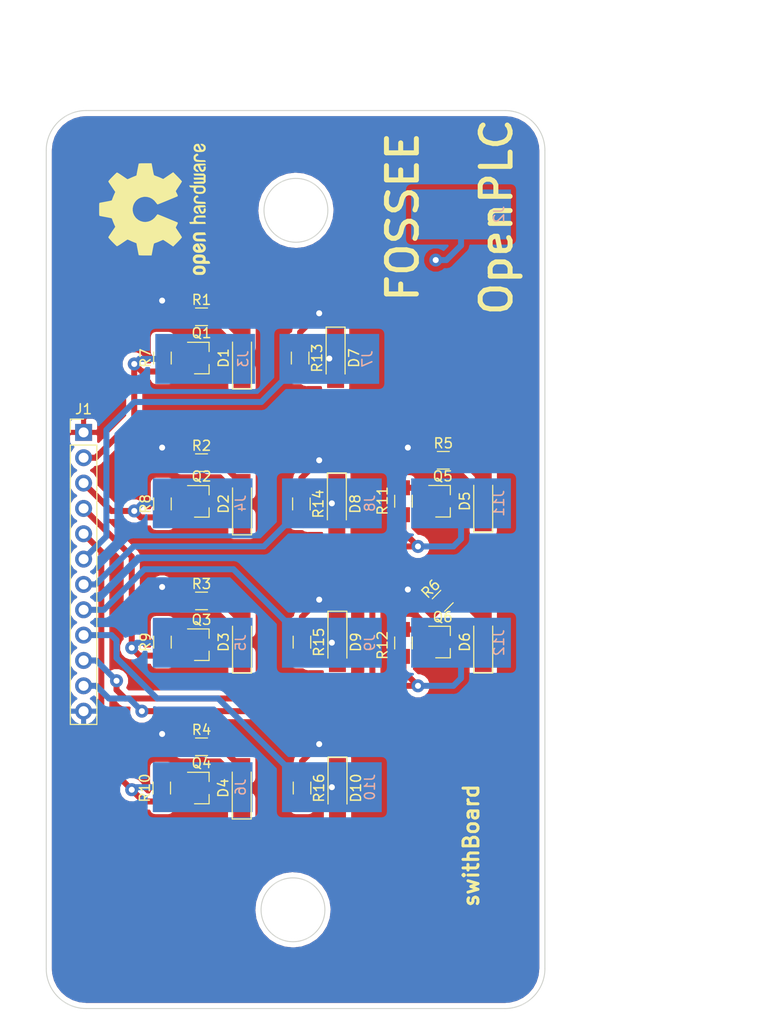
<source format=kicad_pcb>
(kicad_pcb (version 20171130) (host pcbnew 5.0.1)

  (general
    (thickness 1.6)
    (drawings 15)
    (tracks 175)
    (zones 0)
    (modules 45)
    (nets 35)
  )

  (page A4)
  (layers
    (0 F.Cu signal)
    (31 B.Cu signal)
    (32 B.Adhes user)
    (33 F.Adhes user)
    (34 B.Paste user hide)
    (35 F.Paste user)
    (36 B.SilkS user)
    (37 F.SilkS user)
    (38 B.Mask user)
    (39 F.Mask user)
    (40 Dwgs.User user)
    (41 Cmts.User user)
    (42 Eco1.User user)
    (43 Eco2.User user)
    (44 Edge.Cuts user)
    (45 Margin user)
    (46 B.CrtYd user)
    (47 F.CrtYd user)
    (48 B.Fab user hide)
    (49 F.Fab user)
  )

  (setup
    (last_trace_width 0.6)
    (trace_clearance 0.3)
    (zone_clearance 0.508)
    (zone_45_only no)
    (trace_min 0.2)
    (segment_width 0.2)
    (edge_width 0.15)
    (via_size 1.3)
    (via_drill 0.6)
    (via_min_size 0.4)
    (via_min_drill 0.3)
    (uvia_size 0.3)
    (uvia_drill 0.1)
    (uvias_allowed no)
    (uvia_min_size 0.2)
    (uvia_min_drill 0.1)
    (pcb_text_width 0.3)
    (pcb_text_size 1.5 1.5)
    (mod_edge_width 0.15)
    (mod_text_size 1 1)
    (mod_text_width 0.15)
    (pad_size 1.524 1.524)
    (pad_drill 0.762)
    (pad_to_mask_clearance 0.051)
    (solder_mask_min_width 0.25)
    (aux_axis_origin 0 0)
    (visible_elements FFFFFF7F)
    (pcbplotparams
      (layerselection 0x010fc_ffffffff)
      (usegerberextensions false)
      (usegerberattributes false)
      (usegerberadvancedattributes false)
      (creategerberjobfile false)
      (excludeedgelayer true)
      (linewidth 0.100000)
      (plotframeref false)
      (viasonmask false)
      (mode 1)
      (useauxorigin false)
      (hpglpennumber 1)
      (hpglpenspeed 20)
      (hpglpendiameter 15.000000)
      (psnegative false)
      (psa4output false)
      (plotreference true)
      (plotvalue true)
      (plotinvisibletext false)
      (padsonsilk false)
      (subtractmaskfromsilk false)
      (outputformat 1)
      (mirror false)
      (drillshape 1)
      (scaleselection 1)
      (outputdirectory ""))
  )

  (net 0 "")
  (net 1 /s10)
  (net 2 /s8)
  (net 3 /s6)
  (net 4 /s4)
  (net 5 /s2)
  (net 6 /s9)
  (net 7 /s7)
  (net 8 /s5)
  (net 9 /s3)
  (net 10 /s1)
  (net 11 GND)
  (net 12 "Net-(D4-Pad1)")
  (net 13 "Net-(D5-Pad1)")
  (net 14 "Net-(D3-Pad1)")
  (net 15 "Net-(D2-Pad1)")
  (net 16 "Net-(D1-Pad1)")
  (net 17 "Net-(D6-Pad1)")
  (net 18 "Net-(D1-Pad2)")
  (net 19 +5V)
  (net 20 "Net-(D2-Pad2)")
  (net 21 "Net-(D3-Pad2)")
  (net 22 "Net-(D4-Pad2)")
  (net 23 "Net-(D5-Pad2)")
  (net 24 "Net-(D6-Pad2)")
  (net 25 "Net-(Q3-Pad1)")
  (net 26 "Net-(Q6-Pad1)")
  (net 27 "Net-(Q5-Pad1)")
  (net 28 "Net-(Q1-Pad1)")
  (net 29 "Net-(Q2-Pad1)")
  (net 30 "Net-(Q4-Pad1)")
  (net 31 "Net-(D9-Pad2)")
  (net 32 "Net-(D8-Pad2)")
  (net 33 "Net-(D7-Pad2)")
  (net 34 "Net-(D10-Pad2)")

  (net_class Default "This is the default net class."
    (clearance 0.3)
    (trace_width 0.6)
    (via_dia 1.3)
    (via_drill 0.6)
    (uvia_dia 0.3)
    (uvia_drill 0.1)
    (add_net +5V)
    (add_net /s1)
    (add_net /s10)
    (add_net /s2)
    (add_net /s3)
    (add_net /s4)
    (add_net /s5)
    (add_net /s6)
    (add_net /s7)
    (add_net /s8)
    (add_net /s9)
    (add_net GND)
    (add_net "Net-(D1-Pad1)")
    (add_net "Net-(D1-Pad2)")
    (add_net "Net-(D10-Pad2)")
    (add_net "Net-(D2-Pad1)")
    (add_net "Net-(D2-Pad2)")
    (add_net "Net-(D3-Pad1)")
    (add_net "Net-(D3-Pad2)")
    (add_net "Net-(D4-Pad1)")
    (add_net "Net-(D4-Pad2)")
    (add_net "Net-(D5-Pad1)")
    (add_net "Net-(D5-Pad2)")
    (add_net "Net-(D6-Pad1)")
    (add_net "Net-(D6-Pad2)")
    (add_net "Net-(D7-Pad2)")
    (add_net "Net-(D8-Pad2)")
    (add_net "Net-(D9-Pad2)")
    (add_net "Net-(Q1-Pad1)")
    (add_net "Net-(Q2-Pad1)")
    (add_net "Net-(Q3-Pad1)")
    (add_net "Net-(Q4-Pad1)")
    (add_net "Net-(Q5-Pad1)")
    (add_net "Net-(Q6-Pad1)")
  )

  (module LEDs:LED_1206_HandSoldering (layer F.Cu) (tedit 595FC724) (tstamp 5C3CC83B)
    (at 123.249514 119.209815 270)
    (descr "LED SMD 1206, hand soldering")
    (tags "LED 1206")
    (path /5C3C5E62)
    (attr smd)
    (fp_text reference D10 (at 0 -1.85 270) (layer F.SilkS)
      (effects (font (size 1 1) (thickness 0.15)))
    )
    (fp_text value LED (at 0 1.9 270) (layer F.Fab)
      (effects (font (size 1 1) (thickness 0.15)))
    )
    (fp_line (start -3.1 -0.95) (end -3.1 0.95) (layer F.SilkS) (width 0.12))
    (fp_line (start -0.4 0) (end 0.2 -0.4) (layer F.Fab) (width 0.1))
    (fp_line (start 0.2 -0.4) (end 0.2 0.4) (layer F.Fab) (width 0.1))
    (fp_line (start 0.2 0.4) (end -0.4 0) (layer F.Fab) (width 0.1))
    (fp_line (start -0.45 -0.4) (end -0.45 0.4) (layer F.Fab) (width 0.1))
    (fp_line (start -1.6 0.8) (end -1.6 -0.8) (layer F.Fab) (width 0.1))
    (fp_line (start 1.6 0.8) (end -1.6 0.8) (layer F.Fab) (width 0.1))
    (fp_line (start 1.6 -0.8) (end 1.6 0.8) (layer F.Fab) (width 0.1))
    (fp_line (start -1.6 -0.8) (end 1.6 -0.8) (layer F.Fab) (width 0.1))
    (fp_line (start -3.1 0.95) (end 1.6 0.95) (layer F.SilkS) (width 0.12))
    (fp_line (start -3.1 -0.95) (end 1.6 -0.95) (layer F.SilkS) (width 0.12))
    (fp_line (start -3.25 -1.11) (end 3.25 -1.11) (layer F.CrtYd) (width 0.05))
    (fp_line (start -3.25 -1.11) (end -3.25 1.1) (layer F.CrtYd) (width 0.05))
    (fp_line (start 3.25 1.1) (end 3.25 -1.11) (layer F.CrtYd) (width 0.05))
    (fp_line (start 3.25 1.1) (end -3.25 1.1) (layer F.CrtYd) (width 0.05))
    (pad 1 smd rect (at -2 0 270) (size 2 1.7) (layers F.Cu F.Paste F.Mask)
      (net 2 /s8))
    (pad 2 smd rect (at 2 0 270) (size 2 1.7) (layers F.Cu F.Paste F.Mask)
      (net 34 "Net-(D10-Pad2)"))
    (model ${KISYS3DMOD}/LEDs.3dshapes/LED_1206.wrl
      (at (xyz 0 0 0))
      (scale (xyz 1 1 1))
      (rotate (xyz 0 0 180))
    )
  )

  (module LEDs:LED_1206_HandSoldering (layer F.Cu) (tedit 595FC724) (tstamp 5C3CBA7E)
    (at 123.23973 104.590725 270)
    (descr "LED SMD 1206, hand soldering")
    (tags "LED 1206")
    (path /5C3C4B74)
    (attr smd)
    (fp_text reference D9 (at 0 -1.85 270) (layer F.SilkS)
      (effects (font (size 1 1) (thickness 0.15)))
    )
    (fp_text value LED (at 0 1.9 270) (layer F.Fab)
      (effects (font (size 1 1) (thickness 0.15)))
    )
    (fp_line (start 3.25 1.1) (end -3.25 1.1) (layer F.CrtYd) (width 0.05))
    (fp_line (start 3.25 1.1) (end 3.25 -1.11) (layer F.CrtYd) (width 0.05))
    (fp_line (start -3.25 -1.11) (end -3.25 1.1) (layer F.CrtYd) (width 0.05))
    (fp_line (start -3.25 -1.11) (end 3.25 -1.11) (layer F.CrtYd) (width 0.05))
    (fp_line (start -3.1 -0.95) (end 1.6 -0.95) (layer F.SilkS) (width 0.12))
    (fp_line (start -3.1 0.95) (end 1.6 0.95) (layer F.SilkS) (width 0.12))
    (fp_line (start -1.6 -0.8) (end 1.6 -0.8) (layer F.Fab) (width 0.1))
    (fp_line (start 1.6 -0.8) (end 1.6 0.8) (layer F.Fab) (width 0.1))
    (fp_line (start 1.6 0.8) (end -1.6 0.8) (layer F.Fab) (width 0.1))
    (fp_line (start -1.6 0.8) (end -1.6 -0.8) (layer F.Fab) (width 0.1))
    (fp_line (start -0.45 -0.4) (end -0.45 0.4) (layer F.Fab) (width 0.1))
    (fp_line (start 0.2 0.4) (end -0.4 0) (layer F.Fab) (width 0.1))
    (fp_line (start 0.2 -0.4) (end 0.2 0.4) (layer F.Fab) (width 0.1))
    (fp_line (start -0.4 0) (end 0.2 -0.4) (layer F.Fab) (width 0.1))
    (fp_line (start -3.1 -0.95) (end -3.1 0.95) (layer F.SilkS) (width 0.12))
    (pad 2 smd rect (at 2 0 270) (size 2 1.7) (layers F.Cu F.Paste F.Mask)
      (net 31 "Net-(D9-Pad2)"))
    (pad 1 smd rect (at -2 0 270) (size 2 1.7) (layers F.Cu F.Paste F.Mask)
      (net 7 /s7))
    (model ${KISYS3DMOD}/LEDs.3dshapes/LED_1206.wrl
      (at (xyz 0 0 0))
      (scale (xyz 1 1 1))
      (rotate (xyz 0 0 180))
    )
  )

  (module LEDs:LED_1206_HandSoldering (layer F.Cu) (tedit 595FC724) (tstamp 5C3CB98E)
    (at 123.182653 90.733635 270)
    (descr "LED SMD 1206, hand soldering")
    (tags "LED 1206")
    (path /5C3C3A4A)
    (attr smd)
    (fp_text reference D8 (at 0 -1.85 270) (layer F.SilkS)
      (effects (font (size 1 1) (thickness 0.15)))
    )
    (fp_text value LED (at 0 1.9 270) (layer F.Fab)
      (effects (font (size 1 1) (thickness 0.15)))
    )
    (fp_line (start -3.1 -0.95) (end -3.1 0.95) (layer F.SilkS) (width 0.12))
    (fp_line (start -0.4 0) (end 0.2 -0.4) (layer F.Fab) (width 0.1))
    (fp_line (start 0.2 -0.4) (end 0.2 0.4) (layer F.Fab) (width 0.1))
    (fp_line (start 0.2 0.4) (end -0.4 0) (layer F.Fab) (width 0.1))
    (fp_line (start -0.45 -0.4) (end -0.45 0.4) (layer F.Fab) (width 0.1))
    (fp_line (start -1.6 0.8) (end -1.6 -0.8) (layer F.Fab) (width 0.1))
    (fp_line (start 1.6 0.8) (end -1.6 0.8) (layer F.Fab) (width 0.1))
    (fp_line (start 1.6 -0.8) (end 1.6 0.8) (layer F.Fab) (width 0.1))
    (fp_line (start -1.6 -0.8) (end 1.6 -0.8) (layer F.Fab) (width 0.1))
    (fp_line (start -3.1 0.95) (end 1.6 0.95) (layer F.SilkS) (width 0.12))
    (fp_line (start -3.1 -0.95) (end 1.6 -0.95) (layer F.SilkS) (width 0.12))
    (fp_line (start -3.25 -1.11) (end 3.25 -1.11) (layer F.CrtYd) (width 0.05))
    (fp_line (start -3.25 -1.11) (end -3.25 1.1) (layer F.CrtYd) (width 0.05))
    (fp_line (start 3.25 1.1) (end 3.25 -1.11) (layer F.CrtYd) (width 0.05))
    (fp_line (start 3.25 1.1) (end -3.25 1.1) (layer F.CrtYd) (width 0.05))
    (pad 1 smd rect (at -2 0 270) (size 2 1.7) (layers F.Cu F.Paste F.Mask)
      (net 3 /s6))
    (pad 2 smd rect (at 2 0 270) (size 2 1.7) (layers F.Cu F.Paste F.Mask)
      (net 32 "Net-(D8-Pad2)"))
    (model ${KISYS3DMOD}/LEDs.3dshapes/LED_1206.wrl
      (at (xyz 0 0 0))
      (scale (xyz 1 1 1))
      (rotate (xyz 0 0 180))
    )
  )

  (module LEDs:LED_1206_HandSoldering (layer F.Cu) (tedit 595FC724) (tstamp 5C3CB9D3)
    (at 123.057679 76.114545 270)
    (descr "LED SMD 1206, hand soldering")
    (tags "LED 1206")
    (path /5C3C2B44)
    (attr smd)
    (fp_text reference D7 (at 0 -1.85 270) (layer F.SilkS)
      (effects (font (size 1 1) (thickness 0.15)))
    )
    (fp_text value LED (at 0 1.9 270) (layer F.Fab)
      (effects (font (size 1 1) (thickness 0.15)))
    )
    (fp_line (start 3.25 1.1) (end -3.25 1.1) (layer F.CrtYd) (width 0.05))
    (fp_line (start 3.25 1.1) (end 3.25 -1.11) (layer F.CrtYd) (width 0.05))
    (fp_line (start -3.25 -1.11) (end -3.25 1.1) (layer F.CrtYd) (width 0.05))
    (fp_line (start -3.25 -1.11) (end 3.25 -1.11) (layer F.CrtYd) (width 0.05))
    (fp_line (start -3.1 -0.95) (end 1.6 -0.95) (layer F.SilkS) (width 0.12))
    (fp_line (start -3.1 0.95) (end 1.6 0.95) (layer F.SilkS) (width 0.12))
    (fp_line (start -1.6 -0.8) (end 1.6 -0.8) (layer F.Fab) (width 0.1))
    (fp_line (start 1.6 -0.8) (end 1.6 0.8) (layer F.Fab) (width 0.1))
    (fp_line (start 1.6 0.8) (end -1.6 0.8) (layer F.Fab) (width 0.1))
    (fp_line (start -1.6 0.8) (end -1.6 -0.8) (layer F.Fab) (width 0.1))
    (fp_line (start -0.45 -0.4) (end -0.45 0.4) (layer F.Fab) (width 0.1))
    (fp_line (start 0.2 0.4) (end -0.4 0) (layer F.Fab) (width 0.1))
    (fp_line (start 0.2 -0.4) (end 0.2 0.4) (layer F.Fab) (width 0.1))
    (fp_line (start -0.4 0) (end 0.2 -0.4) (layer F.Fab) (width 0.1))
    (fp_line (start -3.1 -0.95) (end -3.1 0.95) (layer F.SilkS) (width 0.12))
    (pad 2 smd rect (at 2 0 270) (size 2 1.7) (layers F.Cu F.Paste F.Mask)
      (net 33 "Net-(D7-Pad2)"))
    (pad 1 smd rect (at -2 0 270) (size 2 1.7) (layers F.Cu F.Paste F.Mask)
      (net 8 /s5))
    (model ${KISYS3DMOD}/LEDs.3dshapes/LED_1206.wrl
      (at (xyz 0 0 0))
      (scale (xyz 1 1 1))
      (rotate (xyz 0 0 180))
    )
  )

  (module LEDs:LED_1206_HandSoldering (layer F.Cu) (tedit 595FC724) (tstamp 5C3CA649)
    (at 137.86 104.578 90)
    (descr "LED SMD 1206, hand soldering")
    (tags "LED 1206")
    (path /5C39065B)
    (attr smd)
    (fp_text reference D6 (at 0 -1.85 90) (layer F.SilkS)
      (effects (font (size 1 1) (thickness 0.15)))
    )
    (fp_text value LED (at 0 1.9 90) (layer F.Fab)
      (effects (font (size 1 1) (thickness 0.15)))
    )
    (fp_line (start -3.1 -0.95) (end -3.1 0.95) (layer F.SilkS) (width 0.12))
    (fp_line (start -0.4 0) (end 0.2 -0.4) (layer F.Fab) (width 0.1))
    (fp_line (start 0.2 -0.4) (end 0.2 0.4) (layer F.Fab) (width 0.1))
    (fp_line (start 0.2 0.4) (end -0.4 0) (layer F.Fab) (width 0.1))
    (fp_line (start -0.45 -0.4) (end -0.45 0.4) (layer F.Fab) (width 0.1))
    (fp_line (start -1.6 0.8) (end -1.6 -0.8) (layer F.Fab) (width 0.1))
    (fp_line (start 1.6 0.8) (end -1.6 0.8) (layer F.Fab) (width 0.1))
    (fp_line (start 1.6 -0.8) (end 1.6 0.8) (layer F.Fab) (width 0.1))
    (fp_line (start -1.6 -0.8) (end 1.6 -0.8) (layer F.Fab) (width 0.1))
    (fp_line (start -3.1 0.95) (end 1.6 0.95) (layer F.SilkS) (width 0.12))
    (fp_line (start -3.1 -0.95) (end 1.6 -0.95) (layer F.SilkS) (width 0.12))
    (fp_line (start -3.25 -1.11) (end 3.25 -1.11) (layer F.CrtYd) (width 0.05))
    (fp_line (start -3.25 -1.11) (end -3.25 1.1) (layer F.CrtYd) (width 0.05))
    (fp_line (start 3.25 1.1) (end 3.25 -1.11) (layer F.CrtYd) (width 0.05))
    (fp_line (start 3.25 1.1) (end -3.25 1.1) (layer F.CrtYd) (width 0.05))
    (pad 1 smd rect (at -2 0 90) (size 2 1.7) (layers F.Cu F.Paste F.Mask)
      (net 17 "Net-(D6-Pad1)"))
    (pad 2 smd rect (at 2 0 90) (size 2 1.7) (layers F.Cu F.Paste F.Mask)
      (net 24 "Net-(D6-Pad2)"))
    (model ${KISYS3DMOD}/LEDs.3dshapes/LED_1206.wrl
      (at (xyz 0 0 0))
      (scale (xyz 1 1 1))
      (rotate (xyz 0 0 180))
    )
  )

  (module LEDs:LED_1206_HandSoldering (layer F.Cu) (tedit 595FC724) (tstamp 5C3CA635)
    (at 137.86 90.466905 90)
    (descr "LED SMD 1206, hand soldering")
    (tags "LED 1206")
    (path /5C390654)
    (attr smd)
    (fp_text reference D5 (at 0 -1.85 90) (layer F.SilkS)
      (effects (font (size 1 1) (thickness 0.15)))
    )
    (fp_text value LED (at 0 1.9 90) (layer F.Fab)
      (effects (font (size 1 1) (thickness 0.15)))
    )
    (fp_line (start 3.25 1.1) (end -3.25 1.1) (layer F.CrtYd) (width 0.05))
    (fp_line (start 3.25 1.1) (end 3.25 -1.11) (layer F.CrtYd) (width 0.05))
    (fp_line (start -3.25 -1.11) (end -3.25 1.1) (layer F.CrtYd) (width 0.05))
    (fp_line (start -3.25 -1.11) (end 3.25 -1.11) (layer F.CrtYd) (width 0.05))
    (fp_line (start -3.1 -0.95) (end 1.6 -0.95) (layer F.SilkS) (width 0.12))
    (fp_line (start -3.1 0.95) (end 1.6 0.95) (layer F.SilkS) (width 0.12))
    (fp_line (start -1.6 -0.8) (end 1.6 -0.8) (layer F.Fab) (width 0.1))
    (fp_line (start 1.6 -0.8) (end 1.6 0.8) (layer F.Fab) (width 0.1))
    (fp_line (start 1.6 0.8) (end -1.6 0.8) (layer F.Fab) (width 0.1))
    (fp_line (start -1.6 0.8) (end -1.6 -0.8) (layer F.Fab) (width 0.1))
    (fp_line (start -0.45 -0.4) (end -0.45 0.4) (layer F.Fab) (width 0.1))
    (fp_line (start 0.2 0.4) (end -0.4 0) (layer F.Fab) (width 0.1))
    (fp_line (start 0.2 -0.4) (end 0.2 0.4) (layer F.Fab) (width 0.1))
    (fp_line (start -0.4 0) (end 0.2 -0.4) (layer F.Fab) (width 0.1))
    (fp_line (start -3.1 -0.95) (end -3.1 0.95) (layer F.SilkS) (width 0.12))
    (pad 2 smd rect (at 2 0 90) (size 2 1.7) (layers F.Cu F.Paste F.Mask)
      (net 23 "Net-(D5-Pad2)"))
    (pad 1 smd rect (at -2 0 90) (size 2 1.7) (layers F.Cu F.Paste F.Mask)
      (net 13 "Net-(D5-Pad1)"))
    (model ${KISYS3DMOD}/LEDs.3dshapes/LED_1206.wrl
      (at (xyz 0 0 0))
      (scale (xyz 1 1 1))
      (rotate (xyz 0 0 180))
    )
  )

  (module LEDs:LED_1206_HandSoldering (layer F.Cu) (tedit 595FC724) (tstamp 5C3CA621)
    (at 113.644 119.209815 90)
    (descr "LED SMD 1206, hand soldering")
    (tags "LED 1206")
    (path /5C39064D)
    (attr smd)
    (fp_text reference D4 (at 0 -1.85 90) (layer F.SilkS)
      (effects (font (size 1 1) (thickness 0.15)))
    )
    (fp_text value LED (at 0 1.9 90) (layer F.Fab)
      (effects (font (size 1 1) (thickness 0.15)))
    )
    (fp_line (start -3.1 -0.95) (end -3.1 0.95) (layer F.SilkS) (width 0.12))
    (fp_line (start -0.4 0) (end 0.2 -0.4) (layer F.Fab) (width 0.1))
    (fp_line (start 0.2 -0.4) (end 0.2 0.4) (layer F.Fab) (width 0.1))
    (fp_line (start 0.2 0.4) (end -0.4 0) (layer F.Fab) (width 0.1))
    (fp_line (start -0.45 -0.4) (end -0.45 0.4) (layer F.Fab) (width 0.1))
    (fp_line (start -1.6 0.8) (end -1.6 -0.8) (layer F.Fab) (width 0.1))
    (fp_line (start 1.6 0.8) (end -1.6 0.8) (layer F.Fab) (width 0.1))
    (fp_line (start 1.6 -0.8) (end 1.6 0.8) (layer F.Fab) (width 0.1))
    (fp_line (start -1.6 -0.8) (end 1.6 -0.8) (layer F.Fab) (width 0.1))
    (fp_line (start -3.1 0.95) (end 1.6 0.95) (layer F.SilkS) (width 0.12))
    (fp_line (start -3.1 -0.95) (end 1.6 -0.95) (layer F.SilkS) (width 0.12))
    (fp_line (start -3.25 -1.11) (end 3.25 -1.11) (layer F.CrtYd) (width 0.05))
    (fp_line (start -3.25 -1.11) (end -3.25 1.1) (layer F.CrtYd) (width 0.05))
    (fp_line (start 3.25 1.1) (end 3.25 -1.11) (layer F.CrtYd) (width 0.05))
    (fp_line (start 3.25 1.1) (end -3.25 1.1) (layer F.CrtYd) (width 0.05))
    (pad 1 smd rect (at -2 0 90) (size 2 1.7) (layers F.Cu F.Paste F.Mask)
      (net 12 "Net-(D4-Pad1)"))
    (pad 2 smd rect (at 2 0 90) (size 2 1.7) (layers F.Cu F.Paste F.Mask)
      (net 22 "Net-(D4-Pad2)"))
    (model ${KISYS3DMOD}/LEDs.3dshapes/LED_1206.wrl
      (at (xyz 0 0 0))
      (scale (xyz 1 1 1))
      (rotate (xyz 0 0 180))
    )
  )

  (module LEDs:LED_1206_HandSoldering (layer F.Cu) (tedit 595FC724) (tstamp 5C3CA60D)
    (at 113.674 104.590725 90)
    (descr "LED SMD 1206, hand soldering")
    (tags "LED 1206")
    (path /5C38AB24)
    (attr smd)
    (fp_text reference D3 (at 0 -1.85 90) (layer F.SilkS)
      (effects (font (size 1 1) (thickness 0.15)))
    )
    (fp_text value LED (at 0 1.9 90) (layer F.Fab)
      (effects (font (size 1 1) (thickness 0.15)))
    )
    (fp_line (start 3.25 1.1) (end -3.25 1.1) (layer F.CrtYd) (width 0.05))
    (fp_line (start 3.25 1.1) (end 3.25 -1.11) (layer F.CrtYd) (width 0.05))
    (fp_line (start -3.25 -1.11) (end -3.25 1.1) (layer F.CrtYd) (width 0.05))
    (fp_line (start -3.25 -1.11) (end 3.25 -1.11) (layer F.CrtYd) (width 0.05))
    (fp_line (start -3.1 -0.95) (end 1.6 -0.95) (layer F.SilkS) (width 0.12))
    (fp_line (start -3.1 0.95) (end 1.6 0.95) (layer F.SilkS) (width 0.12))
    (fp_line (start -1.6 -0.8) (end 1.6 -0.8) (layer F.Fab) (width 0.1))
    (fp_line (start 1.6 -0.8) (end 1.6 0.8) (layer F.Fab) (width 0.1))
    (fp_line (start 1.6 0.8) (end -1.6 0.8) (layer F.Fab) (width 0.1))
    (fp_line (start -1.6 0.8) (end -1.6 -0.8) (layer F.Fab) (width 0.1))
    (fp_line (start -0.45 -0.4) (end -0.45 0.4) (layer F.Fab) (width 0.1))
    (fp_line (start 0.2 0.4) (end -0.4 0) (layer F.Fab) (width 0.1))
    (fp_line (start 0.2 -0.4) (end 0.2 0.4) (layer F.Fab) (width 0.1))
    (fp_line (start -0.4 0) (end 0.2 -0.4) (layer F.Fab) (width 0.1))
    (fp_line (start -3.1 -0.95) (end -3.1 0.95) (layer F.SilkS) (width 0.12))
    (pad 2 smd rect (at 2 0 90) (size 2 1.7) (layers F.Cu F.Paste F.Mask)
      (net 21 "Net-(D3-Pad2)"))
    (pad 1 smd rect (at -2 0 90) (size 2 1.7) (layers F.Cu F.Paste F.Mask)
      (net 14 "Net-(D3-Pad1)"))
    (model ${KISYS3DMOD}/LEDs.3dshapes/LED_1206.wrl
      (at (xyz 0 0 0))
      (scale (xyz 1 1 1))
      (rotate (xyz 0 0 180))
    )
  )

  (module LEDs:LED_1206_HandSoldering (layer F.Cu) (tedit 595FC724) (tstamp 5C3CA5F9)
    (at 113.674 90.733635 90)
    (descr "LED SMD 1206, hand soldering")
    (tags "LED 1206")
    (path /5C38AAB2)
    (attr smd)
    (fp_text reference D2 (at 0 -1.85 90) (layer F.SilkS)
      (effects (font (size 1 1) (thickness 0.15)))
    )
    (fp_text value LED (at 0 1.9 90) (layer F.Fab)
      (effects (font (size 1 1) (thickness 0.15)))
    )
    (fp_line (start -3.1 -0.95) (end -3.1 0.95) (layer F.SilkS) (width 0.12))
    (fp_line (start -0.4 0) (end 0.2 -0.4) (layer F.Fab) (width 0.1))
    (fp_line (start 0.2 -0.4) (end 0.2 0.4) (layer F.Fab) (width 0.1))
    (fp_line (start 0.2 0.4) (end -0.4 0) (layer F.Fab) (width 0.1))
    (fp_line (start -0.45 -0.4) (end -0.45 0.4) (layer F.Fab) (width 0.1))
    (fp_line (start -1.6 0.8) (end -1.6 -0.8) (layer F.Fab) (width 0.1))
    (fp_line (start 1.6 0.8) (end -1.6 0.8) (layer F.Fab) (width 0.1))
    (fp_line (start 1.6 -0.8) (end 1.6 0.8) (layer F.Fab) (width 0.1))
    (fp_line (start -1.6 -0.8) (end 1.6 -0.8) (layer F.Fab) (width 0.1))
    (fp_line (start -3.1 0.95) (end 1.6 0.95) (layer F.SilkS) (width 0.12))
    (fp_line (start -3.1 -0.95) (end 1.6 -0.95) (layer F.SilkS) (width 0.12))
    (fp_line (start -3.25 -1.11) (end 3.25 -1.11) (layer F.CrtYd) (width 0.05))
    (fp_line (start -3.25 -1.11) (end -3.25 1.1) (layer F.CrtYd) (width 0.05))
    (fp_line (start 3.25 1.1) (end 3.25 -1.11) (layer F.CrtYd) (width 0.05))
    (fp_line (start 3.25 1.1) (end -3.25 1.1) (layer F.CrtYd) (width 0.05))
    (pad 1 smd rect (at -2 0 90) (size 2 1.7) (layers F.Cu F.Paste F.Mask)
      (net 15 "Net-(D2-Pad1)"))
    (pad 2 smd rect (at 2 0 90) (size 2 1.7) (layers F.Cu F.Paste F.Mask)
      (net 20 "Net-(D2-Pad2)"))
    (model ${KISYS3DMOD}/LEDs.3dshapes/LED_1206.wrl
      (at (xyz 0 0 0))
      (scale (xyz 1 1 1))
      (rotate (xyz 0 0 180))
    )
  )

  (module LEDs:LED_1206_HandSoldering (layer F.Cu) (tedit 595FC724) (tstamp 5C3CC5F8)
    (at 113.674 76.114545 90)
    (descr "LED SMD 1206, hand soldering")
    (tags "LED 1206")
    (path /5C38A8BF)
    (attr smd)
    (fp_text reference D1 (at 0 -1.85 90) (layer F.SilkS)
      (effects (font (size 1 1) (thickness 0.15)))
    )
    (fp_text value LED (at 0 1.9 90) (layer F.Fab)
      (effects (font (size 1 1) (thickness 0.15)))
    )
    (fp_line (start 3.25 1.1) (end -3.25 1.1) (layer F.CrtYd) (width 0.05))
    (fp_line (start 3.25 1.1) (end 3.25 -1.11) (layer F.CrtYd) (width 0.05))
    (fp_line (start -3.25 -1.11) (end -3.25 1.1) (layer F.CrtYd) (width 0.05))
    (fp_line (start -3.25 -1.11) (end 3.25 -1.11) (layer F.CrtYd) (width 0.05))
    (fp_line (start -3.1 -0.95) (end 1.6 -0.95) (layer F.SilkS) (width 0.12))
    (fp_line (start -3.1 0.95) (end 1.6 0.95) (layer F.SilkS) (width 0.12))
    (fp_line (start -1.6 -0.8) (end 1.6 -0.8) (layer F.Fab) (width 0.1))
    (fp_line (start 1.6 -0.8) (end 1.6 0.8) (layer F.Fab) (width 0.1))
    (fp_line (start 1.6 0.8) (end -1.6 0.8) (layer F.Fab) (width 0.1))
    (fp_line (start -1.6 0.8) (end -1.6 -0.8) (layer F.Fab) (width 0.1))
    (fp_line (start -0.45 -0.4) (end -0.45 0.4) (layer F.Fab) (width 0.1))
    (fp_line (start 0.2 0.4) (end -0.4 0) (layer F.Fab) (width 0.1))
    (fp_line (start 0.2 -0.4) (end 0.2 0.4) (layer F.Fab) (width 0.1))
    (fp_line (start -0.4 0) (end 0.2 -0.4) (layer F.Fab) (width 0.1))
    (fp_line (start -3.1 -0.95) (end -3.1 0.95) (layer F.SilkS) (width 0.12))
    (pad 2 smd rect (at 2 0 90) (size 2 1.7) (layers F.Cu F.Paste F.Mask)
      (net 18 "Net-(D1-Pad2)"))
    (pad 1 smd rect (at -2 0 90) (size 2 1.7) (layers F.Cu F.Paste F.Mask)
      (net 16 "Net-(D1-Pad1)"))
    (model ${KISYS3DMOD}/LEDs.3dshapes/LED_1206.wrl
      (at (xyz 0 0 0))
      (scale (xyz 1 1 1))
      (rotate (xyz 0 0 180))
    )
  )

  (module Resistors_SMD:R_0805_HandSoldering (layer F.Cu) (tedit 58E0A804) (tstamp 5C3CC873)
    (at 119.693514 119.209815 270)
    (descr "Resistor SMD 0805, hand soldering")
    (tags "resistor 0805")
    (path /5C3C5E5B)
    (attr smd)
    (fp_text reference R16 (at 0 -1.7 270) (layer F.SilkS)
      (effects (font (size 1 1) (thickness 0.15)))
    )
    (fp_text value R_US (at 0 1.75 270) (layer F.Fab)
      (effects (font (size 1 1) (thickness 0.15)))
    )
    (fp_text user %R (at 0 0 270) (layer F.Fab)
      (effects (font (size 0.5 0.5) (thickness 0.075)))
    )
    (fp_line (start -1 0.62) (end -1 -0.62) (layer F.Fab) (width 0.1))
    (fp_line (start 1 0.62) (end -1 0.62) (layer F.Fab) (width 0.1))
    (fp_line (start 1 -0.62) (end 1 0.62) (layer F.Fab) (width 0.1))
    (fp_line (start -1 -0.62) (end 1 -0.62) (layer F.Fab) (width 0.1))
    (fp_line (start 0.6 0.88) (end -0.6 0.88) (layer F.SilkS) (width 0.12))
    (fp_line (start -0.6 -0.88) (end 0.6 -0.88) (layer F.SilkS) (width 0.12))
    (fp_line (start -2.35 -0.9) (end 2.35 -0.9) (layer F.CrtYd) (width 0.05))
    (fp_line (start -2.35 -0.9) (end -2.35 0.9) (layer F.CrtYd) (width 0.05))
    (fp_line (start 2.35 0.9) (end 2.35 -0.9) (layer F.CrtYd) (width 0.05))
    (fp_line (start 2.35 0.9) (end -2.35 0.9) (layer F.CrtYd) (width 0.05))
    (pad 1 smd rect (at -1.35 0 270) (size 1.5 1.3) (layers F.Cu F.Paste F.Mask)
      (net 19 +5V))
    (pad 2 smd rect (at 1.35 0 270) (size 1.5 1.3) (layers F.Cu F.Paste F.Mask)
      (net 34 "Net-(D10-Pad2)"))
    (model ${KISYS3DMOD}/Resistors_SMD.3dshapes/R_0805.wrl
      (at (xyz 0 0 0))
      (scale (xyz 1 1 1))
      (rotate (xyz 0 0 0))
    )
  )

  (module Resistors_SMD:R_0805_HandSoldering (layer F.Cu) (tedit 58E0A804) (tstamp 5C3CBAB6)
    (at 119.501679 76.114545 270)
    (descr "Resistor SMD 0805, hand soldering")
    (tags "resistor 0805")
    (path /5C3C2B3D)
    (attr smd)
    (fp_text reference R13 (at 0 -1.7 270) (layer F.SilkS)
      (effects (font (size 1 1) (thickness 0.15)))
    )
    (fp_text value R_US (at 0 1.75 270) (layer F.Fab)
      (effects (font (size 1 1) (thickness 0.15)))
    )
    (fp_line (start 2.35 0.9) (end -2.35 0.9) (layer F.CrtYd) (width 0.05))
    (fp_line (start 2.35 0.9) (end 2.35 -0.9) (layer F.CrtYd) (width 0.05))
    (fp_line (start -2.35 -0.9) (end -2.35 0.9) (layer F.CrtYd) (width 0.05))
    (fp_line (start -2.35 -0.9) (end 2.35 -0.9) (layer F.CrtYd) (width 0.05))
    (fp_line (start -0.6 -0.88) (end 0.6 -0.88) (layer F.SilkS) (width 0.12))
    (fp_line (start 0.6 0.88) (end -0.6 0.88) (layer F.SilkS) (width 0.12))
    (fp_line (start -1 -0.62) (end 1 -0.62) (layer F.Fab) (width 0.1))
    (fp_line (start 1 -0.62) (end 1 0.62) (layer F.Fab) (width 0.1))
    (fp_line (start 1 0.62) (end -1 0.62) (layer F.Fab) (width 0.1))
    (fp_line (start -1 0.62) (end -1 -0.62) (layer F.Fab) (width 0.1))
    (fp_text user %R (at 0 0 270) (layer F.Fab)
      (effects (font (size 0.5 0.5) (thickness 0.075)))
    )
    (pad 2 smd rect (at 1.35 0 270) (size 1.5 1.3) (layers F.Cu F.Paste F.Mask)
      (net 33 "Net-(D7-Pad2)"))
    (pad 1 smd rect (at -1.35 0 270) (size 1.5 1.3) (layers F.Cu F.Paste F.Mask)
      (net 19 +5V))
    (model ${KISYS3DMOD}/Resistors_SMD.3dshapes/R_0805.wrl
      (at (xyz 0 0 0))
      (scale (xyz 1 1 1))
      (rotate (xyz 0 0 0))
    )
  )

  (module Resistors_SMD:R_0805_HandSoldering (layer F.Cu) (tedit 58E0A804) (tstamp 5C3CBA0B)
    (at 119.626653 90.733635 270)
    (descr "Resistor SMD 0805, hand soldering")
    (tags "resistor 0805")
    (path /5C3C3A43)
    (attr smd)
    (fp_text reference R14 (at 0 -1.7 270) (layer F.SilkS)
      (effects (font (size 1 1) (thickness 0.15)))
    )
    (fp_text value R_US (at 0 1.75 270) (layer F.Fab)
      (effects (font (size 1 1) (thickness 0.15)))
    )
    (fp_text user %R (at 0 0 270) (layer F.Fab)
      (effects (font (size 0.5 0.5) (thickness 0.075)))
    )
    (fp_line (start -1 0.62) (end -1 -0.62) (layer F.Fab) (width 0.1))
    (fp_line (start 1 0.62) (end -1 0.62) (layer F.Fab) (width 0.1))
    (fp_line (start 1 -0.62) (end 1 0.62) (layer F.Fab) (width 0.1))
    (fp_line (start -1 -0.62) (end 1 -0.62) (layer F.Fab) (width 0.1))
    (fp_line (start 0.6 0.88) (end -0.6 0.88) (layer F.SilkS) (width 0.12))
    (fp_line (start -0.6 -0.88) (end 0.6 -0.88) (layer F.SilkS) (width 0.12))
    (fp_line (start -2.35 -0.9) (end 2.35 -0.9) (layer F.CrtYd) (width 0.05))
    (fp_line (start -2.35 -0.9) (end -2.35 0.9) (layer F.CrtYd) (width 0.05))
    (fp_line (start 2.35 0.9) (end 2.35 -0.9) (layer F.CrtYd) (width 0.05))
    (fp_line (start 2.35 0.9) (end -2.35 0.9) (layer F.CrtYd) (width 0.05))
    (pad 1 smd rect (at -1.35 0 270) (size 1.5 1.3) (layers F.Cu F.Paste F.Mask)
      (net 19 +5V))
    (pad 2 smd rect (at 1.35 0 270) (size 1.5 1.3) (layers F.Cu F.Paste F.Mask)
      (net 32 "Net-(D8-Pad2)"))
    (model ${KISYS3DMOD}/Resistors_SMD.3dshapes/R_0805.wrl
      (at (xyz 0 0 0))
      (scale (xyz 1 1 1))
      (rotate (xyz 0 0 0))
    )
  )

  (module Resistors_SMD:R_0805_HandSoldering (layer F.Cu) (tedit 58E0A804) (tstamp 5C3CBB82)
    (at 119.68373 104.590725 270)
    (descr "Resistor SMD 0805, hand soldering")
    (tags "resistor 0805")
    (path /5C3C4B6D)
    (attr smd)
    (fp_text reference R15 (at 0 -1.7 270) (layer F.SilkS)
      (effects (font (size 1 1) (thickness 0.15)))
    )
    (fp_text value R_US (at 0 1.75 270) (layer F.Fab)
      (effects (font (size 1 1) (thickness 0.15)))
    )
    (fp_line (start 2.35 0.9) (end -2.35 0.9) (layer F.CrtYd) (width 0.05))
    (fp_line (start 2.35 0.9) (end 2.35 -0.9) (layer F.CrtYd) (width 0.05))
    (fp_line (start -2.35 -0.9) (end -2.35 0.9) (layer F.CrtYd) (width 0.05))
    (fp_line (start -2.35 -0.9) (end 2.35 -0.9) (layer F.CrtYd) (width 0.05))
    (fp_line (start -0.6 -0.88) (end 0.6 -0.88) (layer F.SilkS) (width 0.12))
    (fp_line (start 0.6 0.88) (end -0.6 0.88) (layer F.SilkS) (width 0.12))
    (fp_line (start -1 -0.62) (end 1 -0.62) (layer F.Fab) (width 0.1))
    (fp_line (start 1 -0.62) (end 1 0.62) (layer F.Fab) (width 0.1))
    (fp_line (start 1 0.62) (end -1 0.62) (layer F.Fab) (width 0.1))
    (fp_line (start -1 0.62) (end -1 -0.62) (layer F.Fab) (width 0.1))
    (fp_text user %R (at 0 0 270) (layer F.Fab)
      (effects (font (size 0.5 0.5) (thickness 0.075)))
    )
    (pad 2 smd rect (at 1.35 0 270) (size 1.5 1.3) (layers F.Cu F.Paste F.Mask)
      (net 31 "Net-(D9-Pad2)"))
    (pad 1 smd rect (at -1.35 0 270) (size 1.5 1.3) (layers F.Cu F.Paste F.Mask)
      (net 19 +5V))
    (model ${KISYS3DMOD}/Resistors_SMD.3dshapes/R_0805.wrl
      (at (xyz 0 0 0))
      (scale (xyz 1 1 1))
      (rotate (xyz 0 0 0))
    )
  )

  (module Resistors_SMD:R_0805_HandSoldering (layer F.Cu) (tedit 58E0A804) (tstamp 5C3CBAFE)
    (at 129.862 104.668 90)
    (descr "Resistor SMD 0805, hand soldering")
    (tags "resistor 0805")
    (path /5C39F801)
    (attr smd)
    (fp_text reference R12 (at -0.234 -2.1 90) (layer F.SilkS)
      (effects (font (size 1 1) (thickness 0.15)))
    )
    (fp_text value R_US (at 0 1.75 90) (layer F.Fab)
      (effects (font (size 1 1) (thickness 0.15)))
    )
    (fp_text user %R (at 0 0 90) (layer F.Fab)
      (effects (font (size 0.5 0.5) (thickness 0.075)))
    )
    (fp_line (start -1 0.62) (end -1 -0.62) (layer F.Fab) (width 0.1))
    (fp_line (start 1 0.62) (end -1 0.62) (layer F.Fab) (width 0.1))
    (fp_line (start 1 -0.62) (end 1 0.62) (layer F.Fab) (width 0.1))
    (fp_line (start -1 -0.62) (end 1 -0.62) (layer F.Fab) (width 0.1))
    (fp_line (start 0.6 0.88) (end -0.6 0.88) (layer F.SilkS) (width 0.12))
    (fp_line (start -0.6 -0.88) (end 0.6 -0.88) (layer F.SilkS) (width 0.12))
    (fp_line (start -2.35 -0.9) (end 2.35 -0.9) (layer F.CrtYd) (width 0.05))
    (fp_line (start -2.35 -0.9) (end -2.35 0.9) (layer F.CrtYd) (width 0.05))
    (fp_line (start 2.35 0.9) (end 2.35 -0.9) (layer F.CrtYd) (width 0.05))
    (fp_line (start 2.35 0.9) (end -2.35 0.9) (layer F.CrtYd) (width 0.05))
    (pad 1 smd rect (at -1.35 0 90) (size 1.5 1.3) (layers F.Cu F.Paste F.Mask)
      (net 1 /s10))
    (pad 2 smd rect (at 1.35 0 90) (size 1.5 1.3) (layers F.Cu F.Paste F.Mask)
      (net 26 "Net-(Q6-Pad1)"))
    (model ${KISYS3DMOD}/Resistors_SMD.3dshapes/R_0805.wrl
      (at (xyz 0 0 0))
      (scale (xyz 1 1 1))
      (rotate (xyz 0 0 0))
    )
  )

  (module Resistors_SMD:R_0805_HandSoldering (layer F.Cu) (tedit 58E0A804) (tstamp 5C3CC630)
    (at 105.696 76.114545 90)
    (descr "Resistor SMD 0805, hand soldering")
    (tags "resistor 0805")
    (path /5C397AB8)
    (attr smd)
    (fp_text reference R7 (at 0 -1.7 90) (layer F.SilkS)
      (effects (font (size 1 1) (thickness 0.15)))
    )
    (fp_text value R_US (at 0 1.75 90) (layer F.Fab)
      (effects (font (size 1 1) (thickness 0.15)))
    )
    (fp_line (start 2.35 0.9) (end -2.35 0.9) (layer F.CrtYd) (width 0.05))
    (fp_line (start 2.35 0.9) (end 2.35 -0.9) (layer F.CrtYd) (width 0.05))
    (fp_line (start -2.35 -0.9) (end -2.35 0.9) (layer F.CrtYd) (width 0.05))
    (fp_line (start -2.35 -0.9) (end 2.35 -0.9) (layer F.CrtYd) (width 0.05))
    (fp_line (start -0.6 -0.88) (end 0.6 -0.88) (layer F.SilkS) (width 0.12))
    (fp_line (start 0.6 0.88) (end -0.6 0.88) (layer F.SilkS) (width 0.12))
    (fp_line (start -1 -0.62) (end 1 -0.62) (layer F.Fab) (width 0.1))
    (fp_line (start 1 -0.62) (end 1 0.62) (layer F.Fab) (width 0.1))
    (fp_line (start 1 0.62) (end -1 0.62) (layer F.Fab) (width 0.1))
    (fp_line (start -1 0.62) (end -1 -0.62) (layer F.Fab) (width 0.1))
    (fp_text user %R (at 0 0 90) (layer F.Fab)
      (effects (font (size 0.5 0.5) (thickness 0.075)))
    )
    (pad 2 smd rect (at 1.35 0 90) (size 1.5 1.3) (layers F.Cu F.Paste F.Mask)
      (net 28 "Net-(Q1-Pad1)"))
    (pad 1 smd rect (at -1.35 0 90) (size 1.5 1.3) (layers F.Cu F.Paste F.Mask)
      (net 10 /s1))
    (model ${KISYS3DMOD}/Resistors_SMD.3dshapes/R_0805.wrl
      (at (xyz 0 0 0))
      (scale (xyz 1 1 1))
      (rotate (xyz 0 0 0))
    )
  )

  (module Resistors_SMD:R_0805_HandSoldering (layer F.Cu) (tedit 58E0A804) (tstamp 5C3C968E)
    (at 105.696 90.733635 90)
    (descr "Resistor SMD 0805, hand soldering")
    (tags "resistor 0805")
    (path /5C3988CF)
    (attr smd)
    (fp_text reference R8 (at 0 -1.7 90) (layer F.SilkS)
      (effects (font (size 1 1) (thickness 0.15)))
    )
    (fp_text value R_US (at 0 1.75 90) (layer F.Fab)
      (effects (font (size 1 1) (thickness 0.15)))
    )
    (fp_text user %R (at 0 0 90) (layer F.Fab)
      (effects (font (size 0.5 0.5) (thickness 0.075)))
    )
    (fp_line (start -1 0.62) (end -1 -0.62) (layer F.Fab) (width 0.1))
    (fp_line (start 1 0.62) (end -1 0.62) (layer F.Fab) (width 0.1))
    (fp_line (start 1 -0.62) (end 1 0.62) (layer F.Fab) (width 0.1))
    (fp_line (start -1 -0.62) (end 1 -0.62) (layer F.Fab) (width 0.1))
    (fp_line (start 0.6 0.88) (end -0.6 0.88) (layer F.SilkS) (width 0.12))
    (fp_line (start -0.6 -0.88) (end 0.6 -0.88) (layer F.SilkS) (width 0.12))
    (fp_line (start -2.35 -0.9) (end 2.35 -0.9) (layer F.CrtYd) (width 0.05))
    (fp_line (start -2.35 -0.9) (end -2.35 0.9) (layer F.CrtYd) (width 0.05))
    (fp_line (start 2.35 0.9) (end 2.35 -0.9) (layer F.CrtYd) (width 0.05))
    (fp_line (start 2.35 0.9) (end -2.35 0.9) (layer F.CrtYd) (width 0.05))
    (pad 1 smd rect (at -1.35 0 90) (size 1.5 1.3) (layers F.Cu F.Paste F.Mask)
      (net 5 /s2))
    (pad 2 smd rect (at 1.35 0 90) (size 1.5 1.3) (layers F.Cu F.Paste F.Mask)
      (net 29 "Net-(Q2-Pad1)"))
    (model ${KISYS3DMOD}/Resistors_SMD.3dshapes/R_0805.wrl
      (at (xyz 0 0 0))
      (scale (xyz 1 1 1))
      (rotate (xyz 0 0 0))
    )
  )

  (module Resistors_SMD:R_0805_HandSoldering (layer F.Cu) (tedit 58E0A804) (tstamp 5C3C999A)
    (at 105.696 104.590725 90)
    (descr "Resistor SMD 0805, hand soldering")
    (tags "resistor 0805")
    (path /5C39A9E7)
    (attr smd)
    (fp_text reference R9 (at 0 -1.7 90) (layer F.SilkS)
      (effects (font (size 1 1) (thickness 0.15)))
    )
    (fp_text value R_US (at 0 1.75 90) (layer F.Fab)
      (effects (font (size 1 1) (thickness 0.15)))
    )
    (fp_line (start 2.35 0.9) (end -2.35 0.9) (layer F.CrtYd) (width 0.05))
    (fp_line (start 2.35 0.9) (end 2.35 -0.9) (layer F.CrtYd) (width 0.05))
    (fp_line (start -2.35 -0.9) (end -2.35 0.9) (layer F.CrtYd) (width 0.05))
    (fp_line (start -2.35 -0.9) (end 2.35 -0.9) (layer F.CrtYd) (width 0.05))
    (fp_line (start -0.6 -0.88) (end 0.6 -0.88) (layer F.SilkS) (width 0.12))
    (fp_line (start 0.6 0.88) (end -0.6 0.88) (layer F.SilkS) (width 0.12))
    (fp_line (start -1 -0.62) (end 1 -0.62) (layer F.Fab) (width 0.1))
    (fp_line (start 1 -0.62) (end 1 0.62) (layer F.Fab) (width 0.1))
    (fp_line (start 1 0.62) (end -1 0.62) (layer F.Fab) (width 0.1))
    (fp_line (start -1 0.62) (end -1 -0.62) (layer F.Fab) (width 0.1))
    (fp_text user %R (at 0 0 90) (layer F.Fab)
      (effects (font (size 0.5 0.5) (thickness 0.075)))
    )
    (pad 2 smd rect (at 1.35 0 90) (size 1.5 1.3) (layers F.Cu F.Paste F.Mask)
      (net 25 "Net-(Q3-Pad1)"))
    (pad 1 smd rect (at -1.35 0 90) (size 1.5 1.3) (layers F.Cu F.Paste F.Mask)
      (net 9 /s3))
    (model ${KISYS3DMOD}/Resistors_SMD.3dshapes/R_0805.wrl
      (at (xyz 0 0 0))
      (scale (xyz 1 1 1))
      (rotate (xyz 0 0 0))
    )
  )

  (module Resistors_SMD:R_0805_HandSoldering (layer F.Cu) (tedit 58E0A804) (tstamp 5C3C99CA)
    (at 105.626 119.209815 90)
    (descr "Resistor SMD 0805, hand soldering")
    (tags "resistor 0805")
    (path /5C39C1DB)
    (attr smd)
    (fp_text reference R10 (at 0 -1.7 90) (layer F.SilkS)
      (effects (font (size 1 1) (thickness 0.15)))
    )
    (fp_text value R_US (at 0 1.75 90) (layer F.Fab)
      (effects (font (size 1 1) (thickness 0.15)))
    )
    (fp_text user %R (at 0 0 90) (layer F.Fab)
      (effects (font (size 0.5 0.5) (thickness 0.075)))
    )
    (fp_line (start -1 0.62) (end -1 -0.62) (layer F.Fab) (width 0.1))
    (fp_line (start 1 0.62) (end -1 0.62) (layer F.Fab) (width 0.1))
    (fp_line (start 1 -0.62) (end 1 0.62) (layer F.Fab) (width 0.1))
    (fp_line (start -1 -0.62) (end 1 -0.62) (layer F.Fab) (width 0.1))
    (fp_line (start 0.6 0.88) (end -0.6 0.88) (layer F.SilkS) (width 0.12))
    (fp_line (start -0.6 -0.88) (end 0.6 -0.88) (layer F.SilkS) (width 0.12))
    (fp_line (start -2.35 -0.9) (end 2.35 -0.9) (layer F.CrtYd) (width 0.05))
    (fp_line (start -2.35 -0.9) (end -2.35 0.9) (layer F.CrtYd) (width 0.05))
    (fp_line (start 2.35 0.9) (end 2.35 -0.9) (layer F.CrtYd) (width 0.05))
    (fp_line (start 2.35 0.9) (end -2.35 0.9) (layer F.CrtYd) (width 0.05))
    (pad 1 smd rect (at -1.35 0 90) (size 1.5 1.3) (layers F.Cu F.Paste F.Mask)
      (net 4 /s4))
    (pad 2 smd rect (at 1.35 0 90) (size 1.5 1.3) (layers F.Cu F.Paste F.Mask)
      (net 30 "Net-(Q4-Pad1)"))
    (model ${KISYS3DMOD}/Resistors_SMD.3dshapes/R_0805.wrl
      (at (xyz 0 0 0))
      (scale (xyz 1 1 1))
      (rotate (xyz 0 0 0))
    )
  )

  (module Resistors_SMD:R_0805_HandSoldering (layer F.Cu) (tedit 58E0A804) (tstamp 5C3CBBEE)
    (at 129.862 90.466905 90)
    (descr "Resistor SMD 0805, hand soldering")
    (tags "resistor 0805")
    (path /5C39DE34)
    (attr smd)
    (fp_text reference R11 (at 0.042905 -2.1 90) (layer F.SilkS)
      (effects (font (size 1 1) (thickness 0.15)))
    )
    (fp_text value R_US (at 0 1.75 90) (layer F.Fab)
      (effects (font (size 1 1) (thickness 0.15)))
    )
    (fp_line (start 2.35 0.9) (end -2.35 0.9) (layer F.CrtYd) (width 0.05))
    (fp_line (start 2.35 0.9) (end 2.35 -0.9) (layer F.CrtYd) (width 0.05))
    (fp_line (start -2.35 -0.9) (end -2.35 0.9) (layer F.CrtYd) (width 0.05))
    (fp_line (start -2.35 -0.9) (end 2.35 -0.9) (layer F.CrtYd) (width 0.05))
    (fp_line (start -0.6 -0.88) (end 0.6 -0.88) (layer F.SilkS) (width 0.12))
    (fp_line (start 0.6 0.88) (end -0.6 0.88) (layer F.SilkS) (width 0.12))
    (fp_line (start -1 -0.62) (end 1 -0.62) (layer F.Fab) (width 0.1))
    (fp_line (start 1 -0.62) (end 1 0.62) (layer F.Fab) (width 0.1))
    (fp_line (start 1 0.62) (end -1 0.62) (layer F.Fab) (width 0.1))
    (fp_line (start -1 0.62) (end -1 -0.62) (layer F.Fab) (width 0.1))
    (fp_text user %R (at 0 0 90) (layer F.Fab)
      (effects (font (size 0.5 0.5) (thickness 0.075)))
    )
    (pad 2 smd rect (at 1.35 0 90) (size 1.5 1.3) (layers F.Cu F.Paste F.Mask)
      (net 27 "Net-(Q5-Pad1)"))
    (pad 1 smd rect (at -1.35 0 90) (size 1.5 1.3) (layers F.Cu F.Paste F.Mask)
      (net 6 /s9))
    (model ${KISYS3DMOD}/Resistors_SMD.3dshapes/R_0805.wrl
      (at (xyz 0 0 0))
      (scale (xyz 1 1 1))
      (rotate (xyz 0 0 0))
    )
  )

  (module Resistors_SMD:R_0805_HandSoldering (layer F.Cu) (tedit 58E0A804) (tstamp 5C3C96EE)
    (at 133.8 100.44345 45)
    (descr "Resistor SMD 0805, hand soldering")
    (tags "resistor 0805")
    (path /5C390646)
    (attr smd)
    (fp_text reference R6 (at 0 -1.7 45) (layer F.SilkS)
      (effects (font (size 1 1) (thickness 0.15)))
    )
    (fp_text value R_US (at 0 1.75 45) (layer F.Fab)
      (effects (font (size 1 1) (thickness 0.15)))
    )
    (fp_text user %R (at 0 0 45) (layer F.Fab)
      (effects (font (size 0.5 0.5) (thickness 0.075)))
    )
    (fp_line (start -1 0.62) (end -1 -0.62) (layer F.Fab) (width 0.1))
    (fp_line (start 1 0.62) (end -1 0.62) (layer F.Fab) (width 0.1))
    (fp_line (start 1 -0.62) (end 1 0.62) (layer F.Fab) (width 0.1))
    (fp_line (start -1 -0.62) (end 1 -0.62) (layer F.Fab) (width 0.1))
    (fp_line (start 0.6 0.88) (end -0.6 0.88) (layer F.SilkS) (width 0.12))
    (fp_line (start -0.6 -0.88) (end 0.6 -0.88) (layer F.SilkS) (width 0.12))
    (fp_line (start -2.35 -0.9) (end 2.35 -0.9) (layer F.CrtYd) (width 0.05))
    (fp_line (start -2.35 -0.9) (end -2.35 0.9) (layer F.CrtYd) (width 0.05))
    (fp_line (start 2.35 0.9) (end 2.35 -0.9) (layer F.CrtYd) (width 0.05))
    (fp_line (start 2.35 0.9) (end -2.35 0.9) (layer F.CrtYd) (width 0.05))
    (pad 1 smd rect (at -1.35 0 45) (size 1.5 1.3) (layers F.Cu F.Paste F.Mask)
      (net 19 +5V))
    (pad 2 smd rect (at 1.35 0 45) (size 1.5 1.3) (layers F.Cu F.Paste F.Mask)
      (net 24 "Net-(D6-Pad2)"))
    (model ${KISYS3DMOD}/Resistors_SMD.3dshapes/R_0805.wrl
      (at (xyz 0 0 0))
      (scale (xyz 1 1 1))
      (rotate (xyz 0 0 0))
    )
  )

  (module Resistors_SMD:R_0805_HandSoldering (layer F.Cu) (tedit 58E0A804) (tstamp 5C3C9796)
    (at 133.858 86.36)
    (descr "Resistor SMD 0805, hand soldering")
    (tags "resistor 0805")
    (path /5C39063F)
    (attr smd)
    (fp_text reference R5 (at 0 -1.7) (layer F.SilkS)
      (effects (font (size 1 1) (thickness 0.15)))
    )
    (fp_text value R_US (at 0 1.75) (layer F.Fab)
      (effects (font (size 1 1) (thickness 0.15)))
    )
    (fp_text user %R (at 0 0) (layer F.Fab)
      (effects (font (size 0.5 0.5) (thickness 0.075)))
    )
    (fp_line (start -1 0.62) (end -1 -0.62) (layer F.Fab) (width 0.1))
    (fp_line (start 1 0.62) (end -1 0.62) (layer F.Fab) (width 0.1))
    (fp_line (start 1 -0.62) (end 1 0.62) (layer F.Fab) (width 0.1))
    (fp_line (start -1 -0.62) (end 1 -0.62) (layer F.Fab) (width 0.1))
    (fp_line (start 0.6 0.88) (end -0.6 0.88) (layer F.SilkS) (width 0.12))
    (fp_line (start -0.6 -0.88) (end 0.6 -0.88) (layer F.SilkS) (width 0.12))
    (fp_line (start -2.35 -0.9) (end 2.35 -0.9) (layer F.CrtYd) (width 0.05))
    (fp_line (start -2.35 -0.9) (end -2.35 0.9) (layer F.CrtYd) (width 0.05))
    (fp_line (start 2.35 0.9) (end 2.35 -0.9) (layer F.CrtYd) (width 0.05))
    (fp_line (start 2.35 0.9) (end -2.35 0.9) (layer F.CrtYd) (width 0.05))
    (pad 1 smd rect (at -1.35 0) (size 1.5 1.3) (layers F.Cu F.Paste F.Mask)
      (net 19 +5V))
    (pad 2 smd rect (at 1.35 0) (size 1.5 1.3) (layers F.Cu F.Paste F.Mask)
      (net 23 "Net-(D5-Pad2)"))
    (model ${KISYS3DMOD}/Resistors_SMD.3dshapes/R_0805.wrl
      (at (xyz 0 0 0))
      (scale (xyz 1 1 1))
      (rotate (xyz 0 0 0))
    )
  )

  (module Resistors_SMD:R_0805_HandSoldering (layer F.Cu) (tedit 58E0A804) (tstamp 5C3C9592)
    (at 109.614 115.07527)
    (descr "Resistor SMD 0805, hand soldering")
    (tags "resistor 0805")
    (path /5C390638)
    (attr smd)
    (fp_text reference R4 (at 0 -1.7) (layer F.SilkS)
      (effects (font (size 1 1) (thickness 0.15)))
    )
    (fp_text value R_US (at 0 1.75) (layer F.Fab)
      (effects (font (size 1 1) (thickness 0.15)))
    )
    (fp_text user %R (at 0 0) (layer F.Fab)
      (effects (font (size 0.5 0.5) (thickness 0.075)))
    )
    (fp_line (start -1 0.62) (end -1 -0.62) (layer F.Fab) (width 0.1))
    (fp_line (start 1 0.62) (end -1 0.62) (layer F.Fab) (width 0.1))
    (fp_line (start 1 -0.62) (end 1 0.62) (layer F.Fab) (width 0.1))
    (fp_line (start -1 -0.62) (end 1 -0.62) (layer F.Fab) (width 0.1))
    (fp_line (start 0.6 0.88) (end -0.6 0.88) (layer F.SilkS) (width 0.12))
    (fp_line (start -0.6 -0.88) (end 0.6 -0.88) (layer F.SilkS) (width 0.12))
    (fp_line (start -2.35 -0.9) (end 2.35 -0.9) (layer F.CrtYd) (width 0.05))
    (fp_line (start -2.35 -0.9) (end -2.35 0.9) (layer F.CrtYd) (width 0.05))
    (fp_line (start 2.35 0.9) (end 2.35 -0.9) (layer F.CrtYd) (width 0.05))
    (fp_line (start 2.35 0.9) (end -2.35 0.9) (layer F.CrtYd) (width 0.05))
    (pad 1 smd rect (at -1.35 0) (size 1.5 1.3) (layers F.Cu F.Paste F.Mask)
      (net 19 +5V))
    (pad 2 smd rect (at 1.35 0) (size 1.5 1.3) (layers F.Cu F.Paste F.Mask)
      (net 22 "Net-(D4-Pad2)"))
    (model ${KISYS3DMOD}/Resistors_SMD.3dshapes/R_0805.wrl
      (at (xyz 0 0 0))
      (scale (xyz 1 1 1))
      (rotate (xyz 0 0 0))
    )
  )

  (module Resistors_SMD:R_0805_HandSoldering (layer F.Cu) (tedit 58E0A804) (tstamp 5C3C95FE)
    (at 109.614 100.45618)
    (descr "Resistor SMD 0805, hand soldering")
    (tags "resistor 0805")
    (path /5C38A2F8)
    (attr smd)
    (fp_text reference R3 (at 0 -1.7) (layer F.SilkS)
      (effects (font (size 1 1) (thickness 0.15)))
    )
    (fp_text value R_US (at 0 1.75) (layer F.Fab)
      (effects (font (size 1 1) (thickness 0.15)))
    )
    (fp_line (start 2.35 0.9) (end -2.35 0.9) (layer F.CrtYd) (width 0.05))
    (fp_line (start 2.35 0.9) (end 2.35 -0.9) (layer F.CrtYd) (width 0.05))
    (fp_line (start -2.35 -0.9) (end -2.35 0.9) (layer F.CrtYd) (width 0.05))
    (fp_line (start -2.35 -0.9) (end 2.35 -0.9) (layer F.CrtYd) (width 0.05))
    (fp_line (start -0.6 -0.88) (end 0.6 -0.88) (layer F.SilkS) (width 0.12))
    (fp_line (start 0.6 0.88) (end -0.6 0.88) (layer F.SilkS) (width 0.12))
    (fp_line (start -1 -0.62) (end 1 -0.62) (layer F.Fab) (width 0.1))
    (fp_line (start 1 -0.62) (end 1 0.62) (layer F.Fab) (width 0.1))
    (fp_line (start 1 0.62) (end -1 0.62) (layer F.Fab) (width 0.1))
    (fp_line (start -1 0.62) (end -1 -0.62) (layer F.Fab) (width 0.1))
    (fp_text user %R (at 0 0) (layer F.Fab)
      (effects (font (size 0.5 0.5) (thickness 0.075)))
    )
    (pad 2 smd rect (at 1.35 0) (size 1.5 1.3) (layers F.Cu F.Paste F.Mask)
      (net 21 "Net-(D3-Pad2)"))
    (pad 1 smd rect (at -1.35 0) (size 1.5 1.3) (layers F.Cu F.Paste F.Mask)
      (net 19 +5V))
    (model ${KISYS3DMOD}/Resistors_SMD.3dshapes/R_0805.wrl
      (at (xyz 0 0 0))
      (scale (xyz 1 1 1))
      (rotate (xyz 0 0 0))
    )
  )

  (module Resistors_SMD:R_0805_HandSoldering (layer F.Cu) (tedit 58E0A804) (tstamp 5C3C96BE)
    (at 109.614 86.59909)
    (descr "Resistor SMD 0805, hand soldering")
    (tags "resistor 0805")
    (path /5C38A292)
    (attr smd)
    (fp_text reference R2 (at 0 -1.7) (layer F.SilkS)
      (effects (font (size 1 1) (thickness 0.15)))
    )
    (fp_text value R_US (at 0 1.75) (layer F.Fab)
      (effects (font (size 1 1) (thickness 0.15)))
    )
    (fp_text user %R (at 0 0) (layer F.Fab)
      (effects (font (size 0.5 0.5) (thickness 0.075)))
    )
    (fp_line (start -1 0.62) (end -1 -0.62) (layer F.Fab) (width 0.1))
    (fp_line (start 1 0.62) (end -1 0.62) (layer F.Fab) (width 0.1))
    (fp_line (start 1 -0.62) (end 1 0.62) (layer F.Fab) (width 0.1))
    (fp_line (start -1 -0.62) (end 1 -0.62) (layer F.Fab) (width 0.1))
    (fp_line (start 0.6 0.88) (end -0.6 0.88) (layer F.SilkS) (width 0.12))
    (fp_line (start -0.6 -0.88) (end 0.6 -0.88) (layer F.SilkS) (width 0.12))
    (fp_line (start -2.35 -0.9) (end 2.35 -0.9) (layer F.CrtYd) (width 0.05))
    (fp_line (start -2.35 -0.9) (end -2.35 0.9) (layer F.CrtYd) (width 0.05))
    (fp_line (start 2.35 0.9) (end 2.35 -0.9) (layer F.CrtYd) (width 0.05))
    (fp_line (start 2.35 0.9) (end -2.35 0.9) (layer F.CrtYd) (width 0.05))
    (pad 1 smd rect (at -1.35 0) (size 1.5 1.3) (layers F.Cu F.Paste F.Mask)
      (net 19 +5V))
    (pad 2 smd rect (at 1.35 0) (size 1.5 1.3) (layers F.Cu F.Paste F.Mask)
      (net 20 "Net-(D2-Pad2)"))
    (model ${KISYS3DMOD}/Resistors_SMD.3dshapes/R_0805.wrl
      (at (xyz 0 0 0))
      (scale (xyz 1 1 1))
      (rotate (xyz 0 0 0))
    )
  )

  (module Resistors_SMD:R_0805_HandSoldering (layer F.Cu) (tedit 58E0A804) (tstamp 5C3CC69C)
    (at 109.614 71.98)
    (descr "Resistor SMD 0805, hand soldering")
    (tags "resistor 0805")
    (path /5C388E52)
    (attr smd)
    (fp_text reference R1 (at 0 -1.7) (layer F.SilkS)
      (effects (font (size 1 1) (thickness 0.15)))
    )
    (fp_text value R_US (at 0 1.75) (layer F.Fab)
      (effects (font (size 1 1) (thickness 0.15)))
    )
    (fp_line (start 2.35 0.9) (end -2.35 0.9) (layer F.CrtYd) (width 0.05))
    (fp_line (start 2.35 0.9) (end 2.35 -0.9) (layer F.CrtYd) (width 0.05))
    (fp_line (start -2.35 -0.9) (end -2.35 0.9) (layer F.CrtYd) (width 0.05))
    (fp_line (start -2.35 -0.9) (end 2.35 -0.9) (layer F.CrtYd) (width 0.05))
    (fp_line (start -0.6 -0.88) (end 0.6 -0.88) (layer F.SilkS) (width 0.12))
    (fp_line (start 0.6 0.88) (end -0.6 0.88) (layer F.SilkS) (width 0.12))
    (fp_line (start -1 -0.62) (end 1 -0.62) (layer F.Fab) (width 0.1))
    (fp_line (start 1 -0.62) (end 1 0.62) (layer F.Fab) (width 0.1))
    (fp_line (start 1 0.62) (end -1 0.62) (layer F.Fab) (width 0.1))
    (fp_line (start -1 0.62) (end -1 -0.62) (layer F.Fab) (width 0.1))
    (fp_text user %R (at 0 0) (layer F.Fab)
      (effects (font (size 0.5 0.5) (thickness 0.075)))
    )
    (pad 2 smd rect (at 1.35 0) (size 1.5 1.3) (layers F.Cu F.Paste F.Mask)
      (net 18 "Net-(D1-Pad2)"))
    (pad 1 smd rect (at -1.35 0) (size 1.5 1.3) (layers F.Cu F.Paste F.Mask)
      (net 19 +5V))
    (model ${KISYS3DMOD}/Resistors_SMD.3dshapes/R_0805.wrl
      (at (xyz 0 0 0))
      (scale (xyz 1 1 1))
      (rotate (xyz 0 0 0))
    )
  )

  (module Socket_Strips:Socket_Strip_Straight_1x12_Pitch2.54mm (layer F.Cu) (tedit 58CD5446) (tstamp 5C388061)
    (at 97.79 83.566)
    (descr "Through hole straight socket strip, 1x12, 2.54mm pitch, single row")
    (tags "Through hole socket strip THT 1x12 2.54mm single row")
    (path /5C396434)
    (fp_text reference J1 (at 0 -2.33) (layer F.SilkS)
      (effects (font (size 1 1) (thickness 0.15)))
    )
    (fp_text value switchesOut (at 0 30.27) (layer F.Fab)
      (effects (font (size 1 1) (thickness 0.15)))
    )
    (fp_text user %R (at 0 -2.33) (layer F.Fab)
      (effects (font (size 1 1) (thickness 0.15)))
    )
    (fp_line (start 1.8 -1.8) (end -1.8 -1.8) (layer F.CrtYd) (width 0.05))
    (fp_line (start 1.8 29.75) (end 1.8 -1.8) (layer F.CrtYd) (width 0.05))
    (fp_line (start -1.8 29.75) (end 1.8 29.75) (layer F.CrtYd) (width 0.05))
    (fp_line (start -1.8 -1.8) (end -1.8 29.75) (layer F.CrtYd) (width 0.05))
    (fp_line (start -1.33 -1.33) (end 0 -1.33) (layer F.SilkS) (width 0.12))
    (fp_line (start -1.33 0) (end -1.33 -1.33) (layer F.SilkS) (width 0.12))
    (fp_line (start 1.33 1.27) (end -1.33 1.27) (layer F.SilkS) (width 0.12))
    (fp_line (start 1.33 29.27) (end 1.33 1.27) (layer F.SilkS) (width 0.12))
    (fp_line (start -1.33 29.27) (end 1.33 29.27) (layer F.SilkS) (width 0.12))
    (fp_line (start -1.33 1.27) (end -1.33 29.27) (layer F.SilkS) (width 0.12))
    (fp_line (start 1.27 -1.27) (end -1.27 -1.27) (layer F.Fab) (width 0.1))
    (fp_line (start 1.27 29.21) (end 1.27 -1.27) (layer F.Fab) (width 0.1))
    (fp_line (start -1.27 29.21) (end 1.27 29.21) (layer F.Fab) (width 0.1))
    (fp_line (start -1.27 -1.27) (end -1.27 29.21) (layer F.Fab) (width 0.1))
    (pad 12 thru_hole oval (at 0 27.94) (size 1.7 1.7) (drill 1) (layers *.Cu *.Mask)
      (net 19 +5V))
    (pad 11 thru_hole oval (at 0 25.4) (size 1.7 1.7) (drill 1) (layers *.Cu *.Mask)
      (net 1 /s10))
    (pad 10 thru_hole oval (at 0 22.86) (size 1.7 1.7) (drill 1) (layers *.Cu *.Mask)
      (net 6 /s9))
    (pad 9 thru_hole oval (at 0 20.32) (size 1.7 1.7) (drill 1) (layers *.Cu *.Mask)
      (net 2 /s8))
    (pad 8 thru_hole oval (at 0 17.78) (size 1.7 1.7) (drill 1) (layers *.Cu *.Mask)
      (net 7 /s7))
    (pad 7 thru_hole oval (at 0 15.24) (size 1.7 1.7) (drill 1) (layers *.Cu *.Mask)
      (net 3 /s6))
    (pad 6 thru_hole oval (at 0 12.7) (size 1.7 1.7) (drill 1) (layers *.Cu *.Mask)
      (net 8 /s5))
    (pad 5 thru_hole oval (at 0 10.16) (size 1.7 1.7) (drill 1) (layers *.Cu *.Mask)
      (net 4 /s4))
    (pad 4 thru_hole oval (at 0 7.62) (size 1.7 1.7) (drill 1) (layers *.Cu *.Mask)
      (net 9 /s3))
    (pad 3 thru_hole oval (at 0 5.08) (size 1.7 1.7) (drill 1) (layers *.Cu *.Mask)
      (net 5 /s2))
    (pad 2 thru_hole oval (at 0 2.54) (size 1.7 1.7) (drill 1) (layers *.Cu *.Mask)
      (net 10 /s1))
    (pad 1 thru_hole rect (at 0 0) (size 1.7 1.7) (drill 1) (layers *.Cu *.Mask)
      (net 11 GND))
    (model ${KISYS3DMOD}/Socket_Strips.3dshapes/Socket_Strip_Straight_1x12_Pitch2.54mm.wrl
      (offset (xyz 0 -13.96999979019165 0))
      (scale (xyz 1 1 1))
      (rotate (xyz 0 0 270))
    )
  )

  (module TO_SOT_Packages_SMD:SOT-23 (layer F.Cu) (tedit 58CE4E7E) (tstamp 5C3C98EA)
    (at 133.8 104.578)
    (descr "SOT-23, Standard")
    (tags SOT-23)
    (path /5C39062B)
    (attr smd)
    (fp_text reference Q6 (at 0 -2.5) (layer F.SilkS)
      (effects (font (size 1 1) (thickness 0.15)))
    )
    (fp_text value 2N7002 (at 0 2.5) (layer F.Fab)
      (effects (font (size 1 1) (thickness 0.15)))
    )
    (fp_text user %R (at 0 0 90) (layer F.Fab)
      (effects (font (size 0.5 0.5) (thickness 0.075)))
    )
    (fp_line (start -0.7 -0.95) (end -0.7 1.5) (layer F.Fab) (width 0.1))
    (fp_line (start -0.15 -1.52) (end 0.7 -1.52) (layer F.Fab) (width 0.1))
    (fp_line (start -0.7 -0.95) (end -0.15 -1.52) (layer F.Fab) (width 0.1))
    (fp_line (start 0.7 -1.52) (end 0.7 1.52) (layer F.Fab) (width 0.1))
    (fp_line (start -0.7 1.52) (end 0.7 1.52) (layer F.Fab) (width 0.1))
    (fp_line (start 0.76 1.58) (end 0.76 0.65) (layer F.SilkS) (width 0.12))
    (fp_line (start 0.76 -1.58) (end 0.76 -0.65) (layer F.SilkS) (width 0.12))
    (fp_line (start -1.7 -1.75) (end 1.7 -1.75) (layer F.CrtYd) (width 0.05))
    (fp_line (start 1.7 -1.75) (end 1.7 1.75) (layer F.CrtYd) (width 0.05))
    (fp_line (start 1.7 1.75) (end -1.7 1.75) (layer F.CrtYd) (width 0.05))
    (fp_line (start -1.7 1.75) (end -1.7 -1.75) (layer F.CrtYd) (width 0.05))
    (fp_line (start 0.76 -1.58) (end -1.4 -1.58) (layer F.SilkS) (width 0.12))
    (fp_line (start 0.76 1.58) (end -0.7 1.58) (layer F.SilkS) (width 0.12))
    (pad 1 smd rect (at -1 -0.95) (size 0.9 0.8) (layers F.Cu F.Paste F.Mask)
      (net 26 "Net-(Q6-Pad1)"))
    (pad 2 smd rect (at -1 0.95) (size 0.9 0.8) (layers F.Cu F.Paste F.Mask)
      (net 11 GND))
    (pad 3 smd rect (at 1 0) (size 0.9 0.8) (layers F.Cu F.Paste F.Mask)
      (net 17 "Net-(D6-Pad1)"))
    (model ${KISYS3DMOD}/TO_SOT_Packages_SMD.3dshapes/SOT-23.wrl
      (at (xyz 0 0 0))
      (scale (xyz 1 1 1))
      (rotate (xyz 0 0 0))
    )
  )

  (module TO_SOT_Packages_SMD:SOT-23 (layer F.Cu) (tedit 58CE4E7E) (tstamp 5C3CC664)
    (at 109.614 76.114545)
    (descr "SOT-23, Standard")
    (tags SOT-23)
    (path /5C3870DE)
    (attr smd)
    (fp_text reference Q1 (at 0 -2.5) (layer F.SilkS)
      (effects (font (size 1 1) (thickness 0.15)))
    )
    (fp_text value 2N7002 (at 0 2.5) (layer F.Fab)
      (effects (font (size 1 1) (thickness 0.15)))
    )
    (fp_line (start 0.76 1.58) (end -0.7 1.58) (layer F.SilkS) (width 0.12))
    (fp_line (start 0.76 -1.58) (end -1.4 -1.58) (layer F.SilkS) (width 0.12))
    (fp_line (start -1.7 1.75) (end -1.7 -1.75) (layer F.CrtYd) (width 0.05))
    (fp_line (start 1.7 1.75) (end -1.7 1.75) (layer F.CrtYd) (width 0.05))
    (fp_line (start 1.7 -1.75) (end 1.7 1.75) (layer F.CrtYd) (width 0.05))
    (fp_line (start -1.7 -1.75) (end 1.7 -1.75) (layer F.CrtYd) (width 0.05))
    (fp_line (start 0.76 -1.58) (end 0.76 -0.65) (layer F.SilkS) (width 0.12))
    (fp_line (start 0.76 1.58) (end 0.76 0.65) (layer F.SilkS) (width 0.12))
    (fp_line (start -0.7 1.52) (end 0.7 1.52) (layer F.Fab) (width 0.1))
    (fp_line (start 0.7 -1.52) (end 0.7 1.52) (layer F.Fab) (width 0.1))
    (fp_line (start -0.7 -0.95) (end -0.15 -1.52) (layer F.Fab) (width 0.1))
    (fp_line (start -0.15 -1.52) (end 0.7 -1.52) (layer F.Fab) (width 0.1))
    (fp_line (start -0.7 -0.95) (end -0.7 1.5) (layer F.Fab) (width 0.1))
    (fp_text user %R (at 0 0 90) (layer F.Fab)
      (effects (font (size 0.5 0.5) (thickness 0.075)))
    )
    (pad 3 smd rect (at 1 0) (size 0.9 0.8) (layers F.Cu F.Paste F.Mask)
      (net 16 "Net-(D1-Pad1)"))
    (pad 2 smd rect (at -1 0.95) (size 0.9 0.8) (layers F.Cu F.Paste F.Mask)
      (net 11 GND))
    (pad 1 smd rect (at -1 -0.95) (size 0.9 0.8) (layers F.Cu F.Paste F.Mask)
      (net 28 "Net-(Q1-Pad1)"))
    (model ${KISYS3DMOD}/TO_SOT_Packages_SMD.3dshapes/SOT-23.wrl
      (at (xyz 0 0 0))
      (scale (xyz 1 1 1))
      (rotate (xyz 0 0 0))
    )
  )

  (module TO_SOT_Packages_SMD:SOT-23 (layer F.Cu) (tedit 58CE4E7E) (tstamp 5C3C97CA)
    (at 109.614 90.479635)
    (descr "SOT-23, Standard")
    (tags SOT-23)
    (path /5C3871FB)
    (attr smd)
    (fp_text reference Q2 (at 0 -2.5) (layer F.SilkS)
      (effects (font (size 1 1) (thickness 0.15)))
    )
    (fp_text value 2N7002 (at 0 2.5) (layer F.Fab)
      (effects (font (size 1 1) (thickness 0.15)))
    )
    (fp_text user %R (at 0 0 90) (layer F.Fab)
      (effects (font (size 0.5 0.5) (thickness 0.075)))
    )
    (fp_line (start -0.7 -0.95) (end -0.7 1.5) (layer F.Fab) (width 0.1))
    (fp_line (start -0.15 -1.52) (end 0.7 -1.52) (layer F.Fab) (width 0.1))
    (fp_line (start -0.7 -0.95) (end -0.15 -1.52) (layer F.Fab) (width 0.1))
    (fp_line (start 0.7 -1.52) (end 0.7 1.52) (layer F.Fab) (width 0.1))
    (fp_line (start -0.7 1.52) (end 0.7 1.52) (layer F.Fab) (width 0.1))
    (fp_line (start 0.76 1.58) (end 0.76 0.65) (layer F.SilkS) (width 0.12))
    (fp_line (start 0.76 -1.58) (end 0.76 -0.65) (layer F.SilkS) (width 0.12))
    (fp_line (start -1.7 -1.75) (end 1.7 -1.75) (layer F.CrtYd) (width 0.05))
    (fp_line (start 1.7 -1.75) (end 1.7 1.75) (layer F.CrtYd) (width 0.05))
    (fp_line (start 1.7 1.75) (end -1.7 1.75) (layer F.CrtYd) (width 0.05))
    (fp_line (start -1.7 1.75) (end -1.7 -1.75) (layer F.CrtYd) (width 0.05))
    (fp_line (start 0.76 -1.58) (end -1.4 -1.58) (layer F.SilkS) (width 0.12))
    (fp_line (start 0.76 1.58) (end -0.7 1.58) (layer F.SilkS) (width 0.12))
    (pad 1 smd rect (at -1 -0.95) (size 0.9 0.8) (layers F.Cu F.Paste F.Mask)
      (net 29 "Net-(Q2-Pad1)"))
    (pad 2 smd rect (at -1 0.95) (size 0.9 0.8) (layers F.Cu F.Paste F.Mask)
      (net 11 GND))
    (pad 3 smd rect (at 1 0) (size 0.9 0.8) (layers F.Cu F.Paste F.Mask)
      (net 15 "Net-(D2-Pad1)"))
    (model ${KISYS3DMOD}/TO_SOT_Packages_SMD.3dshapes/SOT-23.wrl
      (at (xyz 0 0 0))
      (scale (xyz 1 1 1))
      (rotate (xyz 0 0 0))
    )
  )

  (module TO_SOT_Packages_SMD:SOT-23 (layer F.Cu) (tedit 58CE4E7E) (tstamp 5C3C9842)
    (at 109.614 104.844725)
    (descr "SOT-23, Standard")
    (tags SOT-23)
    (path /5C387243)
    (attr smd)
    (fp_text reference Q3 (at 0 -2.5) (layer F.SilkS)
      (effects (font (size 1 1) (thickness 0.15)))
    )
    (fp_text value 2N7002 (at 0 2.5) (layer F.Fab)
      (effects (font (size 1 1) (thickness 0.15)))
    )
    (fp_line (start 0.76 1.58) (end -0.7 1.58) (layer F.SilkS) (width 0.12))
    (fp_line (start 0.76 -1.58) (end -1.4 -1.58) (layer F.SilkS) (width 0.12))
    (fp_line (start -1.7 1.75) (end -1.7 -1.75) (layer F.CrtYd) (width 0.05))
    (fp_line (start 1.7 1.75) (end -1.7 1.75) (layer F.CrtYd) (width 0.05))
    (fp_line (start 1.7 -1.75) (end 1.7 1.75) (layer F.CrtYd) (width 0.05))
    (fp_line (start -1.7 -1.75) (end 1.7 -1.75) (layer F.CrtYd) (width 0.05))
    (fp_line (start 0.76 -1.58) (end 0.76 -0.65) (layer F.SilkS) (width 0.12))
    (fp_line (start 0.76 1.58) (end 0.76 0.65) (layer F.SilkS) (width 0.12))
    (fp_line (start -0.7 1.52) (end 0.7 1.52) (layer F.Fab) (width 0.1))
    (fp_line (start 0.7 -1.52) (end 0.7 1.52) (layer F.Fab) (width 0.1))
    (fp_line (start -0.7 -0.95) (end -0.15 -1.52) (layer F.Fab) (width 0.1))
    (fp_line (start -0.15 -1.52) (end 0.7 -1.52) (layer F.Fab) (width 0.1))
    (fp_line (start -0.7 -0.95) (end -0.7 1.5) (layer F.Fab) (width 0.1))
    (fp_text user %R (at 0 0 90) (layer F.Fab)
      (effects (font (size 0.5 0.5) (thickness 0.075)))
    )
    (pad 3 smd rect (at 1 0) (size 0.9 0.8) (layers F.Cu F.Paste F.Mask)
      (net 14 "Net-(D3-Pad1)"))
    (pad 2 smd rect (at -1 0.95) (size 0.9 0.8) (layers F.Cu F.Paste F.Mask)
      (net 11 GND))
    (pad 1 smd rect (at -1 -0.95) (size 0.9 0.8) (layers F.Cu F.Paste F.Mask)
      (net 25 "Net-(Q3-Pad1)"))
    (model ${KISYS3DMOD}/TO_SOT_Packages_SMD.3dshapes/SOT-23.wrl
      (at (xyz 0 0 0))
      (scale (xyz 1 1 1))
      (rotate (xyz 0 0 0))
    )
  )

  (module TO_SOT_Packages_SMD:SOT-23 (layer F.Cu) (tedit 58CE4E7E) (tstamp 5C3C975E)
    (at 133.8 90.466905)
    (descr "SOT-23, Standard")
    (tags SOT-23)
    (path /5C390624)
    (attr smd)
    (fp_text reference Q5 (at 0 -2.5) (layer F.SilkS)
      (effects (font (size 1 1) (thickness 0.15)))
    )
    (fp_text value 2N7002 (at 0 2.5) (layer F.Fab)
      (effects (font (size 1 1) (thickness 0.15)))
    )
    (fp_text user %R (at 0 0 90) (layer F.Fab)
      (effects (font (size 0.5 0.5) (thickness 0.075)))
    )
    (fp_line (start -0.7 -0.95) (end -0.7 1.5) (layer F.Fab) (width 0.1))
    (fp_line (start -0.15 -1.52) (end 0.7 -1.52) (layer F.Fab) (width 0.1))
    (fp_line (start -0.7 -0.95) (end -0.15 -1.52) (layer F.Fab) (width 0.1))
    (fp_line (start 0.7 -1.52) (end 0.7 1.52) (layer F.Fab) (width 0.1))
    (fp_line (start -0.7 1.52) (end 0.7 1.52) (layer F.Fab) (width 0.1))
    (fp_line (start 0.76 1.58) (end 0.76 0.65) (layer F.SilkS) (width 0.12))
    (fp_line (start 0.76 -1.58) (end 0.76 -0.65) (layer F.SilkS) (width 0.12))
    (fp_line (start -1.7 -1.75) (end 1.7 -1.75) (layer F.CrtYd) (width 0.05))
    (fp_line (start 1.7 -1.75) (end 1.7 1.75) (layer F.CrtYd) (width 0.05))
    (fp_line (start 1.7 1.75) (end -1.7 1.75) (layer F.CrtYd) (width 0.05))
    (fp_line (start -1.7 1.75) (end -1.7 -1.75) (layer F.CrtYd) (width 0.05))
    (fp_line (start 0.76 -1.58) (end -1.4 -1.58) (layer F.SilkS) (width 0.12))
    (fp_line (start 0.76 1.58) (end -0.7 1.58) (layer F.SilkS) (width 0.12))
    (pad 1 smd rect (at -1 -0.95) (size 0.9 0.8) (layers F.Cu F.Paste F.Mask)
      (net 27 "Net-(Q5-Pad1)"))
    (pad 2 smd rect (at -1 0.95) (size 0.9 0.8) (layers F.Cu F.Paste F.Mask)
      (net 11 GND))
    (pad 3 smd rect (at 1 0) (size 0.9 0.8) (layers F.Cu F.Paste F.Mask)
      (net 13 "Net-(D5-Pad1)"))
    (model ${KISYS3DMOD}/TO_SOT_Packages_SMD.3dshapes/SOT-23.wrl
      (at (xyz 0 0 0))
      (scale (xyz 1 1 1))
      (rotate (xyz 0 0 0))
    )
  )

  (module TO_SOT_Packages_SMD:SOT-23 (layer F.Cu) (tedit 58CE4E7E) (tstamp 5C3C98AE)
    (at 109.614 119.209815)
    (descr "SOT-23, Standard")
    (tags SOT-23)
    (path /5C39061D)
    (attr smd)
    (fp_text reference Q4 (at 0 -2.5) (layer F.SilkS)
      (effects (font (size 1 1) (thickness 0.15)))
    )
    (fp_text value 2N7002 (at 0 2.5) (layer F.Fab)
      (effects (font (size 1 1) (thickness 0.15)))
    )
    (fp_line (start 0.76 1.58) (end -0.7 1.58) (layer F.SilkS) (width 0.12))
    (fp_line (start 0.76 -1.58) (end -1.4 -1.58) (layer F.SilkS) (width 0.12))
    (fp_line (start -1.7 1.75) (end -1.7 -1.75) (layer F.CrtYd) (width 0.05))
    (fp_line (start 1.7 1.75) (end -1.7 1.75) (layer F.CrtYd) (width 0.05))
    (fp_line (start 1.7 -1.75) (end 1.7 1.75) (layer F.CrtYd) (width 0.05))
    (fp_line (start -1.7 -1.75) (end 1.7 -1.75) (layer F.CrtYd) (width 0.05))
    (fp_line (start 0.76 -1.58) (end 0.76 -0.65) (layer F.SilkS) (width 0.12))
    (fp_line (start 0.76 1.58) (end 0.76 0.65) (layer F.SilkS) (width 0.12))
    (fp_line (start -0.7 1.52) (end 0.7 1.52) (layer F.Fab) (width 0.1))
    (fp_line (start 0.7 -1.52) (end 0.7 1.52) (layer F.Fab) (width 0.1))
    (fp_line (start -0.7 -0.95) (end -0.15 -1.52) (layer F.Fab) (width 0.1))
    (fp_line (start -0.15 -1.52) (end 0.7 -1.52) (layer F.Fab) (width 0.1))
    (fp_line (start -0.7 -0.95) (end -0.7 1.5) (layer F.Fab) (width 0.1))
    (fp_text user %R (at 0 0 90) (layer F.Fab)
      (effects (font (size 0.5 0.5) (thickness 0.075)))
    )
    (pad 3 smd rect (at 1 0) (size 0.9 0.8) (layers F.Cu F.Paste F.Mask)
      (net 12 "Net-(D4-Pad1)"))
    (pad 2 smd rect (at -1 0.95) (size 0.9 0.8) (layers F.Cu F.Paste F.Mask)
      (net 11 GND))
    (pad 1 smd rect (at -1 -0.95) (size 0.9 0.8) (layers F.Cu F.Paste F.Mask)
      (net 30 "Net-(Q4-Pad1)"))
    (model ${KISYS3DMOD}/TO_SOT_Packages_SMD.3dshapes/SOT-23.wrl
      (at (xyz 0 0 0))
      (scale (xyz 1 1 1))
      (rotate (xyz 0 0 0))
    )
  )

  (module Wire_Pads:SolderWirePad_single_SMD_5x10mm (layer B.Cu) (tedit 5640A485) (tstamp 5C3CCE14)
    (at 135.636 104.648 90)
    (descr "Wire Pad, Square, SMD Pad,  5mm x 10mm,")
    (tags "MesurementPoint Square SMDPad 5mmx10mm ")
    (path /5C3724E2)
    (attr smd)
    (fp_text reference J12 (at 0 3.81 90) (layer B.SilkS)
      (effects (font (size 1 1) (thickness 0.15)) (justify mirror))
    )
    (fp_text value Conn_01x01_Female (at 0 -6.35 90) (layer B.Fab)
      (effects (font (size 1 1) (thickness 0.15)) (justify mirror))
    )
    (fp_line (start -2.75 5.25) (end -2.75 -5.25) (layer B.CrtYd) (width 0.05))
    (fp_line (start -2.75 -5.25) (end 2.75 -5.25) (layer B.CrtYd) (width 0.05))
    (fp_line (start 2.75 -5.25) (end 2.75 5.25) (layer B.CrtYd) (width 0.05))
    (fp_line (start 2.75 5.25) (end -2.75 5.25) (layer B.CrtYd) (width 0.05))
    (pad 1 smd rect (at 0 0 90) (size 5 10) (layers B.Cu B.Paste B.Mask)
      (net 1 /s10))
  )

  (module Wire_Pads:SolderWirePad_single_SMD_5x10mm (layer B.Cu) (tedit 5640A485) (tstamp 5C373850)
    (at 135.636 90.678 90)
    (descr "Wire Pad, Square, SMD Pad,  5mm x 10mm,")
    (tags "MesurementPoint Square SMDPad 5mmx10mm ")
    (path /5C3724BC)
    (attr smd)
    (fp_text reference J11 (at 0 3.81 90) (layer B.SilkS)
      (effects (font (size 1 1) (thickness 0.15)) (justify mirror))
    )
    (fp_text value Conn_01x01_Female (at 0 -6.35 90) (layer B.Fab)
      (effects (font (size 1 1) (thickness 0.15)) (justify mirror))
    )
    (fp_line (start 2.75 5.25) (end -2.75 5.25) (layer B.CrtYd) (width 0.05))
    (fp_line (start 2.75 -5.25) (end 2.75 5.25) (layer B.CrtYd) (width 0.05))
    (fp_line (start -2.75 -5.25) (end 2.75 -5.25) (layer B.CrtYd) (width 0.05))
    (fp_line (start -2.75 5.25) (end -2.75 -5.25) (layer B.CrtYd) (width 0.05))
    (pad 1 smd rect (at 0 0 90) (size 5 10) (layers B.Cu B.Paste B.Mask)
      (net 6 /s9))
  )

  (module Wire_Pads:SolderWirePad_single_SMD_5x10mm (layer B.Cu) (tedit 5640A485) (tstamp 5C3CBB5F)
    (at 122.682 119.126 90)
    (descr "Wire Pad, Square, SMD Pad,  5mm x 10mm,")
    (tags "MesurementPoint Square SMDPad 5mmx10mm ")
    (path /5C372498)
    (attr smd)
    (fp_text reference J10 (at 0 3.81 90) (layer B.SilkS)
      (effects (font (size 1 1) (thickness 0.15)) (justify mirror))
    )
    (fp_text value Conn_01x01_Female (at 0 -6.35 90) (layer B.Fab)
      (effects (font (size 1 1) (thickness 0.15)) (justify mirror))
    )
    (fp_line (start -2.75 5.25) (end -2.75 -5.25) (layer B.CrtYd) (width 0.05))
    (fp_line (start -2.75 -5.25) (end 2.75 -5.25) (layer B.CrtYd) (width 0.05))
    (fp_line (start 2.75 -5.25) (end 2.75 5.25) (layer B.CrtYd) (width 0.05))
    (fp_line (start 2.75 5.25) (end -2.75 5.25) (layer B.CrtYd) (width 0.05))
    (pad 1 smd rect (at 0 0 90) (size 5 10) (layers B.Cu B.Paste B.Mask)
      (net 2 /s8))
  )

  (module Wire_Pads:SolderWirePad_single_SMD_5x10mm (layer B.Cu) (tedit 5640A485) (tstamp 5C3CBB47)
    (at 122.682 104.648 90)
    (descr "Wire Pad, Square, SMD Pad,  5mm x 10mm,")
    (tags "MesurementPoint Square SMDPad 5mmx10mm ")
    (path /5C372476)
    (attr smd)
    (fp_text reference J9 (at 0 3.81 90) (layer B.SilkS)
      (effects (font (size 1 1) (thickness 0.15)) (justify mirror))
    )
    (fp_text value Conn_01x01_Female (at 0 -6.35 90) (layer B.Fab)
      (effects (font (size 1 1) (thickness 0.15)) (justify mirror))
    )
    (fp_line (start 2.75 5.25) (end -2.75 5.25) (layer B.CrtYd) (width 0.05))
    (fp_line (start 2.75 -5.25) (end 2.75 5.25) (layer B.CrtYd) (width 0.05))
    (fp_line (start -2.75 -5.25) (end 2.75 -5.25) (layer B.CrtYd) (width 0.05))
    (fp_line (start -2.75 5.25) (end -2.75 -5.25) (layer B.CrtYd) (width 0.05))
    (pad 1 smd rect (at 0 0 90) (size 5 10) (layers B.Cu B.Paste B.Mask)
      (net 7 /s7))
  )

  (module Wire_Pads:SolderWirePad_single_SMD_5x10mm (layer B.Cu) (tedit 5640A485) (tstamp 5C3CC10B)
    (at 122.682 90.678 90)
    (descr "Wire Pad, Square, SMD Pad,  5mm x 10mm,")
    (tags "MesurementPoint Square SMDPad 5mmx10mm ")
    (path /5C372456)
    (attr smd)
    (fp_text reference J8 (at 0 3.81 90) (layer B.SilkS)
      (effects (font (size 1 1) (thickness 0.15)) (justify mirror))
    )
    (fp_text value Conn_01x01_Female (at 0 -6.35 90) (layer B.Fab)
      (effects (font (size 1 1) (thickness 0.15)) (justify mirror))
    )
    (fp_line (start -2.75 5.25) (end -2.75 -5.25) (layer B.CrtYd) (width 0.05))
    (fp_line (start -2.75 -5.25) (end 2.75 -5.25) (layer B.CrtYd) (width 0.05))
    (fp_line (start 2.75 -5.25) (end 2.75 5.25) (layer B.CrtYd) (width 0.05))
    (fp_line (start 2.75 5.25) (end -2.75 5.25) (layer B.CrtYd) (width 0.05))
    (pad 1 smd rect (at 0 0 90) (size 5 10) (layers B.Cu B.Paste B.Mask)
      (net 3 /s6))
  )

  (module Wire_Pads:SolderWirePad_single_SMD_5x10mm (layer B.Cu) (tedit 5640A485) (tstamp 5C3CCC88)
    (at 122.428 76.2 90)
    (descr "Wire Pad, Square, SMD Pad,  5mm x 10mm,")
    (tags "MesurementPoint Square SMDPad 5mmx10mm ")
    (path /5C372438)
    (attr smd)
    (fp_text reference J7 (at 0 3.81 90) (layer B.SilkS)
      (effects (font (size 1 1) (thickness 0.15)) (justify mirror))
    )
    (fp_text value Conn_01x01_Female (at 0 -6.35 90) (layer B.Fab)
      (effects (font (size 1 1) (thickness 0.15)) (justify mirror))
    )
    (fp_line (start 2.75 5.25) (end -2.75 5.25) (layer B.CrtYd) (width 0.05))
    (fp_line (start 2.75 -5.25) (end 2.75 5.25) (layer B.CrtYd) (width 0.05))
    (fp_line (start -2.75 -5.25) (end 2.75 -5.25) (layer B.CrtYd) (width 0.05))
    (fp_line (start -2.75 5.25) (end -2.75 -5.25) (layer B.CrtYd) (width 0.05))
    (pad 1 smd rect (at 0 0 90) (size 5 10) (layers B.Cu B.Paste B.Mask)
      (net 8 /s5))
  )

  (module Wire_Pads:SolderWirePad_single_SMD_5x10mm (layer B.Cu) (tedit 5640A485) (tstamp 5C373820)
    (at 109.728 119.126 90)
    (descr "Wire Pad, Square, SMD Pad,  5mm x 10mm,")
    (tags "MesurementPoint Square SMDPad 5mmx10mm ")
    (path /5C37241C)
    (attr smd)
    (fp_text reference J6 (at 0 3.81 90) (layer B.SilkS)
      (effects (font (size 1 1) (thickness 0.15)) (justify mirror))
    )
    (fp_text value Conn_01x01_Female (at 0 -6.35 90) (layer B.Fab)
      (effects (font (size 1 1) (thickness 0.15)) (justify mirror))
    )
    (fp_line (start -2.75 5.25) (end -2.75 -5.25) (layer B.CrtYd) (width 0.05))
    (fp_line (start -2.75 -5.25) (end 2.75 -5.25) (layer B.CrtYd) (width 0.05))
    (fp_line (start 2.75 -5.25) (end 2.75 5.25) (layer B.CrtYd) (width 0.05))
    (fp_line (start 2.75 5.25) (end -2.75 5.25) (layer B.CrtYd) (width 0.05))
    (pad 1 smd rect (at 0 0 90) (size 5 10) (layers B.Cu B.Paste B.Mask)
      (net 4 /s4))
  )

  (module Wire_Pads:SolderWirePad_single_SMD_5x10mm (layer B.Cu) (tedit 5640A485) (tstamp 5C373868)
    (at 109.728 104.648 90)
    (descr "Wire Pad, Square, SMD Pad,  5mm x 10mm,")
    (tags "MesurementPoint Square SMDPad 5mmx10mm ")
    (path /5C372402)
    (attr smd)
    (fp_text reference J5 (at 0 3.81 90) (layer B.SilkS)
      (effects (font (size 1 1) (thickness 0.15)) (justify mirror))
    )
    (fp_text value Conn_01x01_Female (at 0 -6.35 90) (layer B.Fab)
      (effects (font (size 1 1) (thickness 0.15)) (justify mirror))
    )
    (fp_line (start 2.75 5.25) (end -2.75 5.25) (layer B.CrtYd) (width 0.05))
    (fp_line (start 2.75 -5.25) (end 2.75 5.25) (layer B.CrtYd) (width 0.05))
    (fp_line (start -2.75 -5.25) (end 2.75 -5.25) (layer B.CrtYd) (width 0.05))
    (fp_line (start -2.75 5.25) (end -2.75 -5.25) (layer B.CrtYd) (width 0.05))
    (pad 1 smd rect (at 0 0 90) (size 5 10) (layers B.Cu B.Paste B.Mask)
      (net 9 /s3))
  )

  (module Wire_Pads:SolderWirePad_single_SMD_5x10mm (layer B.Cu) (tedit 5640A485) (tstamp 5C3CB763)
    (at 109.728 90.678 90)
    (descr "Wire Pad, Square, SMD Pad,  5mm x 10mm,")
    (tags "MesurementPoint Square SMDPad 5mmx10mm ")
    (path /5C3723EA)
    (attr smd)
    (fp_text reference J4 (at 0 3.81 90) (layer B.SilkS)
      (effects (font (size 1 1) (thickness 0.15)) (justify mirror))
    )
    (fp_text value Conn_01x01_Female (at 0 -6.35 90) (layer B.Fab)
      (effects (font (size 1 1) (thickness 0.15)) (justify mirror))
    )
    (fp_line (start -2.75 5.25) (end -2.75 -5.25) (layer B.CrtYd) (width 0.05))
    (fp_line (start -2.75 -5.25) (end 2.75 -5.25) (layer B.CrtYd) (width 0.05))
    (fp_line (start 2.75 -5.25) (end 2.75 5.25) (layer B.CrtYd) (width 0.05))
    (fp_line (start 2.75 5.25) (end -2.75 5.25) (layer B.CrtYd) (width 0.05))
    (pad 1 smd rect (at 0 0 90) (size 5 10) (layers B.Cu B.Paste B.Mask)
      (net 5 /s2))
  )

  (module Wire_Pads:SolderWirePad_single_SMD_5x10mm (layer B.Cu) (tedit 5640A485) (tstamp 5C3CB711)
    (at 109.982 76.2 90)
    (descr "Wire Pad, Square, SMD Pad,  5mm x 10mm,")
    (tags "MesurementPoint Square SMDPad 5mmx10mm ")
    (path /5C3723D4)
    (attr smd)
    (fp_text reference J3 (at 0 3.81 90) (layer B.SilkS)
      (effects (font (size 1 1) (thickness 0.15)) (justify mirror))
    )
    (fp_text value Conn_01x01_Female (at 0 -6.35 90) (layer B.Fab)
      (effects (font (size 1 1) (thickness 0.15)) (justify mirror))
    )
    (fp_line (start 2.75 5.25) (end -2.75 5.25) (layer B.CrtYd) (width 0.05))
    (fp_line (start 2.75 -5.25) (end 2.75 5.25) (layer B.CrtYd) (width 0.05))
    (fp_line (start -2.75 -5.25) (end 2.75 -5.25) (layer B.CrtYd) (width 0.05))
    (fp_line (start -2.75 5.25) (end -2.75 -5.25) (layer B.CrtYd) (width 0.05))
    (pad 1 smd rect (at 0 0 90) (size 5 10) (layers B.Cu B.Paste B.Mask)
      (net 10 /s1))
  )

  (module Wire_Pads:SolderWirePad_single_SMD_5x10mm (layer B.Cu) (tedit 5640A485) (tstamp 5C37364A)
    (at 135.636 61.722 90)
    (descr "Wire Pad, Square, SMD Pad,  5mm x 10mm,")
    (tags "MesurementPoint Square SMDPad 5mmx10mm ")
    (path /5C3723A2)
    (attr smd)
    (fp_text reference J2 (at 0 3.81 90) (layer B.SilkS)
      (effects (font (size 1 1) (thickness 0.15)) (justify mirror))
    )
    (fp_text value Conn_01x01_Female (at 0 -6.35 90) (layer B.Fab)
      (effects (font (size 1 1) (thickness 0.15)) (justify mirror))
    )
    (fp_line (start -2.75 5.25) (end -2.75 -5.25) (layer B.CrtYd) (width 0.05))
    (fp_line (start -2.75 -5.25) (end 2.75 -5.25) (layer B.CrtYd) (width 0.05))
    (fp_line (start 2.75 -5.25) (end 2.75 5.25) (layer B.CrtYd) (width 0.05))
    (fp_line (start 2.75 5.25) (end -2.75 5.25) (layer B.CrtYd) (width 0.05))
    (pad 1 smd rect (at 0 0 90) (size 5 10) (layers B.Cu B.Paste B.Mask)
      (net 11 GND))
  )

  (module Symbols:OSHW-Logo2_14.6x12mm_SilkScreen (layer F.Cu) (tedit 0) (tstamp 5C3D1B87)
    (at 104.902 61.214 90)
    (descr "Open Source Hardware Symbol")
    (tags "Logo Symbol OSHW")
    (attr virtual)
    (fp_text reference REF*** (at 0 0 90) (layer F.SilkS) hide
      (effects (font (size 1 1) (thickness 0.15)))
    )
    (fp_text value OSHW-Logo2_14.6x12mm_SilkScreen (at 0.75 0 90) (layer F.Fab) hide
      (effects (font (size 1 1) (thickness 0.15)))
    )
    (fp_poly (pts (xy -4.8281 3.861903) (xy -4.71655 3.917522) (xy -4.618092 4.019931) (xy -4.590977 4.057864)
      (xy -4.561438 4.1075) (xy -4.542272 4.161412) (xy -4.531307 4.233364) (xy -4.526371 4.337122)
      (xy -4.525287 4.474101) (xy -4.530182 4.661815) (xy -4.547196 4.802758) (xy -4.579823 4.907908)
      (xy -4.631558 4.988243) (xy -4.705896 5.054741) (xy -4.711358 5.058678) (xy -4.78462 5.098953)
      (xy -4.87284 5.11888) (xy -4.985038 5.123793) (xy -5.167433 5.123793) (xy -5.167509 5.300857)
      (xy -5.169207 5.39947) (xy -5.17955 5.457314) (xy -5.206578 5.492006) (xy -5.258332 5.521164)
      (xy -5.270761 5.527121) (xy -5.328923 5.555039) (xy -5.373956 5.572672) (xy -5.407441 5.574194)
      (xy -5.430962 5.553781) (xy -5.4461 5.505607) (xy -5.454437 5.423846) (xy -5.457556 5.302672)
      (xy -5.45704 5.13626) (xy -5.454471 4.918785) (xy -5.453668 4.853736) (xy -5.450778 4.629502)
      (xy -5.448188 4.482821) (xy -5.167586 4.482821) (xy -5.166009 4.607326) (xy -5.159 4.688787)
      (xy -5.143142 4.742515) (xy -5.115019 4.783823) (xy -5.095925 4.803971) (xy -5.017865 4.862921)
      (xy -4.948753 4.86772) (xy -4.87744 4.819038) (xy -4.875632 4.817241) (xy -4.846617 4.779618)
      (xy -4.828967 4.728484) (xy -4.820064 4.649738) (xy -4.817291 4.529276) (xy -4.817241 4.502588)
      (xy -4.823942 4.336583) (xy -4.845752 4.221505) (xy -4.885235 4.151254) (xy -4.944956 4.119729)
      (xy -4.979472 4.116552) (xy -5.061389 4.13146) (xy -5.117579 4.180548) (xy -5.151402 4.270362)
      (xy -5.16622 4.407445) (xy -5.167586 4.482821) (xy -5.448188 4.482821) (xy -5.447713 4.455952)
      (xy -5.443753 4.325382) (xy -5.438174 4.230087) (xy -5.430254 4.162364) (xy -5.419269 4.114507)
      (xy -5.404499 4.078813) (xy -5.385218 4.047578) (xy -5.376951 4.035824) (xy -5.267288 3.924797)
      (xy -5.128635 3.861847) (xy -4.968246 3.844297) (xy -4.8281 3.861903)) (layer F.SilkS) (width 0.01))
    (fp_poly (pts (xy -2.582571 3.877719) (xy -2.488877 3.931914) (xy -2.423736 3.985707) (xy -2.376093 4.042066)
      (xy -2.343272 4.110987) (xy -2.322594 4.202468) (xy -2.31138 4.326506) (xy -2.306951 4.493098)
      (xy -2.306437 4.612851) (xy -2.306437 5.053659) (xy -2.430517 5.109283) (xy -2.554598 5.164907)
      (xy -2.569195 4.682095) (xy -2.575227 4.501779) (xy -2.581555 4.370901) (xy -2.589394 4.280511)
      (xy -2.599963 4.221664) (xy -2.614477 4.185413) (xy -2.634152 4.16281) (xy -2.640465 4.157917)
      (xy -2.736112 4.119706) (xy -2.832793 4.134827) (xy -2.890345 4.174943) (xy -2.913755 4.20337)
      (xy -2.929961 4.240672) (xy -2.940259 4.297223) (xy -2.945951 4.383394) (xy -2.948336 4.509558)
      (xy -2.948736 4.641042) (xy -2.948814 4.805999) (xy -2.951639 4.922761) (xy -2.961093 5.00151)
      (xy -2.98106 5.052431) (xy -3.015424 5.085706) (xy -3.068068 5.11152) (xy -3.138383 5.138344)
      (xy -3.21518 5.167542) (xy -3.206038 4.649346) (xy -3.202357 4.462539) (xy -3.19805 4.32449)
      (xy -3.191877 4.225568) (xy -3.182598 4.156145) (xy -3.168973 4.10659) (xy -3.149761 4.067273)
      (xy -3.126598 4.032584) (xy -3.014848 3.92177) (xy -2.878487 3.857689) (xy -2.730175 3.842339)
      (xy -2.582571 3.877719)) (layer F.SilkS) (width 0.01))
    (fp_poly (pts (xy -5.951779 3.866015) (xy -5.814939 3.937968) (xy -5.713949 4.053766) (xy -5.678075 4.128213)
      (xy -5.650161 4.239992) (xy -5.635871 4.381227) (xy -5.634516 4.535371) (xy -5.645405 4.685879)
      (xy -5.667847 4.816205) (xy -5.70115 4.909803) (xy -5.711385 4.925922) (xy -5.832618 5.046249)
      (xy -5.976613 5.118317) (xy -6.132861 5.139408) (xy -6.290852 5.106802) (xy -6.33482 5.087253)
      (xy -6.420444 5.027012) (xy -6.495592 4.947135) (xy -6.502694 4.937004) (xy -6.531561 4.888181)
      (xy -6.550643 4.83599) (xy -6.561916 4.767285) (xy -6.567355 4.668918) (xy -6.568938 4.527744)
      (xy -6.568965 4.496092) (xy -6.568893 4.486019) (xy -6.277011 4.486019) (xy -6.275313 4.619256)
      (xy -6.268628 4.707674) (xy -6.254575 4.764785) (xy -6.230771 4.804102) (xy -6.218621 4.817241)
      (xy -6.148764 4.867172) (xy -6.080941 4.864895) (xy -6.012365 4.821584) (xy -5.971465 4.775346)
      (xy -5.947242 4.707857) (xy -5.933639 4.601433) (xy -5.932706 4.58902) (xy -5.930384 4.396147)
      (xy -5.95465 4.2529) (xy -6.005176 4.16016) (xy -6.081632 4.118807) (xy -6.108924 4.116552)
      (xy -6.180589 4.127893) (xy -6.22961 4.167184) (xy -6.259582 4.242326) (xy -6.274101 4.361222)
      (xy -6.277011 4.486019) (xy -6.568893 4.486019) (xy -6.567878 4.345659) (xy -6.563312 4.240549)
      (xy -6.553312 4.167714) (xy -6.535921 4.114108) (xy -6.509184 4.066681) (xy -6.503276 4.057864)
      (xy -6.403968 3.939007) (xy -6.295758 3.870008) (xy -6.164019 3.842619) (xy -6.119283 3.841281)
      (xy -5.951779 3.866015)) (layer F.SilkS) (width 0.01))
    (fp_poly (pts (xy -3.684448 3.884676) (xy -3.569342 3.962111) (xy -3.480389 4.073949) (xy -3.427251 4.216265)
      (xy -3.416503 4.321015) (xy -3.417724 4.364726) (xy -3.427944 4.398194) (xy -3.456039 4.428179)
      (xy -3.510884 4.46144) (xy -3.601355 4.504738) (xy -3.736328 4.564833) (xy -3.737011 4.565134)
      (xy -3.861249 4.622037) (xy -3.963127 4.672565) (xy -4.032233 4.71128) (xy -4.058154 4.73274)
      (xy -4.058161 4.732913) (xy -4.035315 4.779644) (xy -3.981891 4.831154) (xy -3.920558 4.868261)
      (xy -3.889485 4.875632) (xy -3.804711 4.850138) (xy -3.731707 4.786291) (xy -3.696087 4.716094)
      (xy -3.66182 4.664343) (xy -3.594697 4.605409) (xy -3.515792 4.554496) (xy -3.446179 4.526809)
      (xy -3.431623 4.525287) (xy -3.415237 4.550321) (xy -3.41425 4.614311) (xy -3.426292 4.700593)
      (xy -3.448993 4.792501) (xy -3.479986 4.873369) (xy -3.481552 4.876509) (xy -3.574819 5.006734)
      (xy -3.695696 5.095311) (xy -3.832973 5.138786) (xy -3.97544 5.133706) (xy -4.111888 5.076616)
      (xy -4.117955 5.072602) (xy -4.22529 4.975326) (xy -4.295868 4.848409) (xy -4.334926 4.681526)
      (xy -4.340168 4.634639) (xy -4.349452 4.413329) (xy -4.338322 4.310124) (xy -4.058161 4.310124)
      (xy -4.054521 4.374503) (xy -4.034611 4.393291) (xy -3.984974 4.379235) (xy -3.906733 4.346009)
      (xy -3.819274 4.304359) (xy -3.817101 4.303256) (xy -3.74297 4.264265) (xy -3.713219 4.238244)
      (xy -3.720555 4.210965) (xy -3.751447 4.175121) (xy -3.83004 4.123251) (xy -3.914677 4.119439)
      (xy -3.990597 4.157189) (xy -4.043035 4.230001) (xy -4.058161 4.310124) (xy -4.338322 4.310124)
      (xy -4.330356 4.236261) (xy -4.281366 4.095829) (xy -4.213164 3.997447) (xy -4.090065 3.89803)
      (xy -3.954472 3.848711) (xy -3.816045 3.845568) (xy -3.684448 3.884676)) (layer F.SilkS) (width 0.01))
    (fp_poly (pts (xy -1.255402 3.723857) (xy -1.246846 3.843188) (xy -1.237019 3.913506) (xy -1.223401 3.944179)
      (xy -1.203473 3.944571) (xy -1.197011 3.94091) (xy -1.11106 3.914398) (xy -0.999255 3.915946)
      (xy -0.885586 3.943199) (xy -0.81449 3.978455) (xy -0.741595 4.034778) (xy -0.688307 4.098519)
      (xy -0.651725 4.17951) (xy -0.62895 4.287586) (xy -0.617081 4.43258) (xy -0.613218 4.624326)
      (xy -0.613149 4.661109) (xy -0.613103 5.074288) (xy -0.705046 5.106339) (xy -0.770348 5.128144)
      (xy -0.806176 5.138297) (xy -0.80723 5.138391) (xy -0.810758 5.11086) (xy -0.813761 5.034923)
      (xy -0.81601 4.920565) (xy -0.817276 4.777769) (xy -0.817471 4.690951) (xy -0.817877 4.519773)
      (xy -0.819968 4.397088) (xy -0.825053 4.313) (xy -0.83444 4.257614) (xy -0.849439 4.221032)
      (xy -0.871358 4.193359) (xy -0.885043 4.180032) (xy -0.979051 4.126328) (xy -1.081636 4.122307)
      (xy -1.17471 4.167725) (xy -1.191922 4.184123) (xy -1.217168 4.214957) (xy -1.23468 4.251531)
      (xy -1.245858 4.304415) (xy -1.252104 4.384177) (xy -1.254818 4.501385) (xy -1.255402 4.662991)
      (xy -1.255402 5.074288) (xy -1.347345 5.106339) (xy -1.412647 5.128144) (xy -1.448475 5.138297)
      (xy -1.449529 5.138391) (xy -1.452225 5.110448) (xy -1.454655 5.03163) (xy -1.456722 4.909453)
      (xy -1.458329 4.751432) (xy -1.459377 4.565083) (xy -1.459769 4.35792) (xy -1.45977 4.348706)
      (xy -1.45977 3.55902) (xy -1.364885 3.518997) (xy -1.27 3.478973) (xy -1.255402 3.723857)) (layer F.SilkS) (width 0.01))
    (fp_poly (pts (xy 0.079944 3.92436) (xy 0.194343 3.966842) (xy 0.195652 3.967658) (xy 0.266403 4.01973)
      (xy 0.318636 4.080584) (xy 0.355371 4.159887) (xy 0.379634 4.267309) (xy 0.394445 4.412517)
      (xy 0.402829 4.605179) (xy 0.403564 4.632628) (xy 0.41412 5.046521) (xy 0.325291 5.092456)
      (xy 0.261018 5.123498) (xy 0.22221 5.138206) (xy 0.220415 5.138391) (xy 0.2137 5.11125)
      (xy 0.208365 5.038041) (xy 0.205083 4.931081) (xy 0.204368 4.844469) (xy 0.204351 4.704162)
      (xy 0.197937 4.616051) (xy 0.17558 4.574025) (xy 0.127732 4.571975) (xy 0.044849 4.60379)
      (xy -0.080287 4.662272) (xy -0.172303 4.710845) (xy -0.219629 4.752986) (xy -0.233542 4.798916)
      (xy -0.233563 4.801189) (xy -0.210605 4.880311) (xy -0.14263 4.923055) (xy -0.038602 4.929246)
      (xy 0.03633 4.928172) (xy 0.075839 4.949753) (xy 0.100478 5.001591) (xy 0.114659 5.067632)
      (xy 0.094223 5.105104) (xy 0.086528 5.110467) (xy 0.014083 5.132006) (xy -0.087367 5.135055)
      (xy -0.191843 5.120778) (xy -0.265875 5.094688) (xy -0.368228 5.007785) (xy -0.426409 4.886816)
      (xy -0.437931 4.792308) (xy -0.429138 4.707062) (xy -0.39732 4.637476) (xy -0.334316 4.575672)
      (xy -0.231969 4.513772) (xy -0.082118 4.443897) (xy -0.072988 4.439948) (xy 0.061997 4.377588)
      (xy 0.145294 4.326446) (xy 0.180997 4.280488) (xy 0.173203 4.233683) (xy 0.126007 4.179998)
      (xy 0.111894 4.167644) (xy 0.017359 4.119741) (xy -0.080594 4.121758) (xy -0.165903 4.168724)
      (xy -0.222504 4.255669) (xy -0.227763 4.272734) (xy -0.278977 4.355504) (xy -0.343963 4.395372)
      (xy -0.437931 4.434882) (xy -0.437931 4.332658) (xy -0.409347 4.184072) (xy -0.324505 4.047784)
      (xy -0.280355 4.002191) (xy -0.179995 3.943674) (xy -0.052365 3.917184) (xy 0.079944 3.92436)) (layer F.SilkS) (width 0.01))
    (fp_poly (pts (xy 1.065943 3.92192) (xy 1.198565 3.970859) (xy 1.30601 4.057419) (xy 1.348032 4.118352)
      (xy 1.393843 4.230161) (xy 1.392891 4.311006) (xy 1.344808 4.365378) (xy 1.327017 4.374624)
      (xy 1.250204 4.40345) (xy 1.210976 4.396065) (xy 1.197689 4.347658) (xy 1.197012 4.32092)
      (xy 1.172686 4.222548) (xy 1.109281 4.153734) (xy 1.021154 4.120498) (xy 0.922663 4.128861)
      (xy 0.842602 4.172296) (xy 0.815561 4.197072) (xy 0.796394 4.227129) (xy 0.783446 4.272565)
      (xy 0.775064 4.343476) (xy 0.769593 4.44996) (xy 0.765378 4.602112) (xy 0.764287 4.650287)
      (xy 0.760307 4.815095) (xy 0.755781 4.931088) (xy 0.748995 5.007833) (xy 0.738231 5.054893)
      (xy 0.721773 5.081835) (xy 0.697906 5.098223) (xy 0.682626 5.105463) (xy 0.617733 5.13022)
      (xy 0.579534 5.138391) (xy 0.566912 5.111103) (xy 0.559208 5.028603) (xy 0.55638 4.889941)
      (xy 0.558386 4.694162) (xy 0.559011 4.663965) (xy 0.563421 4.485349) (xy 0.568635 4.354923)
      (xy 0.576055 4.262492) (xy 0.587082 4.197858) (xy 0.603117 4.150825) (xy 0.625561 4.111196)
      (xy 0.637302 4.094215) (xy 0.704619 4.01908) (xy 0.77991 3.960638) (xy 0.789128 3.955536)
      (xy 0.924133 3.91526) (xy 1.065943 3.92192)) (layer F.SilkS) (width 0.01))
    (fp_poly (pts (xy 2.393914 4.154455) (xy 2.393543 4.372661) (xy 2.392108 4.540519) (xy 2.389002 4.66607)
      (xy 2.383622 4.757355) (xy 2.375362 4.822415) (xy 2.363616 4.869291) (xy 2.347781 4.906024)
      (xy 2.33579 4.926991) (xy 2.23649 5.040694) (xy 2.110588 5.111965) (xy 1.971291 5.137538)
      (xy 1.831805 5.11415) (xy 1.748743 5.072119) (xy 1.661545 4.999411) (xy 1.602117 4.910612)
      (xy 1.566261 4.79432) (xy 1.549781 4.639135) (xy 1.547447 4.525287) (xy 1.547761 4.517106)
      (xy 1.751724 4.517106) (xy 1.75297 4.647657) (xy 1.758678 4.73408) (xy 1.771804 4.790618)
      (xy 1.795306 4.831514) (xy 1.823386 4.862362) (xy 1.917688 4.921905) (xy 2.01894 4.926992)
      (xy 2.114636 4.877279) (xy 2.122084 4.870543) (xy 2.153874 4.835502) (xy 2.173808 4.793811)
      (xy 2.1846 4.731762) (xy 2.188965 4.635644) (xy 2.189655 4.529379) (xy 2.188159 4.39588)
      (xy 2.181964 4.306822) (xy 2.168514 4.248293) (xy 2.145251 4.206382) (xy 2.126175 4.184123)
      (xy 2.037563 4.127985) (xy 1.935508 4.121235) (xy 1.838095 4.164114) (xy 1.819296 4.180032)
      (xy 1.787293 4.215382) (xy 1.767318 4.257502) (xy 1.756593 4.320251) (xy 1.752339 4.417487)
      (xy 1.751724 4.517106) (xy 1.547761 4.517106) (xy 1.554504 4.341947) (xy 1.578472 4.204195)
      (xy 1.623548 4.100632) (xy 1.693928 4.019856) (xy 1.748743 3.978455) (xy 1.848376 3.933728)
      (xy 1.963855 3.912967) (xy 2.071199 3.918525) (xy 2.131264 3.940943) (xy 2.154835 3.947323)
      (xy 2.170477 3.923535) (xy 2.181395 3.859788) (xy 2.189655 3.762687) (xy 2.198699 3.654541)
      (xy 2.211261 3.589475) (xy 2.234119 3.552268) (xy 2.274051 3.527699) (xy 2.299138 3.516819)
      (xy 2.394023 3.477072) (xy 2.393914 4.154455)) (layer F.SilkS) (width 0.01))
    (fp_poly (pts (xy 3.580124 3.93984) (xy 3.584579 4.016653) (xy 3.588071 4.133391) (xy 3.590315 4.280821)
      (xy 3.591035 4.435455) (xy 3.591035 4.958727) (xy 3.498645 5.051117) (xy 3.434978 5.108047)
      (xy 3.379089 5.131107) (xy 3.302702 5.129647) (xy 3.27238 5.125934) (xy 3.17761 5.115126)
      (xy 3.099222 5.108933) (xy 3.080115 5.108361) (xy 3.015699 5.112102) (xy 2.923571 5.121494)
      (xy 2.88785 5.125934) (xy 2.800114 5.132801) (xy 2.741153 5.117885) (xy 2.68269 5.071835)
      (xy 2.661585 5.051117) (xy 2.569195 4.958727) (xy 2.569195 3.979947) (xy 2.643558 3.946066)
      (xy 2.70759 3.92097) (xy 2.745052 3.912184) (xy 2.754657 3.93995) (xy 2.763635 4.01753)
      (xy 2.771386 4.136348) (xy 2.777314 4.287828) (xy 2.780173 4.415805) (xy 2.788161 4.919425)
      (xy 2.857848 4.929278) (xy 2.921229 4.922389) (xy 2.952286 4.900083) (xy 2.960967 4.858379)
      (xy 2.968378 4.769544) (xy 2.973931 4.644834) (xy 2.977036 4.495507) (xy 2.977484 4.418661)
      (xy 2.977931 3.976287) (xy 3.069874 3.944235) (xy 3.134949 3.922443) (xy 3.170347 3.912281)
      (xy 3.171368 3.912184) (xy 3.17492 3.939809) (xy 3.178823 4.016411) (xy 3.182751 4.132579)
      (xy 3.186376 4.278904) (xy 3.188908 4.415805) (xy 3.196897 4.919425) (xy 3.372069 4.919425)
      (xy 3.380107 4.459965) (xy 3.388146 4.000505) (xy 3.473543 3.956344) (xy 3.536593 3.926019)
      (xy 3.57391 3.912258) (xy 3.574987 3.912184) (xy 3.580124 3.93984)) (layer F.SilkS) (width 0.01))
    (fp_poly (pts (xy 4.314406 3.935156) (xy 4.398469 3.973393) (xy 4.46445 4.019726) (xy 4.512794 4.071532)
      (xy 4.546172 4.138363) (xy 4.567253 4.229769) (xy 4.578707 4.355301) (xy 4.583203 4.524508)
      (xy 4.583678 4.635933) (xy 4.583678 5.070627) (xy 4.509316 5.104509) (xy 4.450746 5.129272)
      (xy 4.42173 5.138391) (xy 4.416179 5.111257) (xy 4.411775 5.038094) (xy 4.409078 4.931263)
      (xy 4.408506 4.846437) (xy 4.406046 4.723887) (xy 4.399412 4.626668) (xy 4.389726 4.567134)
      (xy 4.382032 4.554483) (xy 4.330311 4.567402) (xy 4.249117 4.600539) (xy 4.155102 4.645461)
      (xy 4.064917 4.693735) (xy 3.995215 4.736928) (xy 3.962648 4.766608) (xy 3.962519 4.766929)
      (xy 3.96532 4.821857) (xy 3.990439 4.874292) (xy 4.034541 4.916881) (xy 4.098909 4.931126)
      (xy 4.153921 4.929466) (xy 4.231835 4.928245) (xy 4.272732 4.946498) (xy 4.297295 4.994726)
      (xy 4.300392 5.00382) (xy 4.31104 5.072598) (xy 4.282565 5.11436) (xy 4.208344 5.134263)
      (xy 4.128168 5.137944) (xy 3.98389 5.110658) (xy 3.909203 5.07169) (xy 3.816963 4.980148)
      (xy 3.768043 4.867782) (xy 3.763654 4.749051) (xy 3.805001 4.638411) (xy 3.867197 4.56908)
      (xy 3.929294 4.530265) (xy 4.026895 4.481125) (xy 4.140632 4.431292) (xy 4.15959 4.423677)
      (xy 4.284521 4.368545) (xy 4.356539 4.319954) (xy 4.3797 4.271647) (xy 4.358064 4.21737)
      (xy 4.32092 4.174943) (xy 4.233127 4.122702) (xy 4.13653 4.118784) (xy 4.047944 4.159041)
      (xy 3.984186 4.239326) (xy 3.975817 4.26004) (xy 3.927096 4.336225) (xy 3.855965 4.392785)
      (xy 3.766207 4.439201) (xy 3.766207 4.307584) (xy 3.77149 4.227168) (xy 3.794142 4.163786)
      (xy 3.844367 4.096163) (xy 3.892582 4.044076) (xy 3.967554 3.970322) (xy 4.025806 3.930702)
      (xy 4.088372 3.91481) (xy 4.159193 3.912184) (xy 4.314406 3.935156)) (layer F.SilkS) (width 0.01))
    (fp_poly (pts (xy 5.33569 3.940018) (xy 5.370585 3.955269) (xy 5.453877 4.021235) (xy 5.525103 4.116618)
      (xy 5.569153 4.218406) (xy 5.576322 4.268587) (xy 5.552285 4.338647) (xy 5.499561 4.375717)
      (xy 5.443031 4.398164) (xy 5.417146 4.4023) (xy 5.404542 4.372283) (xy 5.379654 4.306961)
      (xy 5.368735 4.277445) (xy 5.307508 4.175348) (xy 5.218861 4.124423) (xy 5.105193 4.125989)
      (xy 5.096774 4.127994) (xy 5.036088 4.156767) (xy 4.991474 4.212859) (xy 4.961002 4.303163)
      (xy 4.942744 4.434571) (xy 4.934771 4.613974) (xy 4.934023 4.709433) (xy 4.933652 4.859913)
      (xy 4.931223 4.962495) (xy 4.92476 5.027672) (xy 4.912288 5.065938) (xy 4.891833 5.087785)
      (xy 4.861419 5.103707) (xy 4.859661 5.104509) (xy 4.801091 5.129272) (xy 4.772075 5.138391)
      (xy 4.767616 5.110822) (xy 4.763799 5.03462) (xy 4.760899 4.919541) (xy 4.759191 4.775341)
      (xy 4.758851 4.669814) (xy 4.760588 4.465613) (xy 4.767382 4.310697) (xy 4.781607 4.196024)
      (xy 4.805638 4.112551) (xy 4.841848 4.051236) (xy 4.892612 4.003034) (xy 4.942739 3.969393)
      (xy 5.063275 3.924619) (xy 5.203557 3.914521) (xy 5.33569 3.940018)) (layer F.SilkS) (width 0.01))
    (fp_poly (pts (xy 6.343439 3.95654) (xy 6.45895 4.032034) (xy 6.514664 4.099617) (xy 6.558804 4.222255)
      (xy 6.562309 4.319298) (xy 6.554368 4.449056) (xy 6.255115 4.580039) (xy 6.109611 4.646958)
      (xy 6.014537 4.70079) (xy 5.965101 4.747416) (xy 5.956511 4.79272) (xy 5.983972 4.842582)
      (xy 6.014253 4.875632) (xy 6.102363 4.928633) (xy 6.198196 4.932347) (xy 6.286212 4.891041)
      (xy 6.350869 4.808983) (xy 6.362433 4.780008) (xy 6.417825 4.689509) (xy 6.481553 4.65094)
      (xy 6.568966 4.617946) (xy 6.568966 4.743034) (xy 6.561238 4.828156) (xy 6.530966 4.899938)
      (xy 6.467518 4.982356) (xy 6.458088 4.993066) (xy 6.387513 5.066391) (xy 6.326847 5.105742)
      (xy 6.25095 5.123845) (xy 6.18803 5.129774) (xy 6.075487 5.131251) (xy 5.99537 5.112535)
      (xy 5.94539 5.084747) (xy 5.866838 5.023641) (xy 5.812463 4.957554) (xy 5.778052 4.874441)
      (xy 5.759388 4.762254) (xy 5.752256 4.608946) (xy 5.751687 4.531136) (xy 5.753622 4.437853)
      (xy 5.929899 4.437853) (xy 5.931944 4.487896) (xy 5.937039 4.496092) (xy 5.970666 4.484958)
      (xy 6.04303 4.455493) (xy 6.139747 4.413601) (xy 6.159973 4.404597) (xy 6.282203 4.342442)
      (xy 6.349547 4.287815) (xy 6.364348 4.236649) (xy 6.328947 4.184876) (xy 6.299711 4.162)
      (xy 6.194216 4.11625) (xy 6.095476 4.123808) (xy 6.012812 4.179651) (xy 5.955548 4.278753)
      (xy 5.937188 4.357414) (xy 5.929899 4.437853) (xy 5.753622 4.437853) (xy 5.755459 4.349351)
      (xy 5.769359 4.214853) (xy 5.796894 4.116916) (xy 5.841572 4.044811) (xy 5.906901 3.987813)
      (xy 5.935383 3.969393) (xy 6.064763 3.921422) (xy 6.206412 3.918403) (xy 6.343439 3.95654)) (layer F.SilkS) (width 0.01))
    (fp_poly (pts (xy 0.209014 -5.547002) (xy 0.367006 -5.546137) (xy 0.481347 -5.543795) (xy 0.559407 -5.539238)
      (xy 0.608554 -5.53173) (xy 0.636159 -5.520534) (xy 0.649592 -5.504912) (xy 0.656221 -5.484127)
      (xy 0.656865 -5.481437) (xy 0.666935 -5.432887) (xy 0.685575 -5.337095) (xy 0.710845 -5.204257)
      (xy 0.740807 -5.044569) (xy 0.773522 -4.868226) (xy 0.774664 -4.862033) (xy 0.807433 -4.689218)
      (xy 0.838093 -4.536531) (xy 0.864664 -4.413129) (xy 0.885167 -4.328169) (xy 0.897626 -4.29081)
      (xy 0.89822 -4.290148) (xy 0.934919 -4.271905) (xy 1.010586 -4.241503) (xy 1.108878 -4.205507)
      (xy 1.109425 -4.205315) (xy 1.233233 -4.158778) (xy 1.379196 -4.099496) (xy 1.516781 -4.039891)
      (xy 1.523293 -4.036944) (xy 1.74739 -3.935235) (xy 2.243619 -4.274103) (xy 2.395846 -4.377408)
      (xy 2.533741 -4.469763) (xy 2.649315 -4.545916) (xy 2.734579 -4.600615) (xy 2.781544 -4.628607)
      (xy 2.786004 -4.630683) (xy 2.820134 -4.62144) (xy 2.883881 -4.576844) (xy 2.979731 -4.494791)
      (xy 3.110169 -4.373179) (xy 3.243328 -4.243795) (xy 3.371694 -4.116298) (xy 3.486581 -3.999954)
      (xy 3.581073 -3.901948) (xy 3.648253 -3.829464) (xy 3.681206 -3.789687) (xy 3.682432 -3.787639)
      (xy 3.686074 -3.760344) (xy 3.67235 -3.715766) (xy 3.637869 -3.647888) (xy 3.579239 -3.550689)
      (xy 3.49307 -3.418149) (xy 3.3782 -3.247524) (xy 3.276254 -3.097345) (xy 3.185123 -2.96265)
      (xy 3.110073 -2.85126) (xy 3.056369 -2.770995) (xy 3.02928 -2.729675) (xy 3.027574 -2.72687)
      (xy 3.030882 -2.687279) (xy 3.055953 -2.610331) (xy 3.097798 -2.510568) (xy 3.112712 -2.478709)
      (xy 3.177786 -2.336774) (xy 3.247212 -2.175727) (xy 3.303609 -2.036379) (xy 3.344247 -1.932956)
      (xy 3.376526 -1.854358) (xy 3.395178 -1.81328) (xy 3.397497 -1.810115) (xy 3.431803 -1.804872)
      (xy 3.512669 -1.790506) (xy 3.629343 -1.769063) (xy 3.771075 -1.742587) (xy 3.92711 -1.713123)
      (xy 4.086698 -1.682717) (xy 4.239085 -1.653412) (xy 4.373521 -1.627255) (xy 4.479252 -1.60629)
      (xy 4.545526 -1.592561) (xy 4.561782 -1.58868) (xy 4.578573 -1.5791) (xy 4.591249 -1.557464)
      (xy 4.600378 -1.516469) (xy 4.606531 -1.448811) (xy 4.61028 -1.347188) (xy 4.612192 -1.204297)
      (xy 4.61284 -1.012835) (xy 4.612874 -0.934355) (xy 4.612874 -0.296094) (xy 4.459598 -0.26584)
      (xy 4.374322 -0.249436) (xy 4.24707 -0.225491) (xy 4.093315 -0.196893) (xy 3.928534 -0.166533)
      (xy 3.882989 -0.158194) (xy 3.730932 -0.12863) (xy 3.598468 -0.099558) (xy 3.496714 -0.073671)
      (xy 3.436788 -0.053663) (xy 3.426805 -0.047699) (xy 3.402293 -0.005466) (xy 3.367148 0.07637)
      (xy 3.328173 0.181683) (xy 3.320442 0.204368) (xy 3.26936 0.345018) (xy 3.205954 0.503714)
      (xy 3.143904 0.646225) (xy 3.143598 0.646886) (xy 3.040267 0.87044) (xy 3.719961 1.870232)
      (xy 3.283621 2.3073) (xy 3.151649 2.437381) (xy 3.031279 2.552048) (xy 2.929273 2.645181)
      (xy 2.852391 2.710658) (xy 2.807393 2.742357) (xy 2.800938 2.744368) (xy 2.76304 2.728529)
      (xy 2.685708 2.684496) (xy 2.577389 2.61749) (xy 2.446532 2.532734) (xy 2.305052 2.437816)
      (xy 2.161461 2.340998) (xy 2.033435 2.256751) (xy 1.929105 2.190258) (xy 1.8566 2.146702)
      (xy 1.824158 2.131264) (xy 1.784576 2.144328) (xy 1.709519 2.17875) (xy 1.614468 2.22738)
      (xy 1.604392 2.232785) (xy 1.476391 2.29698) (xy 1.388618 2.328463) (xy 1.334028 2.328798)
      (xy 1.305575 2.299548) (xy 1.30541 2.299138) (xy 1.291188 2.264498) (xy 1.257269 2.182269)
      (xy 1.206284 2.058814) (xy 1.140862 1.900498) (xy 1.063634 1.713686) (xy 0.977229 1.504742)
      (xy 0.893551 1.302446) (xy 0.801588 1.0792) (xy 0.71715 0.872392) (xy 0.642769 0.688362)
      (xy 0.580974 0.533451) (xy 0.534297 0.413996) (xy 0.505268 0.336339) (xy 0.496322 0.307356)
      (xy 0.518756 0.27411) (xy 0.577439 0.221123) (xy 0.655689 0.162704) (xy 0.878534 -0.022048)
      (xy 1.052718 -0.233818) (xy 1.176154 -0.468144) (xy 1.246754 -0.720566) (xy 1.262431 -0.986623)
      (xy 1.251036 -1.109425) (xy 1.18895 -1.364207) (xy 1.082023 -1.589199) (xy 0.936889 -1.782183)
      (xy 0.760178 -1.940939) (xy 0.558522 -2.06325) (xy 0.338554 -2.146895) (xy 0.106906 -2.189656)
      (xy -0.129791 -2.189313) (xy -0.364905 -2.143648) (xy -0.591804 -2.050441) (xy -0.803856 -1.907473)
      (xy -0.892364 -1.826617) (xy -1.062111 -1.618993) (xy -1.180301 -1.392105) (xy -1.247722 -1.152567)
      (xy -1.26516 -0.906993) (xy -1.233402 -0.661997) (xy -1.153235 -0.424192) (xy -1.025445 -0.200193)
      (xy -0.85082 0.003387) (xy -0.655688 0.162704) (xy -0.574409 0.223602) (xy -0.516991 0.276015)
      (xy -0.496322 0.307406) (xy -0.507144 0.341639) (xy -0.537923 0.423419) (xy -0.586126 0.546407)
      (xy -0.649222 0.704263) (xy -0.724678 0.890649) (xy -0.809962 1.099226) (xy -0.893781 1.302496)
      (xy -0.986255 1.525933) (xy -1.071911 1.732984) (xy -1.148118 1.917286) (xy -1.212247 2.072475)
      (xy -1.261668 2.192188) (xy -1.293752 2.270061) (xy -1.305641 2.299138) (xy -1.333726 2.328677)
      (xy -1.388051 2.328591) (xy -1.475605 2.297326) (xy -1.603381 2.233329) (xy -1.604392 2.232785)
      (xy -1.700598 2.183121) (xy -1.778369 2.146945) (xy -1.822223 2.131408) (xy -1.824158 2.131264)
      (xy -1.857171 2.147024) (xy -1.930054 2.19085) (xy -2.034678 2.257557) (xy -2.16291 2.341964)
      (xy -2.305052 2.437816) (xy -2.449767 2.534867) (xy -2.580196 2.61927) (xy -2.68789 2.685801)
      (xy -2.764402 2.729238) (xy -2.800938 2.744368) (xy -2.834582 2.724482) (xy -2.902224 2.668903)
      (xy -2.997107 2.583754) (xy -3.11247 2.475153) (xy -3.241555 2.349221) (xy -3.283771 2.307149)
      (xy -3.720261 1.869931) (xy -3.388023 1.38234) (xy -3.287054 1.232605) (xy -3.198438 1.09822)
      (xy -3.127146 0.986969) (xy -3.07815 0.906639) (xy -3.056422 0.865014) (xy -3.055785 0.862053)
      (xy -3.06724 0.822818) (xy -3.098051 0.743895) (xy -3.142884 0.638509) (xy -3.174353 0.567954)
      (xy -3.233192 0.432876) (xy -3.288604 0.296409) (xy -3.331564 0.181103) (xy -3.343234 0.145977)
      (xy -3.376389 0.052174) (xy -3.408799 -0.020306) (xy -3.426601 -0.047699) (xy -3.465886 -0.064464)
      (xy -3.551626 -0.08823) (xy -3.672697 -0.116303) (xy -3.817973 -0.145991) (xy -3.882988 -0.158194)
      (xy -4.048087 -0.188532) (xy -4.206448 -0.217907) (xy -4.342596 -0.243431) (xy -4.441057 -0.262215)
      (xy -4.459598 -0.26584) (xy -4.612873 -0.296094) (xy -4.612873 -0.934355) (xy -4.612529 -1.14423)
      (xy -4.611116 -1.30302) (xy -4.608064 -1.418027) (xy -4.602803 -1.496554) (xy -4.594763 -1.545904)
      (xy -4.583373 -1.573381) (xy -4.568063 -1.586287) (xy -4.561782 -1.58868) (xy -4.523896 -1.597167)
      (xy -4.440195 -1.6141) (xy -4.321433 -1.637434) (xy -4.178361 -1.665125) (xy -4.021732 -1.695127)
      (xy -3.862297 -1.725396) (xy -3.710809 -1.753885) (xy -3.578019 -1.778551) (xy -3.474681 -1.797349)
      (xy -3.411545 -1.808233) (xy -3.397497 -1.810115) (xy -3.38477 -1.835296) (xy -3.3566 -1.902378)
      (xy -3.318252 -1.998667) (xy -3.303609 -2.036379) (xy -3.244548 -2.182079) (xy -3.175 -2.343049)
      (xy -3.112712 -2.478709) (xy -3.066879 -2.582439) (xy -3.036387 -2.667674) (xy -3.026208 -2.719874)
      (xy -3.027831 -2.72687) (xy -3.049343 -2.759898) (xy -3.098465 -2.833357) (xy -3.169923 -2.939423)
      (xy -3.258445 -3.070274) (xy -3.358759 -3.218088) (xy -3.378594 -3.247266) (xy -3.494988 -3.420137)
      (xy -3.580548 -3.551774) (xy -3.638684 -3.648239) (xy -3.672808 -3.715592) (xy -3.686331 -3.759894)
      (xy -3.682664 -3.787206) (xy -3.68257 -3.78738) (xy -3.653707 -3.823254) (xy -3.589867 -3.892609)
      (xy -3.497969 -3.988255) (xy -3.384933 -4.103001) (xy -3.257679 -4.229659) (xy -3.243328 -4.243795)
      (xy -3.082957 -4.399097) (xy -2.959195 -4.51313) (xy -2.869555 -4.587998) (xy -2.811552 -4.625804)
      (xy -2.786004 -4.630683) (xy -2.748718 -4.609397) (xy -2.671343 -4.560227) (xy -2.561867 -4.488425)
      (xy -2.42828 -4.399245) (xy -2.27857 -4.297937) (xy -2.243618 -4.274103) (xy -1.74739 -3.935235)
      (xy -1.523293 -4.036944) (xy -1.387011 -4.096217) (xy -1.240724 -4.15583) (xy -1.114965 -4.20336)
      (xy -1.109425 -4.205315) (xy -1.011057 -4.241323) (xy -0.935229 -4.271771) (xy -0.898282 -4.290095)
      (xy -0.89822 -4.290148) (xy -0.886496 -4.323271) (xy -0.866568 -4.404733) (xy -0.840413 -4.525375)
      (xy -0.81001 -4.676041) (xy -0.777337 -4.847572) (xy -0.774664 -4.862033) (xy -0.74189 -5.038765)
      (xy -0.711802 -5.19919) (xy -0.686339 -5.333112) (xy -0.667441 -5.430337) (xy -0.657047 -5.480668)
      (xy -0.656865 -5.481437) (xy -0.650539 -5.502847) (xy -0.638239 -5.519012) (xy -0.612594 -5.530669)
      (xy -0.566235 -5.538555) (xy -0.491792 -5.543407) (xy -0.381895 -5.545961) (xy -0.229175 -5.546955)
      (xy -0.026262 -5.547126) (xy 0 -5.547126) (xy 0.209014 -5.547002)) (layer F.SilkS) (width 0.01))
  )

  (dimension 89.916 (width 0.3) (layer F.Mask)
    (gr_text "89.916 mm" (at 163.898 96.266 270) (layer F.Mask)
      (effects (font (size 1.5 1.5) (thickness 0.3)))
    )
    (feature1 (pts (xy 139.954 141.224) (xy 162.384421 141.224)))
    (feature2 (pts (xy 139.954 51.308) (xy 162.384421 51.308)))
    (crossbar (pts (xy 161.798 51.308) (xy 161.798 141.224)))
    (arrow1a (pts (xy 161.798 141.224) (xy 161.211579 140.097496)))
    (arrow1b (pts (xy 161.798 141.224) (xy 162.384421 140.097496)))
    (arrow2a (pts (xy 161.798 51.308) (xy 161.211579 52.434504)))
    (arrow2b (pts (xy 161.798 51.308) (xy 162.384421 52.434504)))
  )
  (dimension 50.038 (width 0.3) (layer F.Mask)
    (gr_text "50.038 mm" (at 118.999 41.334) (layer F.Mask)
      (effects (font (size 1.5 1.5) (thickness 0.3)))
    )
    (feature1 (pts (xy 144.018 55.88) (xy 144.018 42.847579)))
    (feature2 (pts (xy 93.98 55.88) (xy 93.98 42.847579)))
    (crossbar (pts (xy 93.98 43.434) (xy 144.018 43.434)))
    (arrow1a (pts (xy 144.018 43.434) (xy 142.891496 44.020421)))
    (arrow1b (pts (xy 144.018 43.434) (xy 142.891496 42.847579)))
    (arrow2a (pts (xy 93.98 43.434) (xy 95.106504 44.020421)))
    (arrow2b (pts (xy 93.98 43.434) (xy 95.106504 42.847579)))
  )
  (gr_line (start 98.044 51.308) (end 140.044 51.308) (layer Edge.Cuts) (width 0.1))
  (gr_arc (start 140.044 137.308) (end 140.044 141.308) (angle -90) (layer Edge.Cuts) (width 0.1))
  (gr_circle (center 119.079327 61.308) (end 119.079326 58.108) (layer Edge.Cuts) (width 0.1))
  (gr_line (start 140.044 141.308) (end 98.044 141.308) (layer Edge.Cuts) (width 0.1))
  (gr_arc (start 98.044 137.308) (end 94.044 137.308) (angle -90) (layer Edge.Cuts) (width 0.1))
  (gr_line (start 144.044 55.308) (end 144.044 137.308) (layer Edge.Cuts) (width 0.1))
  (gr_line (start 94.044 137.308) (end 94.044 55.308) (layer Edge.Cuts) (width 0.1))
  (gr_arc (start 98.044 55.308) (end 98.044 51.308) (angle -90) (layer Edge.Cuts) (width 0.1))
  (gr_arc (start 140.044 55.308) (end 144.044 55.308) (angle -90) (layer Edge.Cuts) (width 0.1))
  (gr_text swithBoard (at 136.652 124.968 90) (layer F.SilkS)
    (effects (font (size 1.5 1.5) (thickness 0.3)))
  )
  (gr_text OpenPLC (at 139.192 61.976 90) (layer F.SilkS) (tstamp 5C3D1B16)
    (effects (font (size 3 3) (thickness 0.5)))
  )
  (gr_text FOSSEE (at 129.794 61.976 90) (layer F.SilkS)
    (effects (font (size 3 3) (thickness 0.5)))
  )
  (gr_circle (center 118.785327 131.414) (end 118.785327 128.214) (layer Edge.Cuts) (width 0.1))

  (via (at 131.318 108.966) (size 1.3) (drill 0.6) (layers F.Cu B.Cu) (net 1))
  (segment (start 129.862 106.018) (end 129.862 107.51) (width 0.6) (layer F.Cu) (net 1))
  (segment (start 129.862 107.51) (end 131.318 108.966) (width 0.6) (layer F.Cu) (net 1))
  (segment (start 131.318 108.966) (end 134.874 108.966) (width 0.6) (layer B.Cu) (net 1))
  (segment (start 135.636 108.204) (end 135.636 104.648) (width 0.6) (layer B.Cu) (net 1))
  (segment (start 134.874 108.966) (end 135.636 108.204) (width 0.6) (layer B.Cu) (net 1))
  (via (at 103.632 111.506) (size 1.3) (drill 0.6) (layers F.Cu B.Cu) (net 1))
  (segment (start 127 108.966) (end 131.318 108.966) (width 0.6) (layer F.Cu) (net 1))
  (segment (start 103.632 111.506) (end 124.46 111.506) (width 0.6) (layer F.Cu) (net 1))
  (segment (start 124.46 111.506) (end 127 108.966) (width 0.6) (layer F.Cu) (net 1))
  (segment (start 100.33 110.236) (end 99.06 108.966) (width 0.6) (layer B.Cu) (net 1))
  (segment (start 102.362 110.236) (end 100.33 110.236) (width 0.6) (layer B.Cu) (net 1))
  (segment (start 97.79 108.966) (end 99.06 108.966) (width 0.6) (layer B.Cu) (net 1))
  (segment (start 102.362 110.236) (end 103.632 111.506) (width 0.6) (layer B.Cu) (net 1))
  (via (at 122.682 119.126) (size 1.3) (drill 0.6) (layers F.Cu B.Cu) (net 2))
  (segment (start 123.249514 117.209815) (end 123.249514 118.558486) (width 0.6) (layer F.Cu) (net 2))
  (segment (start 123.249514 118.558486) (end 122.682 119.126) (width 0.6) (layer F.Cu) (net 2))
  (segment (start 120.182 119.126) (end 122.682 119.126) (width 0.6) (layer B.Cu) (net 2))
  (segment (start 97.79 103.886) (end 100.584 103.886) (width 0.6) (layer B.Cu) (net 2))
  (segment (start 100.584 103.886) (end 101.092 104.394) (width 0.6) (layer B.Cu) (net 2))
  (segment (start 101.092 104.394) (end 101.092 106.172) (width 0.6) (layer B.Cu) (net 2))
  (segment (start 101.092 106.172) (end 105.156 110.236) (width 0.6) (layer B.Cu) (net 2))
  (segment (start 105.156 110.236) (end 111.292 110.236) (width 0.6) (layer B.Cu) (net 2))
  (segment (start 111.292 110.236) (end 120.182 119.126) (width 0.6) (layer B.Cu) (net 2))
  (segment (start 123.182653 88.733635) (end 123.182653 90.177347) (width 0.6) (layer F.Cu) (net 3))
  (via (at 122.682 90.678) (size 1.3) (drill 0.6) (layers F.Cu B.Cu) (net 3))
  (segment (start 123.182653 90.177347) (end 122.682 90.678) (width 0.6) (layer F.Cu) (net 3))
  (segment (start 98.992081 98.806) (end 102.802081 94.996) (width 0.6) (layer B.Cu) (net 3))
  (segment (start 97.79 98.806) (end 98.992081 98.806) (width 0.6) (layer B.Cu) (net 3))
  (segment (start 120.182 90.678) (end 122.682 90.678) (width 0.6) (layer B.Cu) (net 3))
  (segment (start 115.864 94.996) (end 120.182 90.678) (width 0.6) (layer B.Cu) (net 3))
  (segment (start 102.802081 94.996) (end 115.864 94.996) (width 0.6) (layer B.Cu) (net 3))
  (via (at 102.616 119.38) (size 1.3) (drill 0.6) (layers F.Cu B.Cu) (net 4))
  (segment (start 105.626 120.559815) (end 103.795815 120.559815) (width 0.6) (layer F.Cu) (net 4))
  (segment (start 103.795815 120.559815) (end 102.616 119.38) (width 0.6) (layer F.Cu) (net 4))
  (segment (start 102.87 119.126) (end 102.616 119.38) (width 0.6) (layer B.Cu) (net 4))
  (segment (start 109.728 119.126) (end 102.87 119.126) (width 0.6) (layer B.Cu) (net 4))
  (segment (start 101.365999 118.129999) (end 102.616 119.38) (width 0.6) (layer F.Cu) (net 4))
  (segment (start 99.568 116.332) (end 101.365999 118.129999) (width 0.6) (layer F.Cu) (net 4))
  (segment (start 99.568 95.504) (end 99.568 116.332) (width 0.6) (layer F.Cu) (net 4))
  (segment (start 97.79 93.726) (end 99.568 95.504) (width 0.6) (layer F.Cu) (net 4))
  (via (at 102.87 91.44) (size 1.3) (drill 0.6) (layers F.Cu B.Cu) (net 5))
  (segment (start 105.696 92.083635) (end 103.513635 92.083635) (width 0.6) (layer F.Cu) (net 5))
  (segment (start 103.513635 92.083635) (end 102.87 91.44) (width 0.6) (layer F.Cu) (net 5))
  (segment (start 103.632 90.678) (end 102.87 91.44) (width 0.6) (layer B.Cu) (net 5))
  (segment (start 109.728 90.678) (end 103.632 90.678) (width 0.6) (layer B.Cu) (net 5))
  (segment (start 100.584 91.44) (end 102.87 91.44) (width 0.6) (layer F.Cu) (net 5))
  (segment (start 97.79 88.646) (end 100.584 91.44) (width 0.6) (layer F.Cu) (net 5))
  (via (at 131.318 94.996) (size 1.3) (drill 0.6) (layers F.Cu B.Cu) (net 6))
  (segment (start 129.862 91.816905) (end 129.862 93.54) (width 0.6) (layer F.Cu) (net 6))
  (segment (start 129.862 93.54) (end 131.318 94.996) (width 0.6) (layer F.Cu) (net 6))
  (segment (start 135.636 94.234) (end 134.874 94.996) (width 0.6) (layer B.Cu) (net 6))
  (segment (start 131.318 94.996) (end 134.874 94.996) (width 0.6) (layer B.Cu) (net 6))
  (segment (start 135.636 94.234) (end 135.636 90.678) (width 0.6) (layer B.Cu) (net 6))
  (via (at 101.092 108.458) (size 1.3) (drill 0.6) (layers F.Cu B.Cu) (net 6))
  (segment (start 97.79 106.426) (end 99.06 106.426) (width 0.6) (layer B.Cu) (net 6))
  (segment (start 99.06 106.426) (end 101.092 108.458) (width 0.6) (layer B.Cu) (net 6))
  (segment (start 128.27 94.996) (end 131.318 94.996) (width 0.6) (layer F.Cu) (net 6))
  (segment (start 101.092 108.458) (end 101.092 109.377238) (width 0.6) (layer F.Cu) (net 6))
  (segment (start 126.746 96.52) (end 128.27 94.996) (width 0.6) (layer F.Cu) (net 6))
  (segment (start 101.950762 110.236) (end 124.457194 110.236) (width 0.6) (layer F.Cu) (net 6))
  (segment (start 101.092 109.377238) (end 101.950762 110.236) (width 0.6) (layer F.Cu) (net 6))
  (segment (start 124.457194 110.236) (end 126.746 107.947194) (width 0.6) (layer F.Cu) (net 6))
  (segment (start 126.746 107.947194) (end 126.746 96.52) (width 0.6) (layer F.Cu) (net 6))
  (via (at 122.682 104.640723) (size 1.3) (drill 0.6) (layers F.Cu B.Cu) (net 7))
  (segment (start 123.23973 102.590725) (end 123.23973 104.082993) (width 0.6) (layer F.Cu) (net 7))
  (segment (start 123.23973 104.082993) (end 122.682 104.640723) (width 0.6) (layer F.Cu) (net 7))
  (segment (start 97.79 101.346) (end 99.822 101.346) (width 0.6) (layer B.Cu) (net 7))
  (segment (start 99.822 101.346) (end 103.886 97.282) (width 0.6) (layer B.Cu) (net 7))
  (segment (start 120.182 104.648) (end 122.682 104.648) (width 0.6) (layer B.Cu) (net 7))
  (segment (start 112.816 97.282) (end 120.182 104.648) (width 0.6) (layer B.Cu) (net 7))
  (segment (start 103.886 97.282) (end 112.816 97.282) (width 0.6) (layer B.Cu) (net 7))
  (via (at 122.428 76.164543) (size 1.3) (drill 0.6) (layers F.Cu B.Cu) (net 8))
  (segment (start 123.057679 74.114545) (end 123.057679 75.534864) (width 0.6) (layer F.Cu) (net 8))
  (segment (start 123.057679 75.534864) (end 122.428 76.164543) (width 0.6) (layer F.Cu) (net 8))
  (segment (start 97.79 96.266) (end 100.076 93.98) (width 0.6) (layer B.Cu) (net 8))
  (segment (start 100.076 93.98) (end 100.076 83.312) (width 0.6) (layer B.Cu) (net 8))
  (segment (start 100.076 83.312) (end 102.87 80.518) (width 0.6) (layer B.Cu) (net 8))
  (segment (start 119.928 76.2) (end 122.428 76.2) (width 0.6) (layer B.Cu) (net 8))
  (segment (start 115.61 80.518) (end 119.928 76.2) (width 0.6) (layer B.Cu) (net 8))
  (segment (start 102.87 80.518) (end 115.61 80.518) (width 0.6) (layer B.Cu) (net 8))
  (segment (start 105.696 105.940725) (end 103.400725 105.940725) (width 0.6) (layer F.Cu) (net 9))
  (via (at 102.616 105.156) (size 1.3) (drill 0.6) (layers F.Cu B.Cu) (net 9))
  (segment (start 103.400725 105.940725) (end 102.616 105.156) (width 0.6) (layer F.Cu) (net 9))
  (segment (start 103.124 104.648) (end 102.616 105.156) (width 0.6) (layer B.Cu) (net 9))
  (segment (start 109.728 104.648) (end 103.124 104.648) (width 0.6) (layer B.Cu) (net 9))
  (segment (start 102.616 96.012) (end 102.616 105.156) (width 0.6) (layer F.Cu) (net 9))
  (segment (start 97.79 91.186) (end 102.616 96.012) (width 0.6) (layer F.Cu) (net 9))
  (via (at 102.87 76.708) (size 1.3) (drill 0.6) (layers F.Cu B.Cu) (net 10))
  (segment (start 105.696 77.464545) (end 103.626545 77.464545) (width 0.6) (layer F.Cu) (net 10))
  (segment (start 103.626545 77.464545) (end 102.87 76.708) (width 0.6) (layer F.Cu) (net 10))
  (segment (start 103.378 76.2) (end 102.87 76.708) (width 0.6) (layer B.Cu) (net 10))
  (segment (start 109.982 76.2) (end 103.378 76.2) (width 0.6) (layer B.Cu) (net 10))
  (segment (start 102.87 77.627238) (end 102.87 76.708) (width 0.6) (layer F.Cu) (net 10))
  (segment (start 102.87 82.228081) (end 102.87 77.627238) (width 0.6) (layer F.Cu) (net 10))
  (segment (start 98.992081 86.106) (end 102.87 82.228081) (width 0.6) (layer F.Cu) (net 10))
  (segment (start 97.79 86.106) (end 98.992081 86.106) (width 0.6) (layer F.Cu) (net 10))
  (via (at 133.096 66.294) (size 1.3) (drill 0.6) (layers F.Cu B.Cu) (net 11))
  (segment (start 134.164 66.294) (end 133.096 66.294) (width 0.6) (layer B.Cu) (net 11))
  (segment (start 135.636 61.722) (end 135.636 64.822) (width 0.6) (layer B.Cu) (net 11))
  (segment (start 135.636 64.822) (end 134.164 66.294) (width 0.6) (layer B.Cu) (net 11))
  (segment (start 111.644 119.209815) (end 113.644 121.209815) (width 0.6) (layer F.Cu) (net 12))
  (segment (start 110.614 119.209815) (end 111.644 119.209815) (width 0.6) (layer F.Cu) (net 12))
  (segment (start 135.86 90.466905) (end 137.86 92.466905) (width 0.6) (layer F.Cu) (net 13))
  (segment (start 134.8 90.466905) (end 135.86 90.466905) (width 0.6) (layer F.Cu) (net 13))
  (segment (start 111.928 104.844725) (end 113.674 106.590725) (width 0.6) (layer F.Cu) (net 14))
  (segment (start 110.614 104.844725) (end 111.928 104.844725) (width 0.6) (layer F.Cu) (net 14))
  (segment (start 111.42 90.479635) (end 113.674 92.733635) (width 0.6) (layer F.Cu) (net 15))
  (segment (start 110.614 90.479635) (end 111.42 90.479635) (width 0.6) (layer F.Cu) (net 15))
  (segment (start 111.674 76.114545) (end 113.674 78.114545) (width 0.6) (layer F.Cu) (net 16))
  (segment (start 110.614 76.114545) (end 111.674 76.114545) (width 0.6) (layer F.Cu) (net 16))
  (segment (start 135.86 104.578) (end 137.86 106.578) (width 0.6) (layer F.Cu) (net 17))
  (segment (start 134.8 104.578) (end 135.86 104.578) (width 0.6) (layer F.Cu) (net 17))
  (segment (start 111.539455 71.98) (end 113.674 74.114545) (width 0.6) (layer F.Cu) (net 18))
  (segment (start 110.964 71.98) (end 111.539455 71.98) (width 0.6) (layer F.Cu) (net 18))
  (via (at 121.412 100.33) (size 1.3) (drill 0.6) (layers F.Cu B.Cu) (net 19))
  (segment (start 119.68373 103.240725) (end 119.68373 102.05827) (width 0.6) (layer F.Cu) (net 19))
  (segment (start 119.68373 102.05827) (end 121.412 100.33) (width 0.6) (layer F.Cu) (net 19))
  (via (at 121.412 71.628) (size 1.3) (drill 0.6) (layers F.Cu B.Cu) (net 19))
  (segment (start 119.501679 74.764545) (end 119.501679 73.538321) (width 0.6) (layer F.Cu) (net 19))
  (segment (start 119.501679 73.538321) (end 121.412 71.628) (width 0.6) (layer F.Cu) (net 19))
  (via (at 105.664 70.358) (size 1.3) (drill 0.6) (layers F.Cu B.Cu) (net 19))
  (segment (start 108.264 71.98) (end 107.286 71.98) (width 0.6) (layer F.Cu) (net 19))
  (segment (start 107.286 71.98) (end 105.664 70.358) (width 0.6) (layer F.Cu) (net 19))
  (via (at 105.664 85.09) (size 1.3) (drill 0.6) (layers F.Cu B.Cu) (net 19))
  (segment (start 108.264 86.59909) (end 107.17309 86.59909) (width 0.6) (layer F.Cu) (net 19))
  (segment (start 107.17309 86.59909) (end 105.664 85.09) (width 0.6) (layer F.Cu) (net 19))
  (via (at 105.664 99.06) (size 1.3) (drill 0.6) (layers F.Cu B.Cu) (net 19))
  (segment (start 108.264 100.45618) (end 107.06018 100.45618) (width 0.6) (layer F.Cu) (net 19))
  (segment (start 107.06018 100.45618) (end 105.664 99.06) (width 0.6) (layer F.Cu) (net 19))
  (via (at 105.664 113.792) (size 1.3) (drill 0.6) (layers F.Cu B.Cu) (net 19))
  (segment (start 108.264 115.07527) (end 106.94727 115.07527) (width 0.6) (layer F.Cu) (net 19))
  (segment (start 106.94727 115.07527) (end 105.664 113.792) (width 0.6) (layer F.Cu) (net 19))
  (via (at 121.412 114.808) (size 1.3) (drill 0.6) (layers F.Cu B.Cu) (net 19))
  (segment (start 119.693514 117.859815) (end 119.693514 116.526486) (width 0.6) (layer F.Cu) (net 19))
  (segment (start 119.693514 116.526486) (end 121.412 114.808) (width 0.6) (layer F.Cu) (net 19))
  (via (at 130.302 99.314) (size 1.3) (drill 0.6) (layers F.Cu B.Cu) (net 19))
  (segment (start 132.45 100.44345) (end 131.43145 100.44345) (width 0.6) (layer F.Cu) (net 19))
  (segment (start 131.43145 100.44345) (end 130.302 99.314) (width 0.6) (layer F.Cu) (net 19))
  (segment (start 119.626653 88.145347) (end 121.412 86.36) (width 0.6) (layer F.Cu) (net 19))
  (segment (start 119.626653 89.383635) (end 119.626653 88.145347) (width 0.6) (layer F.Cu) (net 19))
  (via (at 121.412 86.36) (size 1.3) (drill 0.6) (layers F.Cu B.Cu) (net 19))
  (segment (start 132.508 86.36) (end 131.572 86.36) (width 0.6) (layer F.Cu) (net 19))
  (via (at 130.302 85.09) (size 1.3) (drill 0.6) (layers F.Cu B.Cu) (net 19))
  (segment (start 131.572 86.36) (end 130.302 85.09) (width 0.6) (layer F.Cu) (net 19))
  (segment (start 111.539455 86.59909) (end 113.674 88.733635) (width 0.6) (layer F.Cu) (net 20))
  (segment (start 110.964 86.59909) (end 111.539455 86.59909) (width 0.6) (layer F.Cu) (net 20))
  (segment (start 111.539455 100.45618) (end 113.674 102.590725) (width 0.6) (layer F.Cu) (net 21))
  (segment (start 110.964 100.45618) (end 111.539455 100.45618) (width 0.6) (layer F.Cu) (net 21))
  (segment (start 111.509455 115.07527) (end 113.644 117.209815) (width 0.6) (layer F.Cu) (net 22))
  (segment (start 110.964 115.07527) (end 111.509455 115.07527) (width 0.6) (layer F.Cu) (net 22))
  (segment (start 135.753095 86.36) (end 137.86 88.466905) (width 0.6) (layer F.Cu) (net 23))
  (segment (start 135.208 86.36) (end 135.753095 86.36) (width 0.6) (layer F.Cu) (net 23))
  (segment (start 135.72545 100.44345) (end 137.86 102.578) (width 0.6) (layer F.Cu) (net 24))
  (segment (start 135.15 100.44345) (end 135.72545 100.44345) (width 0.6) (layer F.Cu) (net 24))
  (segment (start 107.96 103.240725) (end 108.614 103.894725) (width 0.6) (layer F.Cu) (net 25))
  (segment (start 105.696 103.240725) (end 107.96 103.240725) (width 0.6) (layer F.Cu) (net 25))
  (segment (start 132.49 103.318) (end 132.8 103.628) (width 0.6) (layer F.Cu) (net 26))
  (segment (start 129.862 103.318) (end 132.49 103.318) (width 0.6) (layer F.Cu) (net 26))
  (segment (start 132.4 89.116905) (end 132.8 89.516905) (width 0.6) (layer F.Cu) (net 27))
  (segment (start 129.862 89.116905) (end 132.4 89.116905) (width 0.6) (layer F.Cu) (net 27))
  (segment (start 108.214 74.764545) (end 108.614 75.164545) (width 0.6) (layer F.Cu) (net 28))
  (segment (start 105.696 74.764545) (end 108.214 74.764545) (width 0.6) (layer F.Cu) (net 28))
  (segment (start 108.468 89.383635) (end 108.614 89.529635) (width 0.6) (layer F.Cu) (net 29))
  (segment (start 105.696 89.383635) (end 108.468 89.383635) (width 0.6) (layer F.Cu) (net 29))
  (segment (start 108.214 117.859815) (end 108.614 118.259815) (width 0.6) (layer F.Cu) (net 30))
  (segment (start 105.626 117.859815) (end 108.214 117.859815) (width 0.6) (layer F.Cu) (net 30))
  (segment (start 120.33373 106.590725) (end 119.68373 105.940725) (width 0.6) (layer F.Cu) (net 31))
  (segment (start 123.23973 106.590725) (end 120.33373 106.590725) (width 0.6) (layer F.Cu) (net 31))
  (segment (start 120.276653 92.733635) (end 119.626653 92.083635) (width 0.6) (layer F.Cu) (net 32))
  (segment (start 123.182653 92.733635) (end 120.276653 92.733635) (width 0.6) (layer F.Cu) (net 32))
  (segment (start 120.151679 78.114545) (end 119.501679 77.464545) (width 0.6) (layer F.Cu) (net 33))
  (segment (start 123.057679 78.114545) (end 120.151679 78.114545) (width 0.6) (layer F.Cu) (net 33))
  (segment (start 122.599514 120.559815) (end 123.249514 121.209815) (width 0.6) (layer F.Cu) (net 34))
  (segment (start 119.693514 120.559815) (end 122.599514 120.559815) (width 0.6) (layer F.Cu) (net 34))

  (zone (net 11) (net_name GND) (layer F.Cu) (tstamp 5C3D1945) (hatch edge 0.508)
    (connect_pads (clearance 0.508))
    (min_thickness 0.254)
    (fill yes (arc_segments 16) (thermal_gap 0.508) (thermal_bridge_width 0.508))
    (polygon
      (pts
        (xy 89.662 49.53) (xy 148.082 50.1015) (xy 148.082 142.4305) (xy 89.408 142.4305) (xy 89.408 68.3895)
      )
    )
    (filled_polygon
      (pts
        (xy 140.709861 52.06416) (xy 141.34853 52.264307) (xy 141.933902 52.588784) (xy 142.442078 53.024343) (xy 142.852289 53.553183)
        (xy 143.147786 54.153712) (xy 143.318623 54.809567) (xy 143.359 55.334313) (xy 143.359001 137.273292) (xy 143.287839 137.973865)
        (xy 143.087693 138.612532) (xy 142.763215 139.197904) (xy 142.327657 139.706077) (xy 141.798815 140.11629) (xy 141.198287 140.411786)
        (xy 140.542433 140.582623) (xy 140.017687 140.623) (xy 98.078698 140.623) (xy 97.378135 140.551839) (xy 96.739468 140.351693)
        (xy 96.154096 140.027215) (xy 95.645923 139.591657) (xy 95.23571 139.062815) (xy 94.940214 138.462287) (xy 94.769377 137.806433)
        (xy 94.729 137.281687) (xy 94.729 131.468522) (xy 114.880708 131.468522) (xy 114.989819 132.33223) (xy 115.287573 133.1503)
        (xy 115.759169 133.882074) (xy 116.381169 134.491182) (xy 117.122659 134.94735) (xy 117.946786 135.227905) (xy 118.812589 135.318905)
        (xy 119.677037 135.215826) (xy 120.497166 134.923791) (xy 121.232215 134.457315) (xy 121.84565 133.839582) (xy 122.306983 133.101295)
        (xy 122.593285 132.279147) (xy 122.690327 131.414) (xy 122.688804 131.304966) (xy 122.567644 130.442866) (xy 122.258498 129.629033)
        (xy 121.776731 128.903914) (xy 121.146287 128.303551) (xy 120.3985 127.85778) (xy 119.570536 127.588759) (xy 118.703547 127.509856)
        (xy 117.840622 127.624995) (xy 117.02465 127.928452) (xy 116.296186 128.405146) (xy 115.691436 129.031383) (xy 115.240456 129.77604)
        (xy 114.965661 130.602105) (xy 114.880708 131.468522) (xy 94.729 131.468522) (xy 94.729 86.106) (xy 96.275908 86.106)
        (xy 96.391161 86.685418) (xy 96.719375 87.176625) (xy 97.017761 87.376) (xy 96.719375 87.575375) (xy 96.391161 88.066582)
        (xy 96.275908 88.646) (xy 96.391161 89.225418) (xy 96.719375 89.716625) (xy 97.017761 89.916) (xy 96.719375 90.115375)
        (xy 96.391161 90.606582) (xy 96.275908 91.186) (xy 96.391161 91.765418) (xy 96.719375 92.256625) (xy 97.017761 92.456)
        (xy 96.719375 92.655375) (xy 96.391161 93.146582) (xy 96.275908 93.726) (xy 96.391161 94.305418) (xy 96.719375 94.796625)
        (xy 97.017761 94.996) (xy 96.719375 95.195375) (xy 96.391161 95.686582) (xy 96.275908 96.266) (xy 96.391161 96.845418)
        (xy 96.719375 97.336625) (xy 97.017761 97.536) (xy 96.719375 97.735375) (xy 96.391161 98.226582) (xy 96.275908 98.806)
        (xy 96.391161 99.385418) (xy 96.719375 99.876625) (xy 97.017761 100.076) (xy 96.719375 100.275375) (xy 96.391161 100.766582)
        (xy 96.275908 101.346) (xy 96.391161 101.925418) (xy 96.719375 102.416625) (xy 97.017761 102.616) (xy 96.719375 102.815375)
        (xy 96.391161 103.306582) (xy 96.275908 103.886) (xy 96.391161 104.465418) (xy 96.719375 104.956625) (xy 97.017761 105.156)
        (xy 96.719375 105.355375) (xy 96.391161 105.846582) (xy 96.275908 106.426) (xy 96.391161 107.005418) (xy 96.719375 107.496625)
        (xy 97.017761 107.696) (xy 96.719375 107.895375) (xy 96.391161 108.386582) (xy 96.275908 108.966) (xy 96.391161 109.545418)
        (xy 96.719375 110.036625) (xy 97.017761 110.236) (xy 96.719375 110.435375) (xy 96.391161 110.926582) (xy 96.275908 111.506)
        (xy 96.391161 112.085418) (xy 96.719375 112.576625) (xy 97.210582 112.904839) (xy 97.643744 112.991) (xy 97.936256 112.991)
        (xy 98.369418 112.904839) (xy 98.633001 112.728719) (xy 98.633001 116.239909) (xy 98.614683 116.332) (xy 98.68725 116.696818)
        (xy 98.827354 116.906498) (xy 98.893904 117.006097) (xy 98.97197 117.058259) (xy 100.63974 118.726029) (xy 101.331 119.41729)
        (xy 101.331 119.635602) (xy 101.526629 120.107894) (xy 101.888106 120.469371) (xy 102.360398 120.665) (xy 102.57871 120.665)
        (xy 103.069555 121.155845) (xy 103.121718 121.233912) (xy 103.430996 121.440565) (xy 103.703729 121.494815) (xy 103.703732 121.494815)
        (xy 103.795814 121.513131) (xy 103.887896 121.494815) (xy 104.365358 121.494815) (xy 104.377843 121.55758) (xy 104.518191 121.767624)
        (xy 104.728235 121.907972) (xy 104.976 121.957255) (xy 106.276 121.957255) (xy 106.523765 121.907972) (xy 106.733809 121.767624)
        (xy 106.874157 121.55758) (xy 106.92344 121.309815) (xy 106.92344 120.445565) (xy 107.529 120.445565) (xy 107.529 120.686125)
        (xy 107.625673 120.919514) (xy 107.804302 121.098142) (xy 108.037691 121.194815) (xy 108.32825 121.194815) (xy 108.487 121.036065)
        (xy 108.487 120.286815) (xy 108.741 120.286815) (xy 108.741 121.036065) (xy 108.89975 121.194815) (xy 109.190309 121.194815)
        (xy 109.423698 121.098142) (xy 109.602327 120.919514) (xy 109.699 120.686125) (xy 109.699 120.445565) (xy 109.54025 120.286815)
        (xy 108.741 120.286815) (xy 108.487 120.286815) (xy 107.68775 120.286815) (xy 107.529 120.445565) (xy 106.92344 120.445565)
        (xy 106.92344 119.809815) (xy 106.874157 119.56205) (xy 106.733809 119.352006) (xy 106.523765 119.211658) (xy 106.5145 119.209815)
        (xy 106.523765 119.207972) (xy 106.733809 119.067624) (xy 106.874157 118.85758) (xy 106.886642 118.794815) (xy 107.543413 118.794815)
        (xy 107.565843 118.90758) (xy 107.706191 119.117624) (xy 107.839694 119.206828) (xy 107.804302 119.221488) (xy 107.625673 119.400116)
        (xy 107.529 119.633505) (xy 107.529 119.874065) (xy 107.68775 120.032815) (xy 108.487 120.032815) (xy 108.487 120.012815)
        (xy 108.741 120.012815) (xy 108.741 120.032815) (xy 109.54025 120.032815) (xy 109.625781 119.947284) (xy 109.706191 120.067624)
        (xy 109.916235 120.207972) (xy 110.164 120.257255) (xy 111.064 120.257255) (xy 111.311765 120.207972) (xy 111.316622 120.204726)
        (xy 112.14656 121.034665) (xy 112.14656 122.209815) (xy 112.195843 122.45758) (xy 112.336191 122.667624) (xy 112.546235 122.807972)
        (xy 112.794 122.857255) (xy 114.494 122.857255) (xy 114.741765 122.807972) (xy 114.951809 122.667624) (xy 115.092157 122.45758)
        (xy 115.14144 122.209815) (xy 115.14144 120.209815) (xy 115.092157 119.96205) (xy 114.951809 119.752006) (xy 114.741765 119.611658)
        (xy 114.494 119.562375) (xy 113.31885 119.562375) (xy 112.568968 118.812494) (xy 112.794 118.857255) (xy 114.494 118.857255)
        (xy 114.741765 118.807972) (xy 114.951809 118.667624) (xy 115.092157 118.45758) (xy 115.14144 118.209815) (xy 115.14144 117.109815)
        (xy 118.396074 117.109815) (xy 118.396074 118.609815) (xy 118.445357 118.85758) (xy 118.585705 119.067624) (xy 118.795749 119.207972)
        (xy 118.805014 119.209815) (xy 118.795749 119.211658) (xy 118.585705 119.352006) (xy 118.445357 119.56205) (xy 118.396074 119.809815)
        (xy 118.396074 121.309815) (xy 118.445357 121.55758) (xy 118.585705 121.767624) (xy 118.795749 121.907972) (xy 119.043514 121.957255)
        (xy 120.343514 121.957255) (xy 120.591279 121.907972) (xy 120.801323 121.767624) (xy 120.941671 121.55758) (xy 120.954156 121.494815)
        (xy 121.752074 121.494815) (xy 121.752074 122.209815) (xy 121.801357 122.45758) (xy 121.941705 122.667624) (xy 122.151749 122.807972)
        (xy 122.399514 122.857255) (xy 124.099514 122.857255) (xy 124.347279 122.807972) (xy 124.557323 122.667624) (xy 124.697671 122.45758)
        (xy 124.746954 122.209815) (xy 124.746954 120.209815) (xy 124.697671 119.96205) (xy 124.557323 119.752006) (xy 124.347279 119.611658)
        (xy 124.099514 119.562375) (xy 123.892122 119.562375) (xy 123.967 119.381602) (xy 123.967 119.167647) (xy 124.130264 118.923305)
        (xy 124.14521 118.848166) (xy 124.347279 118.807972) (xy 124.557323 118.667624) (xy 124.697671 118.45758) (xy 124.746954 118.209815)
        (xy 124.746954 116.209815) (xy 124.697671 115.96205) (xy 124.557323 115.752006) (xy 124.347279 115.611658) (xy 124.099514 115.562375)
        (xy 122.47489 115.562375) (xy 122.501371 115.535894) (xy 122.697 115.063602) (xy 122.697 114.552398) (xy 122.501371 114.080106)
        (xy 122.139894 113.718629) (xy 121.667602 113.523) (xy 121.156398 113.523) (xy 120.684106 113.718629) (xy 120.322629 114.080106)
        (xy 120.127 114.552398) (xy 120.127 114.77071) (xy 119.097484 115.800227) (xy 119.019418 115.852389) (xy 118.967256 115.930455)
        (xy 118.967255 115.930456) (xy 118.812764 116.161668) (xy 118.740197 116.526486) (xy 118.744111 116.546162) (xy 118.585705 116.652006)
        (xy 118.445357 116.86205) (xy 118.396074 117.109815) (xy 115.14144 117.109815) (xy 115.14144 116.209815) (xy 115.092157 115.96205)
        (xy 114.951809 115.752006) (xy 114.741765 115.611658) (xy 114.494 115.562375) (xy 113.31885 115.562375) (xy 112.36144 114.604966)
        (xy 112.36144 114.42527) (xy 112.312157 114.177505) (xy 112.171809 113.967461) (xy 111.961765 113.827113) (xy 111.714 113.77783)
        (xy 110.214 113.77783) (xy 109.966235 113.827113) (xy 109.756191 113.967461) (xy 109.615843 114.177505) (xy 109.614 114.18677)
        (xy 109.612157 114.177505) (xy 109.471809 113.967461) (xy 109.261765 113.827113) (xy 109.014 113.77783) (xy 107.514 113.77783)
        (xy 107.266235 113.827113) (xy 107.119469 113.92518) (xy 106.949 113.754711) (xy 106.949 113.536398) (xy 106.753371 113.064106)
        (xy 106.391894 112.702629) (xy 105.919602 112.507) (xy 105.408398 112.507) (xy 104.936106 112.702629) (xy 104.574629 113.064106)
        (xy 104.379 113.536398) (xy 104.379 114.047602) (xy 104.574629 114.519894) (xy 104.936106 114.881371) (xy 105.408398 115.077)
        (xy 105.626711 115.077) (xy 106.22101 115.6713) (xy 106.273173 115.749367) (xy 106.351239 115.801529) (xy 106.582451 115.95602)
        (xy 106.94727 116.028587) (xy 106.952294 116.027588) (xy 107.056191 116.183079) (xy 107.266235 116.323427) (xy 107.514 116.37271)
        (xy 109.014 116.37271) (xy 109.261765 116.323427) (xy 109.471809 116.183079) (xy 109.612157 115.973035) (xy 109.614 115.96377)
        (xy 109.615843 115.973035) (xy 109.756191 116.183079) (xy 109.966235 116.323427) (xy 110.214 116.37271) (xy 111.484606 116.37271)
        (xy 112.14656 117.034665) (xy 112.14656 118.209815) (xy 112.195029 118.453486) (xy 112.008819 118.329065) (xy 111.736086 118.274815)
        (xy 111.644 118.256498) (xy 111.551914 118.274815) (xy 111.406285 118.274815) (xy 111.311765 118.211658) (xy 111.064 118.162375)
        (xy 110.164 118.162375) (xy 109.916235 118.211658) (xy 109.71144 118.348499) (xy 109.71144 117.859815) (xy 109.662157 117.61205)
        (xy 109.521809 117.402006) (xy 109.311765 117.261658) (xy 109.064 117.212375) (xy 108.905909 117.212375) (xy 108.888097 117.185718)
        (xy 108.578819 116.979065) (xy 108.306086 116.924815) (xy 108.214 116.906498) (xy 108.121914 116.924815) (xy 106.886642 116.924815)
        (xy 106.874157 116.86205) (xy 106.733809 116.652006) (xy 106.523765 116.511658) (xy 106.276 116.462375) (xy 104.976 116.462375)
        (xy 104.728235 116.511658) (xy 104.518191 116.652006) (xy 104.377843 116.86205) (xy 104.32856 117.109815) (xy 104.32856 118.609815)
        (xy 104.377843 118.85758) (xy 104.518191 119.067624) (xy 104.728235 119.207972) (xy 104.7375 119.209815) (xy 104.728235 119.211658)
        (xy 104.518191 119.352006) (xy 104.377843 119.56205) (xy 104.365358 119.624815) (xy 104.183105 119.624815) (xy 103.901 119.34271)
        (xy 103.901 119.124398) (xy 103.705371 118.652106) (xy 103.343894 118.290629) (xy 102.871602 118.095) (xy 102.65329 118.095)
        (xy 101.962029 117.40374) (xy 100.503 115.944711) (xy 100.503 110.110527) (xy 101.224503 110.83203) (xy 101.276665 110.910097)
        (xy 101.354731 110.962259) (xy 101.585943 111.11675) (xy 101.950762 111.189317) (xy 102.042848 111.171) (xy 102.379888 111.171)
        (xy 102.347 111.250398) (xy 102.347 111.761602) (xy 102.542629 112.233894) (xy 102.904106 112.595371) (xy 103.376398 112.791)
        (xy 103.887602 112.791) (xy 104.359894 112.595371) (xy 104.514265 112.441) (xy 124.367914 112.441) (xy 124.46 112.459317)
        (xy 124.552086 112.441) (xy 124.824819 112.38675) (xy 125.134097 112.180097) (xy 125.186261 112.102028) (xy 127.38729 109.901)
        (xy 130.435735 109.901) (xy 130.590106 110.055371) (xy 131.062398 110.251) (xy 131.573602 110.251) (xy 132.045894 110.055371)
        (xy 132.407371 109.693894) (xy 132.603 109.221602) (xy 132.603 108.710398) (xy 132.407371 108.238106) (xy 132.045894 107.876629)
        (xy 131.573602 107.681) (xy 131.35529 107.681) (xy 130.928021 107.253731) (xy 130.969809 107.225809) (xy 131.110157 107.015765)
        (xy 131.15944 106.768) (xy 131.15944 105.81375) (xy 131.715 105.81375) (xy 131.715 106.05431) (xy 131.811673 106.287699)
        (xy 131.990302 106.466327) (xy 132.223691 106.563) (xy 132.51425 106.563) (xy 132.673 106.40425) (xy 132.673 105.655)
        (xy 132.927 105.655) (xy 132.927 106.40425) (xy 133.08575 106.563) (xy 133.376309 106.563) (xy 133.609698 106.466327)
        (xy 133.788327 106.287699) (xy 133.885 106.05431) (xy 133.885 105.81375) (xy 133.72625 105.655) (xy 132.927 105.655)
        (xy 132.673 105.655) (xy 131.87375 105.655) (xy 131.715 105.81375) (xy 131.15944 105.81375) (xy 131.15944 105.268)
        (xy 131.110157 105.020235) (xy 130.969809 104.810191) (xy 130.759765 104.669843) (xy 130.7505 104.668) (xy 130.759765 104.666157)
        (xy 130.969809 104.525809) (xy 131.110157 104.315765) (xy 131.122642 104.253) (xy 131.747315 104.253) (xy 131.751843 104.275765)
        (xy 131.892191 104.485809) (xy 132.025694 104.575013) (xy 131.990302 104.589673) (xy 131.811673 104.768301) (xy 131.715 105.00169)
        (xy 131.715 105.24225) (xy 131.87375 105.401) (xy 132.673 105.401) (xy 132.673 105.381) (xy 132.927 105.381)
        (xy 132.927 105.401) (xy 133.72625 105.401) (xy 133.811781 105.315469) (xy 133.892191 105.435809) (xy 134.102235 105.576157)
        (xy 134.35 105.62544) (xy 135.25 105.62544) (xy 135.497765 105.576157) (xy 135.520606 105.560895) (xy 136.36256 106.40285)
        (xy 136.36256 107.578) (xy 136.411843 107.825765) (xy 136.552191 108.035809) (xy 136.762235 108.176157) (xy 137.01 108.22544)
        (xy 138.71 108.22544) (xy 138.957765 108.176157) (xy 139.167809 108.035809) (xy 139.308157 107.825765) (xy 139.35744 107.578)
        (xy 139.35744 105.578) (xy 139.308157 105.330235) (xy 139.167809 105.120191) (xy 138.957765 104.979843) (xy 138.71 104.93056)
        (xy 137.53485 104.93056) (xy 136.784968 104.180679) (xy 137.01 104.22544) (xy 138.71 104.22544) (xy 138.957765 104.176157)
        (xy 139.167809 104.035809) (xy 139.308157 103.825765) (xy 139.35744 103.578) (xy 139.35744 101.578) (xy 139.308157 101.330235)
        (xy 139.167809 101.120191) (xy 138.957765 100.979843) (xy 138.71 100.93056) (xy 137.534849 100.93056) (xy 136.451711 99.847422)
        (xy 136.399547 99.769353) (xy 136.312462 99.711164) (xy 136.3427 99.66591) (xy 136.391983 99.418145) (xy 136.3427 99.17038)
        (xy 136.202352 98.960336) (xy 135.283114 98.041098) (xy 135.07307 97.90075) (xy 134.825305 97.851467) (xy 134.57754 97.90075)
        (xy 134.367496 98.041098) (xy 133.306836 99.101758) (xy 133.166488 99.311802) (xy 133.117205 99.559567) (xy 133.166488 99.807332)
        (xy 133.171736 99.815186) (xy 133.163882 99.809938) (xy 133.149273 99.807032) (xy 133.124097 99.769353) (xy 132.814819 99.5627)
        (xy 132.542086 99.50845) (xy 131.818739 99.50845) (xy 131.587 99.276711) (xy 131.587 99.058398) (xy 131.391371 98.586106)
        (xy 131.029894 98.224629) (xy 130.557602 98.029) (xy 130.046398 98.029) (xy 129.574106 98.224629) (xy 129.212629 98.586106)
        (xy 129.017 99.058398) (xy 129.017 99.569602) (xy 129.212629 100.041894) (xy 129.574106 100.403371) (xy 130.046398 100.599)
        (xy 130.264711 100.599) (xy 130.705189 101.039478) (xy 130.757353 101.117547) (xy 131.066631 101.3242) (xy 131.230295 101.356755)
        (xy 131.208017 101.468755) (xy 131.2573 101.71652) (xy 131.397648 101.926564) (xy 131.854084 102.383) (xy 131.122642 102.383)
        (xy 131.110157 102.320235) (xy 130.969809 102.110191) (xy 130.759765 101.969843) (xy 130.512 101.92056) (xy 129.212 101.92056)
        (xy 128.964235 101.969843) (xy 128.754191 102.110191) (xy 128.613843 102.320235) (xy 128.56456 102.568) (xy 128.56456 104.068)
        (xy 128.613843 104.315765) (xy 128.754191 104.525809) (xy 128.964235 104.666157) (xy 128.9735 104.668) (xy 128.964235 104.669843)
        (xy 128.754191 104.810191) (xy 128.613843 105.020235) (xy 128.56456 105.268) (xy 128.56456 106.768) (xy 128.613843 107.015765)
        (xy 128.754191 107.225809) (xy 128.927001 107.341278) (xy 128.927001 107.41791) (xy 128.908683 107.51) (xy 128.98125 107.874818)
        (xy 129.085608 108.031) (xy 127.682646 108.031) (xy 127.699316 107.947195) (xy 127.681 107.855114) (xy 127.681 96.907289)
        (xy 128.65729 95.931) (xy 130.435735 95.931) (xy 130.590106 96.085371) (xy 131.062398 96.281) (xy 131.573602 96.281)
        (xy 132.045894 96.085371) (xy 132.407371 95.723894) (xy 132.603 95.251602) (xy 132.603 94.740398) (xy 132.407371 94.268106)
        (xy 132.045894 93.906629) (xy 131.573602 93.711) (xy 131.35529 93.711) (xy 130.797 93.152711) (xy 130.797 93.140182)
        (xy 130.969809 93.024714) (xy 131.110157 92.81467) (xy 131.15944 92.566905) (xy 131.15944 91.702655) (xy 131.715 91.702655)
        (xy 131.715 91.943215) (xy 131.811673 92.176604) (xy 131.990302 92.355232) (xy 132.223691 92.451905) (xy 132.51425 92.451905)
        (xy 132.673 92.293155) (xy 132.673 91.543905) (xy 132.927 91.543905) (xy 132.927 92.293155) (xy 133.08575 92.451905)
        (xy 133.376309 92.451905) (xy 133.609698 92.355232) (xy 133.788327 92.176604) (xy 133.885 91.943215) (xy 133.885 91.702655)
        (xy 133.72625 91.543905) (xy 132.927 91.543905) (xy 132.673 91.543905) (xy 131.87375 91.543905) (xy 131.715 91.702655)
        (xy 131.15944 91.702655) (xy 131.15944 91.066905) (xy 131.110157 90.81914) (xy 130.969809 90.609096) (xy 130.759765 90.468748)
        (xy 130.7505 90.466905) (xy 130.759765 90.465062) (xy 130.969809 90.324714) (xy 131.110157 90.11467) (xy 131.122642 90.051905)
        (xy 131.729413 90.051905) (xy 131.751843 90.16467) (xy 131.892191 90.374714) (xy 132.025694 90.463918) (xy 131.990302 90.478578)
        (xy 131.811673 90.657206) (xy 131.715 90.890595) (xy 131.715 91.131155) (xy 131.87375 91.289905) (xy 132.673 91.289905)
        (xy 132.673 91.269905) (xy 132.927 91.269905) (xy 132.927 91.289905) (xy 133.72625 91.289905) (xy 133.811781 91.204374)
        (xy 133.892191 91.324714) (xy 134.102235 91.465062) (xy 134.35 91.514345) (xy 135.25 91.514345) (xy 135.497765 91.465062)
        (xy 135.520606 91.4498) (xy 136.36256 92.291755) (xy 136.36256 93.466905) (xy 136.411843 93.71467) (xy 136.552191 93.924714)
        (xy 136.762235 94.065062) (xy 137.01 94.114345) (xy 138.71 94.114345) (xy 138.957765 94.065062) (xy 139.167809 93.924714)
        (xy 139.308157 93.71467) (xy 139.35744 93.466905) (xy 139.35744 91.466905) (xy 139.308157 91.21914) (xy 139.167809 91.009096)
        (xy 138.957765 90.868748) (xy 138.71 90.819465) (xy 137.53485 90.819465) (xy 136.784968 90.069584) (xy 137.01 90.114345)
        (xy 138.71 90.114345) (xy 138.957765 90.065062) (xy 139.167809 89.924714) (xy 139.308157 89.71467) (xy 139.35744 89.466905)
        (xy 139.35744 87.466905) (xy 139.308157 87.21914) (xy 139.167809 87.009096) (xy 138.957765 86.868748) (xy 138.71 86.819465)
        (xy 137.534849 86.819465) (xy 136.60544 85.890056) (xy 136.60544 85.71) (xy 136.556157 85.462235) (xy 136.415809 85.252191)
        (xy 136.205765 85.111843) (xy 135.958 85.06256) (xy 134.458 85.06256) (xy 134.210235 85.111843) (xy 134.000191 85.252191)
        (xy 133.859843 85.462235) (xy 133.858 85.4715) (xy 133.856157 85.462235) (xy 133.715809 85.252191) (xy 133.505765 85.111843)
        (xy 133.258 85.06256) (xy 131.758 85.06256) (xy 131.623586 85.089296) (xy 131.587 85.052711) (xy 131.587 84.834398)
        (xy 131.391371 84.362106) (xy 131.029894 84.000629) (xy 130.557602 83.805) (xy 130.046398 83.805) (xy 129.574106 84.000629)
        (xy 129.212629 84.362106) (xy 129.017 84.834398) (xy 129.017 85.345602) (xy 129.212629 85.817894) (xy 129.574106 86.179371)
        (xy 130.046398 86.375) (xy 130.264711 86.375) (xy 130.84574 86.95603) (xy 130.897903 87.034097) (xy 131.148684 87.201663)
        (xy 131.159843 87.257765) (xy 131.300191 87.467809) (xy 131.510235 87.608157) (xy 131.758 87.65744) (xy 133.258 87.65744)
        (xy 133.505765 87.608157) (xy 133.715809 87.467809) (xy 133.856157 87.257765) (xy 133.858 87.2485) (xy 133.859843 87.257765)
        (xy 134.000191 87.467809) (xy 134.210235 87.608157) (xy 134.458 87.65744) (xy 135.728246 87.65744) (xy 136.36256 88.291754)
        (xy 136.36256 89.466905) (xy 136.411029 89.710576) (xy 136.224819 89.586155) (xy 135.952086 89.531905) (xy 135.86 89.513588)
        (xy 135.767914 89.531905) (xy 135.592285 89.531905) (xy 135.497765 89.468748) (xy 135.25 89.419465) (xy 134.35 89.419465)
        (xy 134.102235 89.468748) (xy 133.89744 89.605589) (xy 133.89744 89.116905) (xy 133.848157 88.86914) (xy 133.707809 88.659096)
        (xy 133.497765 88.518748) (xy 133.25 88.469465) (xy 133.091909 88.469465) (xy 133.074097 88.442808) (xy 132.764819 88.236155)
        (xy 132.492086 88.181905) (xy 132.4 88.163588) (xy 132.307914 88.181905) (xy 131.122642 88.181905) (xy 131.110157 88.11914)
        (xy 130.969809 87.909096) (xy 130.759765 87.768748) (xy 130.512 87.719465) (xy 129.212 87.719465) (xy 128.964235 87.768748)
        (xy 128.754191 87.909096) (xy 128.613843 88.11914) (xy 128.56456 88.366905) (xy 128.56456 89.866905) (xy 128.613843 90.11467)
        (xy 128.754191 90.324714) (xy 128.964235 90.465062) (xy 128.9735 90.466905) (xy 128.964235 90.468748) (xy 128.754191 90.609096)
        (xy 128.613843 90.81914) (xy 128.56456 91.066905) (xy 128.56456 92.566905) (xy 128.613843 92.81467) (xy 128.754191 93.024714)
        (xy 128.927001 93.140183) (xy 128.927001 93.44791) (xy 128.908683 93.54) (xy 128.98125 93.904818) (xy 129.085608 94.061)
        (xy 128.36208 94.061) (xy 128.269999 94.042684) (xy 128.177918 94.061) (xy 128.177914 94.061) (xy 127.905181 94.11525)
        (xy 127.595903 94.321903) (xy 127.543741 94.399969) (xy 126.14997 95.793741) (xy 126.071904 95.845903) (xy 126.019742 95.923969)
        (xy 126.019741 95.92397) (xy 125.86525 96.155182) (xy 125.792683 96.52) (xy 125.811001 96.61209) (xy 125.811 107.559904)
        (xy 124.069905 109.301) (xy 102.338052 109.301) (xy 102.193548 109.156496) (xy 102.377 108.713602) (xy 102.377 108.202398)
        (xy 102.181371 107.730106) (xy 101.819894 107.368629) (xy 101.347602 107.173) (xy 100.836398 107.173) (xy 100.503 107.311097)
        (xy 100.503 95.596086) (xy 100.521317 95.504) (xy 100.455667 95.173956) (xy 101.681 96.399289) (xy 101.681001 104.273734)
        (xy 101.526629 104.428106) (xy 101.331 104.900398) (xy 101.331 105.411602) (xy 101.526629 105.883894) (xy 101.888106 106.245371)
        (xy 102.360398 106.441) (xy 102.57871 106.441) (xy 102.674466 106.536755) (xy 102.726628 106.614822) (xy 102.804694 106.666984)
        (xy 103.035906 106.821475) (xy 103.400725 106.894042) (xy 103.492811 106.875725) (xy 104.435358 106.875725) (xy 104.447843 106.93849)
        (xy 104.588191 107.148534) (xy 104.798235 107.288882) (xy 105.046 107.338165) (xy 106.346 107.338165) (xy 106.593765 107.288882)
        (xy 106.803809 107.148534) (xy 106.944157 106.93849) (xy 106.99344 106.690725) (xy 106.99344 106.080475) (xy 107.529 106.080475)
        (xy 107.529 106.321035) (xy 107.625673 106.554424) (xy 107.804302 106.733052) (xy 108.037691 106.829725) (xy 108.32825 106.829725)
        (xy 108.487 106.670975) (xy 108.487 105.921725) (xy 108.741 105.921725) (xy 108.741 106.670975) (xy 108.89975 106.829725)
        (xy 109.190309 106.829725) (xy 109.423698 106.733052) (xy 109.602327 106.554424) (xy 109.699 106.321035) (xy 109.699 106.080475)
        (xy 109.54025 105.921725) (xy 108.741 105.921725) (xy 108.487 105.921725) (xy 107.68775 105.921725) (xy 107.529 106.080475)
        (xy 106.99344 106.080475) (xy 106.99344 105.190725) (xy 106.944157 104.94296) (xy 106.803809 104.732916) (xy 106.593765 104.592568)
        (xy 106.5845 104.590725) (xy 106.593765 104.588882) (xy 106.803809 104.448534) (xy 106.944157 104.23849) (xy 106.956642 104.175725)
        (xy 107.51656 104.175725) (xy 107.51656 104.294725) (xy 107.565843 104.54249) (xy 107.706191 104.752534) (xy 107.839694 104.841738)
        (xy 107.804302 104.856398) (xy 107.625673 105.035026) (xy 107.529 105.268415) (xy 107.529 105.508975) (xy 107.68775 105.667725)
        (xy 108.487 105.667725) (xy 108.487 105.647725) (xy 108.741 105.647725) (xy 108.741 105.667725) (xy 109.54025 105.667725)
        (xy 109.625781 105.582194) (xy 109.706191 105.702534) (xy 109.916235 105.842882) (xy 110.164 105.892165) (xy 111.064 105.892165)
        (xy 111.311765 105.842882) (xy 111.406285 105.779725) (xy 111.540711 105.779725) (xy 112.17656 106.415575) (xy 112.17656 107.590725)
        (xy 112.225843 107.83849) (xy 112.366191 108.048534) (xy 112.576235 108.188882) (xy 112.824 108.238165) (xy 114.524 108.238165)
        (xy 114.771765 108.188882) (xy 114.981809 108.048534) (xy 115.122157 107.83849) (xy 115.17144 107.590725) (xy 115.17144 105.590725)
        (xy 115.122157 105.34296) (xy 114.981809 105.132916) (xy 114.771765 104.992568) (xy 114.524 104.943285) (xy 113.348849 104.943285)
        (xy 112.654261 104.248697) (xy 112.620128 104.197613) (xy 112.824 104.238165) (xy 114.524 104.238165) (xy 114.771765 104.188882)
        (xy 114.981809 104.048534) (xy 115.122157 103.83849) (xy 115.17144 103.590725) (xy 115.17144 102.490725) (xy 118.38629 102.490725)
        (xy 118.38629 103.990725) (xy 118.435573 104.23849) (xy 118.575921 104.448534) (xy 118.785965 104.588882) (xy 118.79523 104.590725)
        (xy 118.785965 104.592568) (xy 118.575921 104.732916) (xy 118.435573 104.94296) (xy 118.38629 105.190725) (xy 118.38629 106.690725)
        (xy 118.435573 106.93849) (xy 118.575921 107.148534) (xy 118.785965 107.288882) (xy 119.03373 107.338165) (xy 119.769399 107.338165)
        (xy 119.968911 107.471475) (xy 120.33373 107.544042) (xy 120.425816 107.525725) (xy 121.74229 107.525725) (xy 121.74229 107.590725)
        (xy 121.791573 107.83849) (xy 121.931921 108.048534) (xy 122.141965 108.188882) (xy 122.38973 108.238165) (xy 124.08973 108.238165)
        (xy 124.337495 108.188882) (xy 124.547539 108.048534) (xy 124.687887 107.83849) (xy 124.73717 107.590725) (xy 124.73717 105.590725)
        (xy 124.687887 105.34296) (xy 124.547539 105.132916) (xy 124.337495 104.992568) (xy 124.08973 104.943285) (xy 123.947549 104.943285)
        (xy 123.967 104.896325) (xy 123.967 104.677511) (xy 124.12048 104.447812) (xy 124.165166 104.22316) (xy 124.337495 104.188882)
        (xy 124.547539 104.048534) (xy 124.687887 103.83849) (xy 124.73717 103.590725) (xy 124.73717 101.590725) (xy 124.687887 101.34296)
        (xy 124.547539 101.132916) (xy 124.337495 100.992568) (xy 124.08973 100.943285) (xy 122.548843 100.943285) (xy 122.697 100.585602)
        (xy 122.697 100.074398) (xy 122.501371 99.602106) (xy 122.139894 99.240629) (xy 121.667602 99.045) (xy 121.156398 99.045)
        (xy 120.684106 99.240629) (xy 120.322629 99.602106) (xy 120.127 100.074398) (xy 120.127 100.29271) (xy 119.0877 101.332011)
        (xy 119.009634 101.384173) (xy 118.957472 101.462239) (xy 118.957471 101.46224) (xy 118.80298 101.693452) (xy 118.75991 101.909977)
        (xy 118.575921 102.032916) (xy 118.435573 102.24296) (xy 118.38629 102.490725) (xy 115.17144 102.490725) (xy 115.17144 101.590725)
        (xy 115.122157 101.34296) (xy 114.981809 101.132916) (xy 114.771765 100.992568) (xy 114.524 100.943285) (xy 113.34885 100.943285)
        (xy 112.36144 99.955876) (xy 112.36144 99.80618) (xy 112.312157 99.558415) (xy 112.171809 99.348371) (xy 111.961765 99.208023)
        (xy 111.714 99.15874) (xy 110.214 99.15874) (xy 109.966235 99.208023) (xy 109.756191 99.348371) (xy 109.615843 99.558415)
        (xy 109.614 99.56768) (xy 109.612157 99.558415) (xy 109.471809 99.348371) (xy 109.261765 99.208023) (xy 109.014 99.15874)
        (xy 107.514 99.15874) (xy 107.266235 99.208023) (xy 107.187153 99.260864) (xy 106.949 99.022711) (xy 106.949 98.804398)
        (xy 106.753371 98.332106) (xy 106.391894 97.970629) (xy 105.919602 97.775) (xy 105.408398 97.775) (xy 104.936106 97.970629)
        (xy 104.574629 98.332106) (xy 104.379 98.804398) (xy 104.379 99.315602) (xy 104.574629 99.787894) (xy 104.936106 100.149371)
        (xy 105.408398 100.345) (xy 105.626711 100.345) (xy 106.333919 101.052208) (xy 106.386083 101.130277) (xy 106.695361 101.33693)
        (xy 106.932868 101.384173) (xy 106.936527 101.384901) (xy 107.056191 101.563989) (xy 107.266235 101.704337) (xy 107.514 101.75362)
        (xy 109.014 101.75362) (xy 109.261765 101.704337) (xy 109.471809 101.563989) (xy 109.612157 101.353945) (xy 109.614 101.34468)
        (xy 109.615843 101.353945) (xy 109.756191 101.563989) (xy 109.966235 101.704337) (xy 110.214 101.75362) (xy 111.514606 101.75362)
        (xy 112.17656 102.415575) (xy 112.17656 103.590725) (xy 112.225843 103.83849) (xy 112.323298 103.98434) (xy 112.292819 103.963975)
        (xy 112.020086 103.909725) (xy 111.928 103.891408) (xy 111.835914 103.909725) (xy 111.406285 103.909725) (xy 111.311765 103.846568)
        (xy 111.064 103.797285) (xy 110.164 103.797285) (xy 109.916235 103.846568) (xy 109.71144 103.983409) (xy 109.71144 103.494725)
        (xy 109.662157 103.24696) (xy 109.521809 103.036916) (xy 109.311765 102.896568) (xy 109.064 102.847285) (xy 108.888849 102.847285)
        (xy 108.686261 102.644697) (xy 108.634097 102.566628) (xy 108.324819 102.359975) (xy 108.052086 102.305725) (xy 107.96 102.287408)
        (xy 107.867914 102.305725) (xy 106.956642 102.305725) (xy 106.944157 102.24296) (xy 106.803809 102.032916) (xy 106.593765 101.892568)
        (xy 106.346 101.843285) (xy 105.046 101.843285) (xy 104.798235 101.892568) (xy 104.588191 102.032916) (xy 104.447843 102.24296)
        (xy 104.39856 102.490725) (xy 104.39856 103.990725) (xy 104.447843 104.23849) (xy 104.588191 104.448534) (xy 104.798235 104.588882)
        (xy 104.8075 104.590725) (xy 104.798235 104.592568) (xy 104.588191 104.732916) (xy 104.447843 104.94296) (xy 104.435358 105.005725)
        (xy 103.901 105.005725) (xy 103.901 104.900398) (xy 103.705371 104.428106) (xy 103.551 104.273735) (xy 103.551 96.104086)
        (xy 103.569317 96.012) (xy 103.49675 95.647181) (xy 103.401079 95.504) (xy 103.290097 95.337903) (xy 103.212028 95.285739)
        (xy 100.253956 92.327667) (xy 100.584 92.393317) (xy 100.676086 92.375) (xy 101.987735 92.375) (xy 102.142106 92.529371)
        (xy 102.614398 92.725) (xy 102.817667 92.725) (xy 102.839538 92.757732) (xy 103.148816 92.964385) (xy 103.421549 93.018635)
        (xy 103.421552 93.018635) (xy 103.513634 93.036951) (xy 103.605716 93.018635) (xy 104.435358 93.018635) (xy 104.447843 93.0814)
        (xy 104.588191 93.291444) (xy 104.798235 93.431792) (xy 105.046 93.481075) (xy 106.346 93.481075) (xy 106.593765 93.431792)
        (xy 106.803809 93.291444) (xy 106.944157 93.0814) (xy 106.99344 92.833635) (xy 106.99344 91.715385) (xy 107.529 91.715385)
        (xy 107.529 91.955945) (xy 107.625673 92.189334) (xy 107.804302 92.367962) (xy 108.037691 92.464635) (xy 108.32825 92.464635)
        (xy 108.487 92.305885) (xy 108.487 91.556635) (xy 108.741 91.556635) (xy 108.741 92.305885) (xy 108.89975 92.464635)
        (xy 109.190309 92.464635) (xy 109.423698 92.367962) (xy 109.602327 92.189334) (xy 109.699 91.955945) (xy 109.699 91.715385)
        (xy 109.54025 91.556635) (xy 108.741 91.556635) (xy 108.487 91.556635) (xy 107.68775 91.556635) (xy 107.529 91.715385)
        (xy 106.99344 91.715385) (xy 106.99344 91.333635) (xy 106.944157 91.08587) (xy 106.803809 90.875826) (xy 106.593765 90.735478)
        (xy 106.5845 90.733635) (xy 106.593765 90.731792) (xy 106.803809 90.591444) (xy 106.944157 90.3814) (xy 106.956642 90.318635)
        (xy 107.660214 90.318635) (xy 107.706191 90.387444) (xy 107.839694 90.476648) (xy 107.804302 90.491308) (xy 107.625673 90.669936)
        (xy 107.529 90.903325) (xy 107.529 91.143885) (xy 107.68775 91.302635) (xy 108.487 91.302635) (xy 108.487 91.282635)
        (xy 108.741 91.282635) (xy 108.741 91.302635) (xy 109.54025 91.302635) (xy 109.625781 91.217104) (xy 109.706191 91.337444)
        (xy 109.916235 91.477792) (xy 110.164 91.527075) (xy 111.064 91.527075) (xy 111.131687 91.513611) (xy 112.17656 92.558485)
        (xy 112.17656 93.733635) (xy 112.225843 93.9814) (xy 112.366191 94.191444) (xy 112.576235 94.331792) (xy 112.824 94.381075)
        (xy 114.524 94.381075) (xy 114.771765 94.331792) (xy 114.981809 94.191444) (xy 115.122157 93.9814) (xy 115.17144 93.733635)
        (xy 115.17144 91.733635) (xy 115.122157 91.48587) (xy 114.981809 91.275826) (xy 114.771765 91.135478) (xy 114.524 91.086195)
        (xy 113.34885 91.086195) (xy 112.598968 90.336314) (xy 112.824 90.381075) (xy 114.524 90.381075) (xy 114.771765 90.331792)
        (xy 114.981809 90.191444) (xy 115.122157 89.9814) (xy 115.17144 89.733635) (xy 115.17144 88.633635) (xy 118.329213 88.633635)
        (xy 118.329213 90.133635) (xy 118.378496 90.3814) (xy 118.518844 90.591444) (xy 118.728888 90.731792) (xy 118.738153 90.733635)
        (xy 118.728888 90.735478) (xy 118.518844 90.875826) (xy 118.378496 91.08587) (xy 118.329213 91.333635) (xy 118.329213 92.833635)
        (xy 118.378496 93.0814) (xy 118.518844 93.291444) (xy 118.728888 93.431792) (xy 118.976653 93.481075) (xy 119.712322 93.481075)
        (xy 119.911834 93.614385) (xy 120.276653 93.686952) (xy 120.368739 93.668635) (xy 121.685213 93.668635) (xy 121.685213 93.733635)
        (xy 121.734496 93.9814) (xy 121.874844 94.191444) (xy 122.084888 94.331792) (xy 122.332653 94.381075) (xy 124.032653 94.381075)
        (xy 124.280418 94.331792) (xy 124.490462 94.191444) (xy 124.63081 93.9814) (xy 124.680093 93.733635) (xy 124.680093 91.733635)
        (xy 124.63081 91.48587) (xy 124.490462 91.275826) (xy 124.280418 91.135478) (xy 124.032653 91.086195) (xy 123.903794 91.086195)
        (xy 123.967 90.933602) (xy 123.967 90.686443) (xy 124.063403 90.542166) (xy 124.098033 90.36807) (xy 124.280418 90.331792)
        (xy 124.490462 90.191444) (xy 124.63081 89.9814) (xy 124.680093 89.733635) (xy 124.680093 87.733635) (xy 124.63081 87.48587)
        (xy 124.490462 87.275826) (xy 124.280418 87.135478) (xy 124.032653 87.086195) (xy 122.502075 87.086195) (xy 122.697 86.615602)
        (xy 122.697 86.104398) (xy 122.501371 85.632106) (xy 122.139894 85.270629) (xy 121.667602 85.075) (xy 121.156398 85.075)
        (xy 120.684106 85.270629) (xy 120.322629 85.632106) (xy 120.127 86.104398) (xy 120.127 86.32271) (xy 119.030623 87.419088)
        (xy 118.952557 87.47125) (xy 118.900395 87.549316) (xy 118.900394 87.549317) (xy 118.745903 87.780529) (xy 118.690025 88.061446)
        (xy 118.518844 88.175826) (xy 118.378496 88.38587) (xy 118.329213 88.633635) (xy 115.17144 88.633635) (xy 115.17144 87.733635)
        (xy 115.122157 87.48587) (xy 114.981809 87.275826) (xy 114.771765 87.135478) (xy 114.524 87.086195) (xy 113.34885 87.086195)
        (xy 112.36144 86.098786) (xy 112.36144 85.94909) (xy 112.312157 85.701325) (xy 112.171809 85.491281) (xy 111.961765 85.350933)
        (xy 111.714 85.30165) (xy 110.214 85.30165) (xy 109.966235 85.350933) (xy 109.756191 85.491281) (xy 109.615843 85.701325)
        (xy 109.614 85.71059) (xy 109.612157 85.701325) (xy 109.471809 85.491281) (xy 109.261765 85.350933) (xy 109.014 85.30165)
        (xy 107.514 85.30165) (xy 107.266235 85.350933) (xy 107.254838 85.358549) (xy 106.949 85.052711) (xy 106.949 84.834398)
        (xy 106.753371 84.362106) (xy 106.391894 84.000629) (xy 105.919602 83.805) (xy 105.408398 83.805) (xy 104.936106 84.000629)
        (xy 104.574629 84.362106) (xy 104.379 84.834398) (xy 104.379 85.345602) (xy 104.574629 85.817894) (xy 104.936106 86.179371)
        (xy 105.408398 86.375) (xy 105.626711 86.375) (xy 106.446829 87.195118) (xy 106.498993 87.273187) (xy 106.808271 87.47984)
        (xy 106.91922 87.501909) (xy 107.056191 87.706899) (xy 107.266235 87.847247) (xy 107.514 87.89653) (xy 109.014 87.89653)
        (xy 109.261765 87.847247) (xy 109.471809 87.706899) (xy 109.612157 87.496855) (xy 109.614 87.48759) (xy 109.615843 87.496855)
        (xy 109.756191 87.706899) (xy 109.966235 87.847247) (xy 110.214 87.89653) (xy 111.514606 87.89653) (xy 112.17656 88.558485)
        (xy 112.17656 89.733635) (xy 112.221321 89.958667) (xy 112.146261 89.883607) (xy 112.094097 89.805538) (xy 111.784819 89.598885)
        (xy 111.512086 89.544635) (xy 111.42 89.526318) (xy 111.388307 89.532622) (xy 111.311765 89.481478) (xy 111.064 89.432195)
        (xy 110.164 89.432195) (xy 109.916235 89.481478) (xy 109.71144 89.618319) (xy 109.71144 89.129635) (xy 109.662157 88.88187)
        (xy 109.521809 88.671826) (xy 109.311765 88.531478) (xy 109.064 88.482195) (xy 108.728803 88.482195) (xy 108.560086 88.448635)
        (xy 108.468 88.430318) (xy 108.375914 88.448635) (xy 106.956642 88.448635) (xy 106.944157 88.38587) (xy 106.803809 88.175826)
        (xy 106.593765 88.035478) (xy 106.346 87.986195) (xy 105.046 87.986195) (xy 104.798235 88.035478) (xy 104.588191 88.175826)
        (xy 104.447843 88.38587) (xy 104.39856 88.633635) (xy 104.39856 90.133635) (xy 104.447843 90.3814) (xy 104.588191 90.591444)
        (xy 104.798235 90.731792) (xy 104.8075 90.733635) (xy 104.798235 90.735478) (xy 104.588191 90.875826) (xy 104.447843 91.08587)
        (xy 104.435358 91.148635) (xy 104.140187 91.148635) (xy 103.959371 90.712106) (xy 103.597894 90.350629) (xy 103.125602 90.155)
        (xy 102.614398 90.155) (xy 102.142106 90.350629) (xy 101.987735 90.505) (xy 100.971289 90.505) (xy 99.27227 88.805981)
        (xy 99.304092 88.646) (xy 99.188839 88.066582) (xy 98.860625 87.575375) (xy 98.562239 87.376) (xy 98.860625 87.176625)
        (xy 98.945234 87.049999) (xy 98.992081 87.059317) (xy 99.084167 87.041) (xy 99.3569 86.98675) (xy 99.666178 86.780097)
        (xy 99.718342 86.702028) (xy 103.466028 82.954342) (xy 103.544097 82.902178) (xy 103.75075 82.5929) (xy 103.805 82.320167)
        (xy 103.805 82.320166) (xy 103.823317 82.228081) (xy 103.805 82.135995) (xy 103.805 78.399545) (xy 104.435358 78.399545)
        (xy 104.447843 78.46231) (xy 104.588191 78.672354) (xy 104.798235 78.812702) (xy 105.046 78.861985) (xy 106.346 78.861985)
        (xy 106.593765 78.812702) (xy 106.803809 78.672354) (xy 106.944157 78.46231) (xy 106.99344 78.214545) (xy 106.99344 77.350295)
        (xy 107.529 77.350295) (xy 107.529 77.590855) (xy 107.625673 77.824244) (xy 107.804302 78.002872) (xy 108.037691 78.099545)
        (xy 108.32825 78.099545) (xy 108.487 77.940795) (xy 108.487 77.191545) (xy 108.741 77.191545) (xy 108.741 77.940795)
        (xy 108.89975 78.099545) (xy 109.190309 78.099545) (xy 109.423698 78.002872) (xy 109.602327 77.824244) (xy 109.699 77.590855)
        (xy 109.699 77.350295) (xy 109.54025 77.191545) (xy 108.741 77.191545) (xy 108.487 77.191545) (xy 107.68775 77.191545)
        (xy 107.529 77.350295) (xy 106.99344 77.350295) (xy 106.99344 76.714545) (xy 106.944157 76.46678) (xy 106.803809 76.256736)
        (xy 106.593765 76.116388) (xy 106.5845 76.114545) (xy 106.593765 76.112702) (xy 106.803809 75.972354) (xy 106.944157 75.76231)
        (xy 106.956642 75.699545) (xy 107.543413 75.699545) (xy 107.565843 75.81231) (xy 107.706191 76.022354) (xy 107.839694 76.111558)
        (xy 107.804302 76.126218) (xy 107.625673 76.304846) (xy 107.529 76.538235) (xy 107.529 76.778795) (xy 107.68775 76.937545)
        (xy 108.487 76.937545) (xy 108.487 76.917545) (xy 108.741 76.917545) (xy 108.741 76.937545) (xy 109.54025 76.937545)
        (xy 109.625781 76.852014) (xy 109.706191 76.972354) (xy 109.916235 77.112702) (xy 110.164 77.161985) (xy 111.064 77.161985)
        (xy 111.311765 77.112702) (xy 111.334606 77.09744) (xy 112.17656 77.939395) (xy 112.17656 79.114545) (xy 112.225843 79.36231)
        (xy 112.366191 79.572354) (xy 112.576235 79.712702) (xy 112.824 79.761985) (xy 114.524 79.761985) (xy 114.771765 79.712702)
        (xy 114.981809 79.572354) (xy 115.122157 79.36231) (xy 115.17144 79.114545) (xy 115.17144 77.114545) (xy 115.122157 76.86678)
        (xy 114.981809 76.656736) (xy 114.771765 76.516388) (xy 114.524 76.467105) (xy 113.34885 76.467105) (xy 112.598968 75.717224)
        (xy 112.824 75.761985) (xy 114.524 75.761985) (xy 114.771765 75.712702) (xy 114.981809 75.572354) (xy 115.122157 75.36231)
        (xy 115.17144 75.114545) (xy 115.17144 74.014545) (xy 118.204239 74.014545) (xy 118.204239 75.514545) (xy 118.253522 75.76231)
        (xy 118.39387 75.972354) (xy 118.603914 76.112702) (xy 118.613179 76.114545) (xy 118.603914 76.116388) (xy 118.39387 76.256736)
        (xy 118.253522 76.46678) (xy 118.204239 76.714545) (xy 118.204239 78.214545) (xy 118.253522 78.46231) (xy 118.39387 78.672354)
        (xy 118.603914 78.812702) (xy 118.851679 78.861985) (xy 119.587348 78.861985) (xy 119.78686 78.995295) (xy 120.151679 79.067862)
        (xy 120.243765 79.049545) (xy 121.560239 79.049545) (xy 121.560239 79.114545) (xy 121.609522 79.36231) (xy 121.74987 79.572354)
        (xy 121.959914 79.712702) (xy 122.207679 79.761985) (xy 123.907679 79.761985) (xy 124.155444 79.712702) (xy 124.365488 79.572354)
        (xy 124.505836 79.36231) (xy 124.555119 79.114545) (xy 124.555119 77.114545) (xy 124.505836 76.86678) (xy 124.365488 76.656736)
        (xy 124.155444 76.516388) (xy 123.907679 76.467105) (xy 123.693549 76.467105) (xy 123.713 76.420145) (xy 123.713 76.221507)
        (xy 123.731776 76.208961) (xy 123.938429 75.899683) (xy 123.968214 75.749944) (xy 124.155444 75.712702) (xy 124.365488 75.572354)
        (xy 124.505836 75.36231) (xy 124.555119 75.114545) (xy 124.555119 73.114545) (xy 124.505836 72.86678) (xy 124.365488 72.656736)
        (xy 124.155444 72.516388) (xy 123.907679 72.467105) (xy 122.39016 72.467105) (xy 122.501371 72.355894) (xy 122.697 71.883602)
        (xy 122.697 71.372398) (xy 122.501371 70.900106) (xy 122.139894 70.538629) (xy 121.667602 70.343) (xy 121.156398 70.343)
        (xy 120.684106 70.538629) (xy 120.322629 70.900106) (xy 120.127 71.372398) (xy 120.127 71.59071) (xy 118.905649 72.812062)
        (xy 118.827583 72.864224) (xy 118.775421 72.94229) (xy 118.77542 72.942291) (xy 118.620929 73.173503) (xy 118.567819 73.440506)
        (xy 118.39387 73.556736) (xy 118.253522 73.76678) (xy 118.204239 74.014545) (xy 115.17144 74.014545) (xy 115.17144 73.114545)
        (xy 115.122157 72.86678) (xy 114.981809 72.656736) (xy 114.771765 72.516388) (xy 114.524 72.467105) (xy 113.34885 72.467105)
        (xy 112.36144 71.479696) (xy 112.36144 71.33) (xy 112.312157 71.082235) (xy 112.171809 70.872191) (xy 111.961765 70.731843)
        (xy 111.714 70.68256) (xy 110.214 70.68256) (xy 109.966235 70.731843) (xy 109.756191 70.872191) (xy 109.615843 71.082235)
        (xy 109.614 71.0915) (xy 109.612157 71.082235) (xy 109.471809 70.872191) (xy 109.261765 70.731843) (xy 109.014 70.68256)
        (xy 107.514 70.68256) (xy 107.344554 70.716265) (xy 106.949 70.320711) (xy 106.949 70.102398) (xy 106.753371 69.630106)
        (xy 106.391894 69.268629) (xy 105.919602 69.073) (xy 105.408398 69.073) (xy 104.936106 69.268629) (xy 104.574629 69.630106)
        (xy 104.379 70.102398) (xy 104.379 70.613602) (xy 104.574629 71.085894) (xy 104.936106 71.447371) (xy 105.408398 71.643)
        (xy 105.626711 71.643) (xy 106.55974 72.57603) (xy 106.611903 72.654097) (xy 106.911122 72.854029) (xy 106.915843 72.877765)
        (xy 107.056191 73.087809) (xy 107.266235 73.228157) (xy 107.514 73.27744) (xy 109.014 73.27744) (xy 109.261765 73.228157)
        (xy 109.471809 73.087809) (xy 109.612157 72.877765) (xy 109.614 72.8685) (xy 109.615843 72.877765) (xy 109.756191 73.087809)
        (xy 109.966235 73.228157) (xy 110.214 73.27744) (xy 111.514606 73.27744) (xy 112.17656 73.939395) (xy 112.17656 75.114545)
        (xy 112.225029 75.358216) (xy 112.038819 75.233795) (xy 111.766086 75.179545) (xy 111.674 75.161228) (xy 111.581914 75.179545)
        (xy 111.406285 75.179545) (xy 111.311765 75.116388) (xy 111.064 75.067105) (xy 110.164 75.067105) (xy 109.916235 75.116388)
        (xy 109.71144 75.253229) (xy 109.71144 74.764545) (xy 109.662157 74.51678) (xy 109.521809 74.306736) (xy 109.311765 74.166388)
        (xy 109.064 74.117105) (xy 108.905909 74.117105) (xy 108.888097 74.090448) (xy 108.578819 73.883795) (xy 108.306086 73.829545)
        (xy 108.214 73.811228) (xy 108.121914 73.829545) (xy 106.956642 73.829545) (xy 106.944157 73.76678) (xy 106.803809 73.556736)
        (xy 106.593765 73.416388) (xy 106.346 73.367105) (xy 105.046 73.367105) (xy 104.798235 73.416388) (xy 104.588191 73.556736)
        (xy 104.447843 73.76678) (xy 104.39856 74.014545) (xy 104.39856 75.514545) (xy 104.447843 75.76231) (xy 104.588191 75.972354)
        (xy 104.798235 76.112702) (xy 104.8075 76.114545) (xy 104.798235 76.116388) (xy 104.588191 76.256736) (xy 104.447843 76.46678)
        (xy 104.435358 76.529545) (xy 104.155 76.529545) (xy 104.155 76.452398) (xy 103.959371 75.980106) (xy 103.597894 75.618629)
        (xy 103.125602 75.423) (xy 102.614398 75.423) (xy 102.142106 75.618629) (xy 101.780629 75.980106) (xy 101.585 76.452398)
        (xy 101.585 76.963602) (xy 101.780629 77.435894) (xy 101.935 77.590265) (xy 101.935 77.719323) (xy 101.935001 77.719328)
        (xy 101.935 81.840792) (xy 99.275 84.500792) (xy 99.275 83.85175) (xy 99.11625 83.693) (xy 97.917 83.693)
        (xy 97.917 83.713) (xy 97.663 83.713) (xy 97.663 83.693) (xy 96.46375 83.693) (xy 96.305 83.85175)
        (xy 96.305 84.54231) (xy 96.401673 84.775699) (xy 96.580302 84.954327) (xy 96.741033 85.020904) (xy 96.719375 85.035375)
        (xy 96.391161 85.526582) (xy 96.275908 86.106) (xy 94.729 86.106) (xy 94.729 82.58969) (xy 96.305 82.58969)
        (xy 96.305 83.28025) (xy 96.46375 83.439) (xy 97.663 83.439) (xy 97.663 82.23975) (xy 97.917 82.23975)
        (xy 97.917 83.439) (xy 99.11625 83.439) (xy 99.275 83.28025) (xy 99.275 82.58969) (xy 99.178327 82.356301)
        (xy 98.999698 82.177673) (xy 98.766309 82.081) (xy 98.07575 82.081) (xy 97.917 82.23975) (xy 97.663 82.23975)
        (xy 97.50425 82.081) (xy 96.813691 82.081) (xy 96.580302 82.177673) (xy 96.401673 82.356301) (xy 96.305 82.58969)
        (xy 94.729 82.58969) (xy 94.729 61.362522) (xy 115.174708 61.362522) (xy 115.283819 62.22623) (xy 115.581573 63.0443)
        (xy 116.053169 63.776074) (xy 116.675169 64.385182) (xy 117.416659 64.84135) (xy 118.240786 65.121905) (xy 119.106589 65.212905)
        (xy 119.971037 65.109826) (xy 120.791166 64.817791) (xy 121.526215 64.351315) (xy 122.13965 63.733582) (xy 122.600983 62.995295)
        (xy 122.887285 62.173147) (xy 122.984327 61.308) (xy 122.982804 61.198966) (xy 122.861644 60.336866) (xy 122.552498 59.523033)
        (xy 122.070731 58.797914) (xy 121.440287 58.197551) (xy 120.6925 57.75178) (xy 119.864536 57.482759) (xy 118.997547 57.403856)
        (xy 118.134622 57.518995) (xy 117.31865 57.822452) (xy 116.590186 58.299146) (xy 115.985436 58.925383) (xy 115.534456 59.67004)
        (xy 115.259661 60.496105) (xy 115.174708 61.362522) (xy 94.729 61.362522) (xy 94.729 55.342698) (xy 94.80016 54.642139)
        (xy 95.000307 54.00347) (xy 95.324784 53.418098) (xy 95.760343 52.909922) (xy 96.289183 52.499711) (xy 96.889712 52.204214)
        (xy 97.545567 52.033377) (xy 98.070313 51.993) (xy 140.009302 51.993)
      )
    )
  )
  (zone (net 19) (net_name +5V) (layer B.Cu) (tstamp 5C3CCF47) (hatch edge 0.508)
    (connect_pads (clearance 0.508))
    (min_thickness 0.254)
    (fill yes (arc_segments 16) (thermal_gap 0.508) (thermal_bridge_width 0.508))
    (polygon
      (pts
        (xy 90.17 49.784) (xy 147.7645 50.292) (xy 148.209 142.875) (xy 89.535 142.621) (xy 89.789 68.326)
      )
    )
    (filled_polygon
      (pts
        (xy 140.709861 52.06416) (xy 141.34853 52.264307) (xy 141.933902 52.588784) (xy 142.442078 53.024343) (xy 142.852289 53.553183)
        (xy 143.147786 54.153712) (xy 143.318623 54.809567) (xy 143.359 55.334313) (xy 143.359001 137.273292) (xy 143.287839 137.973865)
        (xy 143.087693 138.612532) (xy 142.763215 139.197904) (xy 142.327657 139.706077) (xy 141.798815 140.11629) (xy 141.198287 140.411786)
        (xy 140.542433 140.582623) (xy 140.017687 140.623) (xy 98.078698 140.623) (xy 97.378135 140.551839) (xy 96.739468 140.351693)
        (xy 96.154096 140.027215) (xy 95.645923 139.591657) (xy 95.23571 139.062815) (xy 94.940214 138.462287) (xy 94.769377 137.806433)
        (xy 94.729 137.281687) (xy 94.729 131.468522) (xy 114.880708 131.468522) (xy 114.989819 132.33223) (xy 115.287573 133.1503)
        (xy 115.759169 133.882074) (xy 116.381169 134.491182) (xy 117.122659 134.94735) (xy 117.946786 135.227905) (xy 118.812589 135.318905)
        (xy 119.677037 135.215826) (xy 120.497166 134.923791) (xy 121.232215 134.457315) (xy 121.84565 133.839582) (xy 122.306983 133.101295)
        (xy 122.593285 132.279147) (xy 122.690327 131.414) (xy 122.688804 131.304966) (xy 122.567644 130.442866) (xy 122.258498 129.629033)
        (xy 121.776731 128.903914) (xy 121.146287 128.303551) (xy 120.3985 127.85778) (xy 119.570536 127.588759) (xy 118.703547 127.509856)
        (xy 117.840622 127.624995) (xy 117.02465 127.928452) (xy 116.296186 128.405146) (xy 115.691436 129.031383) (xy 115.240456 129.77604)
        (xy 114.965661 130.602105) (xy 114.880708 131.468522) (xy 94.729 131.468522) (xy 94.729 119.124398) (xy 101.331 119.124398)
        (xy 101.331 119.635602) (xy 101.526629 120.107894) (xy 101.888106 120.469371) (xy 102.360398 120.665) (xy 102.871602 120.665)
        (xy 103.343894 120.469371) (xy 103.705371 120.107894) (xy 103.724795 120.061) (xy 104.08056 120.061) (xy 104.08056 121.626)
        (xy 104.129843 121.873765) (xy 104.270191 122.083809) (xy 104.480235 122.224157) (xy 104.728 122.27344) (xy 114.728 122.27344)
        (xy 114.975765 122.224157) (xy 115.185809 122.083809) (xy 115.326157 121.873765) (xy 115.37544 121.626) (xy 115.37544 116.626)
        (xy 115.326157 116.378235) (xy 115.185809 116.168191) (xy 114.975765 116.027843) (xy 114.728 115.97856) (xy 104.728 115.97856)
        (xy 104.480235 116.027843) (xy 104.270191 116.168191) (xy 104.129843 116.378235) (xy 104.08056 116.626) (xy 104.08056 118.191)
        (xy 103.103367 118.191) (xy 102.871602 118.095) (xy 102.360398 118.095) (xy 101.888106 118.290629) (xy 101.526629 118.652106)
        (xy 101.331 119.124398) (xy 94.729 119.124398) (xy 94.729 111.86289) (xy 96.348524 111.86289) (xy 96.518355 112.272924)
        (xy 96.908642 112.701183) (xy 97.433108 112.947486) (xy 97.663 112.826819) (xy 97.663 111.633) (xy 97.917 111.633)
        (xy 97.917 112.826819) (xy 98.146892 112.947486) (xy 98.671358 112.701183) (xy 99.061645 112.272924) (xy 99.231476 111.86289)
        (xy 99.110155 111.633) (xy 97.917 111.633) (xy 97.663 111.633) (xy 96.469845 111.633) (xy 96.348524 111.86289)
        (xy 94.729 111.86289) (xy 94.729 86.106) (xy 96.275908 86.106) (xy 96.391161 86.685418) (xy 96.719375 87.176625)
        (xy 97.017761 87.376) (xy 96.719375 87.575375) (xy 96.391161 88.066582) (xy 96.275908 88.646) (xy 96.391161 89.225418)
        (xy 96.719375 89.716625) (xy 97.017761 89.916) (xy 96.719375 90.115375) (xy 96.391161 90.606582) (xy 96.275908 91.186)
        (xy 96.391161 91.765418) (xy 96.719375 92.256625) (xy 97.017761 92.456) (xy 96.719375 92.655375) (xy 96.391161 93.146582)
        (xy 96.275908 93.726) (xy 96.391161 94.305418) (xy 96.719375 94.796625) (xy 97.017761 94.996) (xy 96.719375 95.195375)
        (xy 96.391161 95.686582) (xy 96.275908 96.266) (xy 96.391161 96.845418) (xy 96.719375 97.336625) (xy 97.017761 97.536)
        (xy 96.719375 97.735375) (xy 96.391161 98.226582) (xy 96.275908 98.806) (xy 96.391161 99.385418) (xy 96.719375 99.876625)
        (xy 97.017761 100.076) (xy 96.719375 100.275375) (xy 96.391161 100.766582) (xy 96.275908 101.346) (xy 96.391161 101.925418)
        (xy 96.719375 102.416625) (xy 97.017761 102.616) (xy 96.719375 102.815375) (xy 96.391161 103.306582) (xy 96.275908 103.886)
        (xy 96.391161 104.465418) (xy 96.719375 104.956625) (xy 97.017761 105.156) (xy 96.719375 105.355375) (xy 96.391161 105.846582)
        (xy 96.275908 106.426) (xy 96.391161 107.005418) (xy 96.719375 107.496625) (xy 97.017761 107.696) (xy 96.719375 107.895375)
        (xy 96.391161 108.386582) (xy 96.275908 108.966) (xy 96.391161 109.545418) (xy 96.719375 110.036625) (xy 97.038478 110.249843)
        (xy 96.908642 110.310817) (xy 96.518355 110.739076) (xy 96.348524 111.14911) (xy 96.469845 111.379) (xy 97.663 111.379)
        (xy 97.663 111.359) (xy 97.917 111.359) (xy 97.917 111.379) (xy 99.110155 111.379) (xy 99.231476 111.14911)
        (xy 99.061645 110.739076) (xy 98.671358 110.310817) (xy 98.541522 110.249843) (xy 98.82928 110.057569) (xy 99.60374 110.83203)
        (xy 99.655903 110.910097) (xy 99.965181 111.11675) (xy 100.237914 111.171) (xy 100.237917 111.171) (xy 100.329999 111.189316)
        (xy 100.422081 111.171) (xy 101.974711 111.171) (xy 102.347 111.54329) (xy 102.347 111.761602) (xy 102.542629 112.233894)
        (xy 102.904106 112.595371) (xy 103.376398 112.791) (xy 103.887602 112.791) (xy 104.359894 112.595371) (xy 104.721371 112.233894)
        (xy 104.917 111.761602) (xy 104.917 111.250398) (xy 104.867968 111.132024) (xy 105.156 111.189317) (xy 105.248086 111.171)
        (xy 110.904711 111.171) (xy 117.03456 117.300849) (xy 117.03456 121.626) (xy 117.083843 121.873765) (xy 117.224191 122.083809)
        (xy 117.434235 122.224157) (xy 117.682 122.27344) (xy 127.682 122.27344) (xy 127.929765 122.224157) (xy 128.139809 122.083809)
        (xy 128.280157 121.873765) (xy 128.32944 121.626) (xy 128.32944 116.626) (xy 128.280157 116.378235) (xy 128.139809 116.168191)
        (xy 127.929765 116.027843) (xy 127.682 115.97856) (xy 118.356849 115.97856) (xy 112.018261 109.639972) (xy 111.966097 109.561903)
        (xy 111.656819 109.35525) (xy 111.384086 109.301) (xy 111.292 109.282683) (xy 111.199914 109.301) (xy 105.54329 109.301)
        (xy 102.683289 106.441) (xy 102.871602 106.441) (xy 103.343894 106.245371) (xy 103.705371 105.883894) (xy 103.830005 105.583)
        (xy 104.08056 105.583) (xy 104.08056 107.148) (xy 104.129843 107.395765) (xy 104.270191 107.605809) (xy 104.480235 107.746157)
        (xy 104.728 107.79544) (xy 114.728 107.79544) (xy 114.975765 107.746157) (xy 115.185809 107.605809) (xy 115.326157 107.395765)
        (xy 115.37544 107.148) (xy 115.37544 102.148) (xy 115.326157 101.900235) (xy 115.185809 101.690191) (xy 114.975765 101.549843)
        (xy 114.728 101.50056) (xy 104.728 101.50056) (xy 104.480235 101.549843) (xy 104.270191 101.690191) (xy 104.129843 101.900235)
        (xy 104.08056 102.148) (xy 104.08056 103.713) (xy 103.21608 103.713) (xy 103.123999 103.694684) (xy 103.031918 103.713)
        (xy 103.031914 103.713) (xy 102.759181 103.76725) (xy 102.603908 103.871) (xy 102.360398 103.871) (xy 101.973189 104.031387)
        (xy 101.97275 104.029181) (xy 101.766097 103.719903) (xy 101.688028 103.667739) (xy 101.310261 103.289972) (xy 101.258097 103.211903)
        (xy 100.948819 103.00525) (xy 100.676086 102.951) (xy 100.584 102.932683) (xy 100.491914 102.951) (xy 98.951247 102.951)
        (xy 98.860625 102.815375) (xy 98.562239 102.616) (xy 98.860625 102.416625) (xy 98.951247 102.281) (xy 99.729914 102.281)
        (xy 99.822 102.299317) (xy 99.914086 102.281) (xy 100.186819 102.22675) (xy 100.496097 102.020097) (xy 100.548261 101.942028)
        (xy 104.27329 98.217) (xy 112.428711 98.217) (xy 117.03456 102.82285) (xy 117.03456 107.148) (xy 117.083843 107.395765)
        (xy 117.224191 107.605809) (xy 117.434235 107.746157) (xy 117.682 107.79544) (xy 127.682 107.79544) (xy 127.929765 107.746157)
        (xy 128.139809 107.605809) (xy 128.280157 107.395765) (xy 128.32944 107.148) (xy 128.32944 102.148) (xy 129.98856 102.148)
        (xy 129.98856 107.148) (xy 130.037843 107.395765) (xy 130.178191 107.605809) (xy 130.388235 107.746157) (xy 130.636 107.79544)
        (xy 130.786114 107.79544) (xy 130.590106 107.876629) (xy 130.228629 108.238106) (xy 130.033 108.710398) (xy 130.033 109.221602)
        (xy 130.228629 109.693894) (xy 130.590106 110.055371) (xy 131.062398 110.251) (xy 131.573602 110.251) (xy 132.045894 110.055371)
        (xy 132.200265 109.901) (xy 134.781914 109.901) (xy 134.874 109.919317) (xy 134.966086 109.901) (xy 135.238819 109.84675)
        (xy 135.548097 109.640097) (xy 135.600261 109.562028) (xy 136.232031 108.930259) (xy 136.310097 108.878097) (xy 136.51675 108.568819)
        (xy 136.571 108.296086) (xy 136.571 108.296085) (xy 136.589317 108.204) (xy 136.571 108.111914) (xy 136.571 107.79544)
        (xy 140.636 107.79544) (xy 140.883765 107.746157) (xy 141.093809 107.605809) (xy 141.234157 107.395765) (xy 141.28344 107.148)
        (xy 141.28344 102.148) (xy 141.234157 101.900235) (xy 141.093809 101.690191) (xy 140.883765 101.549843) (xy 140.636 101.50056)
        (xy 130.636 101.50056) (xy 130.388235 101.549843) (xy 130.178191 101.690191) (xy 130.037843 101.900235) (xy 129.98856 102.148)
        (xy 128.32944 102.148) (xy 128.280157 101.900235) (xy 128.139809 101.690191) (xy 127.929765 101.549843) (xy 127.682 101.50056)
        (xy 118.35685 101.50056) (xy 113.542261 96.685972) (xy 113.490097 96.607903) (xy 113.180819 96.40125) (xy 112.908086 96.347)
        (xy 112.816 96.328683) (xy 112.723914 96.347) (xy 103.978086 96.347) (xy 103.886 96.328683) (xy 103.793914 96.347)
        (xy 103.521181 96.40125) (xy 103.211903 96.607903) (xy 103.159741 96.685969) (xy 99.434711 100.411) (xy 98.951247 100.411)
        (xy 98.860625 100.275375) (xy 98.562239 100.076) (xy 98.860625 99.876625) (xy 98.945234 99.749999) (xy 98.992081 99.759317)
        (xy 99.084167 99.741) (xy 99.3569 99.68675) (xy 99.666178 99.480097) (xy 99.718342 99.402028) (xy 103.18937 95.931)
        (xy 115.771914 95.931) (xy 115.864 95.949317) (xy 115.956086 95.931) (xy 116.228819 95.87675) (xy 116.538097 95.670097)
        (xy 116.590261 95.592028) (xy 118.356849 93.82544) (xy 127.682 93.82544) (xy 127.929765 93.776157) (xy 128.139809 93.635809)
        (xy 128.280157 93.425765) (xy 128.32944 93.178) (xy 128.32944 88.178) (xy 129.98856 88.178) (xy 129.98856 93.178)
        (xy 130.037843 93.425765) (xy 130.178191 93.635809) (xy 130.388235 93.776157) (xy 130.636 93.82544) (xy 130.786114 93.82544)
        (xy 130.590106 93.906629) (xy 130.228629 94.268106) (xy 130.033 94.740398) (xy 130.033 95.251602) (xy 130.228629 95.723894)
        (xy 130.590106 96.085371) (xy 131.062398 96.281) (xy 131.573602 96.281) (xy 132.045894 96.085371) (xy 132.200265 95.931)
        (xy 134.781914 95.931) (xy 134.874 95.949317) (xy 134.966086 95.931) (xy 135.238819 95.87675) (xy 135.548097 95.670097)
        (xy 135.600261 95.592028) (xy 136.232031 94.960259) (xy 136.310097 94.908097) (xy 136.51675 94.598819) (xy 136.571 94.326086)
        (xy 136.571 94.326085) (xy 136.589317 94.234) (xy 136.571 94.141914) (xy 136.571 93.82544) (xy 140.636 93.82544)
        (xy 140.883765 93.776157) (xy 141.093809 93.635809) (xy 141.234157 93.425765) (xy 141.28344 93.178) (xy 141.28344 88.178)
        (xy 141.234157 87.930235) (xy 141.093809 87.720191) (xy 140.883765 87.579843) (xy 140.636 87.53056) (xy 130.636 87.53056)
        (xy 130.388235 87.579843) (xy 130.178191 87.720191) (xy 130.037843 87.930235) (xy 129.98856 88.178) (xy 128.32944 88.178)
        (xy 128.280157 87.930235) (xy 128.139809 87.720191) (xy 127.929765 87.579843) (xy 127.682 87.53056) (xy 117.682 87.53056)
        (xy 117.434235 87.579843) (xy 117.224191 87.720191) (xy 117.083843 87.930235) (xy 117.03456 88.178) (xy 117.03456 92.503151)
        (xy 115.476711 94.061) (xy 102.894167 94.061) (xy 102.802081 94.042683) (xy 102.709995 94.061) (xy 102.437262 94.11525)
        (xy 102.127984 94.321903) (xy 102.07582 94.399972) (xy 98.788566 97.687226) (xy 98.562239 97.536) (xy 98.860625 97.336625)
        (xy 99.188839 96.845418) (xy 99.304092 96.266) (xy 99.27227 96.106019) (xy 100.672031 94.706259) (xy 100.750097 94.654097)
        (xy 100.95675 94.344819) (xy 101.011 94.072086) (xy 101.011 94.072083) (xy 101.029316 93.980001) (xy 101.011 93.887919)
        (xy 101.011 91.184398) (xy 101.585 91.184398) (xy 101.585 91.695602) (xy 101.780629 92.167894) (xy 102.142106 92.529371)
        (xy 102.614398 92.725) (xy 103.125602 92.725) (xy 103.597894 92.529371) (xy 103.959371 92.167894) (xy 104.08056 91.875317)
        (xy 104.08056 93.178) (xy 104.129843 93.425765) (xy 104.270191 93.635809) (xy 104.480235 93.776157) (xy 104.728 93.82544)
        (xy 114.728 93.82544) (xy 114.975765 93.776157) (xy 115.185809 93.635809) (xy 115.326157 93.425765) (xy 115.37544 93.178)
        (xy 115.37544 88.178) (xy 115.326157 87.930235) (xy 115.185809 87.720191) (xy 114.975765 87.579843) (xy 114.728 87.53056)
        (xy 104.728 87.53056) (xy 104.480235 87.579843) (xy 104.270191 87.720191) (xy 104.129843 87.930235) (xy 104.08056 88.178)
        (xy 104.08056 89.743) (xy 103.724086 89.743) (xy 103.632 89.724683) (xy 103.539914 89.743) (xy 103.267181 89.79725)
        (xy 102.957903 90.003903) (xy 102.905741 90.08197) (xy 102.83271 90.155) (xy 102.614398 90.155) (xy 102.142106 90.350629)
        (xy 101.780629 90.712106) (xy 101.585 91.184398) (xy 101.011 91.184398) (xy 101.011 83.699289) (xy 103.257289 81.453)
        (xy 115.517914 81.453) (xy 115.61 81.471317) (xy 115.702086 81.453) (xy 115.974819 81.39875) (xy 116.284097 81.192097)
        (xy 116.336261 81.114028) (xy 118.102849 79.34744) (xy 127.428 79.34744) (xy 127.675765 79.298157) (xy 127.885809 79.157809)
        (xy 128.026157 78.947765) (xy 128.07544 78.7) (xy 128.07544 73.7) (xy 128.026157 73.452235) (xy 127.885809 73.242191)
        (xy 127.675765 73.101843) (xy 127.428 73.05256) (xy 117.428 73.05256) (xy 117.180235 73.101843) (xy 116.970191 73.242191)
        (xy 116.829843 73.452235) (xy 116.78056 73.7) (xy 116.78056 78.025151) (xy 115.222711 79.583) (xy 102.962086 79.583)
        (xy 102.87 79.564683) (xy 102.777914 79.583) (xy 102.505181 79.63725) (xy 102.195903 79.843903) (xy 102.143739 79.921972)
        (xy 99.47997 82.585741) (xy 99.401904 82.637903) (xy 99.349742 82.715969) (xy 99.349741 82.71597) (xy 99.28744 82.80921)
        (xy 99.28744 82.716) (xy 99.238157 82.468235) (xy 99.097809 82.258191) (xy 98.887765 82.117843) (xy 98.64 82.06856)
        (xy 96.94 82.06856) (xy 96.692235 82.117843) (xy 96.482191 82.258191) (xy 96.341843 82.468235) (xy 96.29256 82.716)
        (xy 96.29256 84.416) (xy 96.341843 84.663765) (xy 96.482191 84.873809) (xy 96.692235 85.014157) (xy 96.737619 85.023184)
        (xy 96.719375 85.035375) (xy 96.391161 85.526582) (xy 96.275908 86.106) (xy 94.729 86.106) (xy 94.729 76.452398)
        (xy 101.585 76.452398) (xy 101.585 76.963602) (xy 101.780629 77.435894) (xy 102.142106 77.797371) (xy 102.614398 77.993)
        (xy 103.125602 77.993) (xy 103.597894 77.797371) (xy 103.959371 77.435894) (xy 104.084005 77.135) (xy 104.33456 77.135)
        (xy 104.33456 78.7) (xy 104.383843 78.947765) (xy 104.524191 79.157809) (xy 104.734235 79.298157) (xy 104.982 79.34744)
        (xy 114.982 79.34744) (xy 115.229765 79.298157) (xy 115.439809 79.157809) (xy 115.580157 78.947765) (xy 115.62944 78.7)
        (xy 115.62944 73.7) (xy 115.580157 73.452235) (xy 115.439809 73.242191) (xy 115.229765 73.101843) (xy 114.982 73.05256)
        (xy 104.982 73.05256) (xy 104.734235 73.101843) (xy 104.524191 73.242191) (xy 104.383843 73.452235) (xy 104.33456 73.7)
        (xy 104.33456 75.265) (xy 103.47008 75.265) (xy 103.377999 75.246684) (xy 103.285918 75.265) (xy 103.285914 75.265)
        (xy 103.013181 75.31925) (xy 102.857908 75.423) (xy 102.614398 75.423) (xy 102.142106 75.618629) (xy 101.780629 75.980106)
        (xy 101.585 76.452398) (xy 94.729 76.452398) (xy 94.729 61.362522) (xy 115.174708 61.362522) (xy 115.283819 62.22623)
        (xy 115.581573 63.0443) (xy 116.053169 63.776074) (xy 116.675169 64.385182) (xy 117.416659 64.84135) (xy 118.240786 65.121905)
        (xy 119.106589 65.212905) (xy 119.971037 65.109826) (xy 120.791166 64.817791) (xy 121.526215 64.351315) (xy 122.13965 63.733582)
        (xy 122.600983 62.995295) (xy 122.887285 62.173147) (xy 122.984327 61.308) (xy 122.982804 61.198966) (xy 122.861644 60.336866)
        (xy 122.552498 59.523033) (xy 122.352493 59.222) (xy 129.98856 59.222) (xy 129.98856 64.222) (xy 130.037843 64.469765)
        (xy 130.178191 64.679809) (xy 130.388235 64.820157) (xy 130.636 64.86944) (xy 134.26627 64.86944) (xy 133.877488 65.258223)
        (xy 133.823894 65.204629) (xy 133.351602 65.009) (xy 132.840398 65.009) (xy 132.368106 65.204629) (xy 132.006629 65.566106)
        (xy 131.811 66.038398) (xy 131.811 66.549602) (xy 132.006629 67.021894) (xy 132.368106 67.383371) (xy 132.840398 67.579)
        (xy 133.351602 67.579) (xy 133.823894 67.383371) (xy 133.978265 67.229) (xy 134.071914 67.229) (xy 134.164 67.247317)
        (xy 134.256086 67.229) (xy 134.528819 67.17475) (xy 134.838097 66.968097) (xy 134.890261 66.890028) (xy 136.232031 65.548259)
        (xy 136.310097 65.496097) (xy 136.51675 65.186819) (xy 136.571 64.914086) (xy 136.571 64.914083) (xy 136.57988 64.86944)
        (xy 140.636 64.86944) (xy 140.883765 64.820157) (xy 141.093809 64.679809) (xy 141.234157 64.469765) (xy 141.28344 64.222)
        (xy 141.28344 59.222) (xy 141.234157 58.974235) (xy 141.093809 58.764191) (xy 140.883765 58.623843) (xy 140.636 58.57456)
        (xy 130.636 58.57456) (xy 130.388235 58.623843) (xy 130.178191 58.764191) (xy 130.037843 58.974235) (xy 129.98856 59.222)
        (xy 122.352493 59.222) (xy 122.070731 58.797914) (xy 121.440287 58.197551) (xy 120.6925 57.75178) (xy 119.864536 57.482759)
        (xy 118.997547 57.403856) (xy 118.134622 57.518995) (xy 117.31865 57.822452) (xy 116.590186 58.299146) (xy 115.985436 58.925383)
        (xy 115.534456 59.67004) (xy 115.259661 60.496105) (xy 115.174708 61.362522) (xy 94.729 61.362522) (xy 94.729 55.342698)
        (xy 94.80016 54.642139) (xy 95.000307 54.00347) (xy 95.324784 53.418098) (xy 95.760343 52.909922) (xy 96.289183 52.499711)
        (xy 96.889712 52.204214) (xy 97.545567 52.033377) (xy 98.070313 51.993) (xy 140.009302 51.993)
      )
    )
  )
)

</source>
